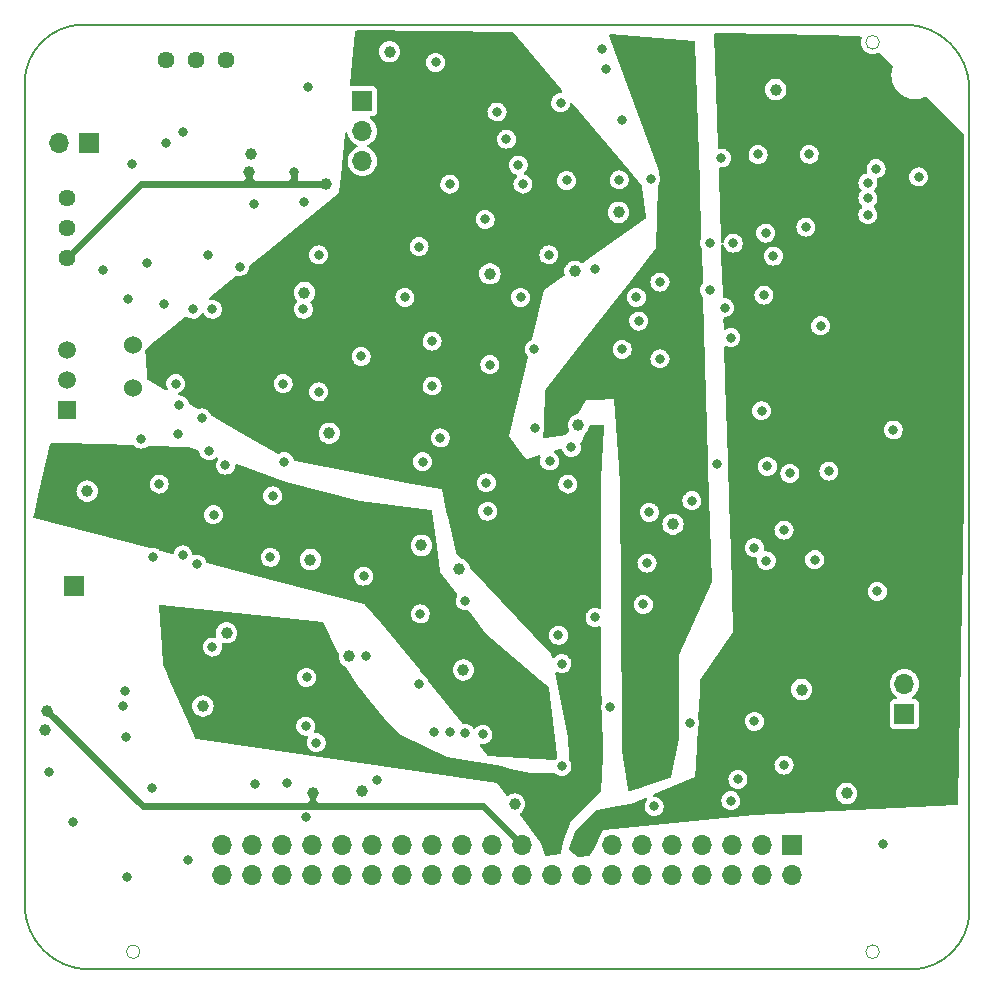
<source format=gbr>
G04 #@! TF.GenerationSoftware,KiCad,Pcbnew,(6.0.7-1)-1*
G04 #@! TF.CreationDate,2023-04-19T22:27:40-07:00*
G04 #@! TF.ProjectId,as3340,61733333-3430-42e6-9b69-6361645f7063,rev?*
G04 #@! TF.SameCoordinates,PX3d83120PY6590fa0*
G04 #@! TF.FileFunction,Copper,L3,Inr*
G04 #@! TF.FilePolarity,Positive*
%FSLAX46Y46*%
G04 Gerber Fmt 4.6, Leading zero omitted, Abs format (unit mm)*
G04 Created by KiCad (PCBNEW (6.0.7-1)-1) date 2023-04-19 22:27:40*
%MOMM*%
%LPD*%
G01*
G04 APERTURE LIST*
G04 #@! TA.AperFunction,Profile*
%ADD10C,0.150000*%
G04 #@! TD*
G04 #@! TA.AperFunction,Profile*
%ADD11C,0.050000*%
G04 #@! TD*
G04 #@! TA.AperFunction,ComponentPad*
%ADD12R,1.700000X1.700000*%
G04 #@! TD*
G04 #@! TA.AperFunction,ComponentPad*
%ADD13O,1.700000X1.700000*%
G04 #@! TD*
G04 #@! TA.AperFunction,ComponentPad*
%ADD14C,1.440000*%
G04 #@! TD*
G04 #@! TA.AperFunction,ComponentPad*
%ADD15C,1.524000*%
G04 #@! TD*
G04 #@! TA.AperFunction,ComponentPad*
%ADD16R,1.500000X1.500000*%
G04 #@! TD*
G04 #@! TA.AperFunction,ComponentPad*
%ADD17C,1.500000*%
G04 #@! TD*
G04 #@! TA.AperFunction,ViaPad*
%ADD18C,0.800000*%
G04 #@! TD*
G04 #@! TA.AperFunction,ViaPad*
%ADD19C,1.000000*%
G04 #@! TD*
G04 #@! TA.AperFunction,Conductor*
%ADD20C,0.600000*%
G04 #@! TD*
G04 #@! TA.AperFunction,Conductor*
%ADD21C,0.500000*%
G04 #@! TD*
G04 APERTURE END LIST*
D10*
X500000Y7000000D02*
G75*
G03*
X6000000Y1500000I5500000J0D01*
G01*
X75500000Y1500000D02*
G75*
G03*
X80500000Y6500000I0J5000000D01*
G01*
X75500000Y1500000D02*
X6000000Y1500000D01*
X5500000Y81500000D02*
G75*
G03*
X500000Y76500000I0J-5000000D01*
G01*
X80500000Y76000000D02*
G75*
G03*
X75000000Y81500000I-5500000J0D01*
G01*
X5500000Y81500000D02*
X75000000Y81500000D01*
X80500000Y6500000D02*
X80500000Y76000000D01*
X500000Y76500000D02*
X500000Y7000000D01*
D11*
X10276000Y3000000D02*
G75*
G03*
X10276000Y3000000I-576000J0D01*
G01*
X72876000Y80000000D02*
G75*
G03*
X72876000Y80000000I-576000J0D01*
G01*
X72876000Y3000000D02*
G75*
G03*
X72876000Y3000000I-576000J0D01*
G01*
D12*
X29100000Y75025000D03*
D13*
X29100000Y72485000D03*
X29100000Y69945000D03*
D12*
X5975000Y71500000D03*
D13*
X3435000Y71500000D03*
D14*
X4100000Y66850000D03*
X4100000Y64310000D03*
X4100000Y61770000D03*
X12500000Y78500000D03*
X15040000Y78500000D03*
X17580000Y78500000D03*
D15*
X9660000Y54340000D03*
X9660000Y50740000D03*
D12*
X65500000Y12000000D03*
D13*
X65500000Y9460000D03*
X62960000Y12000000D03*
X62960000Y9460000D03*
X60420000Y12000000D03*
X60420000Y9460000D03*
X57880000Y12000000D03*
X57880000Y9460000D03*
X55340000Y12000000D03*
X55340000Y9460000D03*
X52800000Y12000000D03*
X52800000Y9460000D03*
X50260000Y12000000D03*
X50260000Y9460000D03*
X47720000Y12000000D03*
X47720000Y9460000D03*
X45180000Y12000000D03*
X45180000Y9460000D03*
X42640000Y12000000D03*
X42640000Y9460000D03*
X40100000Y12000000D03*
X40100000Y9460000D03*
X37560000Y12000000D03*
X37560000Y9460000D03*
X35020000Y12000000D03*
X35020000Y9460000D03*
X32480000Y12000000D03*
X32480000Y9460000D03*
X29940000Y12000000D03*
X29940000Y9460000D03*
X27400000Y12000000D03*
X27400000Y9460000D03*
X24860000Y12000000D03*
X24860000Y9460000D03*
X22320000Y12000000D03*
X22320000Y9460000D03*
X19780000Y12000000D03*
X19780000Y9460000D03*
X17240000Y12000000D03*
X17240000Y9460000D03*
D16*
X4100000Y48900000D03*
D17*
X4100000Y51440000D03*
X4100000Y53980000D03*
D12*
X75000000Y23125000D03*
D13*
X75000000Y25665000D03*
D12*
X4700000Y34000000D03*
D18*
X24500000Y76200000D03*
X10900000Y61300000D03*
X43700000Y47300000D03*
X52500000Y56400000D03*
X29000000Y53400000D03*
X13900000Y72400000D03*
X62900000Y48800000D03*
X49400000Y79400000D03*
D19*
X37650000Y26850000D03*
D18*
X63250000Y63850000D03*
X29200000Y34800000D03*
X9100000Y21200000D03*
X14765000Y57400000D03*
X59150000Y44300000D03*
D19*
X37300000Y35400000D03*
D18*
X39700000Y40300000D03*
X14300000Y10800000D03*
D19*
X17600000Y30000000D03*
X15600000Y23800000D03*
D18*
X8800000Y23800000D03*
X53400000Y40200000D03*
X67900000Y56000000D03*
X66650000Y64350000D03*
X59765694Y57534306D03*
X50100000Y23700000D03*
D19*
X29100000Y16600000D03*
D18*
X39900000Y52700000D03*
X73200000Y12100000D03*
X39600000Y42700000D03*
X24200000Y66500000D03*
D19*
X5800000Y42000000D03*
D18*
X66937500Y70525000D03*
D19*
X42000000Y15500000D03*
D18*
X58500000Y63000000D03*
X16100000Y45400000D03*
X22500000Y44500000D03*
X53800000Y15300000D03*
X46000000Y27400000D03*
D19*
X47100000Y60600000D03*
D18*
X42300000Y69600000D03*
D19*
X39900000Y60400000D03*
D18*
X9300000Y58300000D03*
D19*
X2200000Y21800000D03*
D18*
X16000000Y62000000D03*
X25400000Y62000000D03*
D19*
X47400000Y47600000D03*
D18*
X46500000Y42600000D03*
D19*
X70100000Y16400000D03*
D18*
X13299998Y51100000D03*
X72600000Y69300000D03*
X10400000Y46400000D03*
D19*
X64100000Y76000000D03*
D18*
X59500000Y70200000D03*
D19*
X31400000Y79200000D03*
D18*
X53200000Y35900000D03*
X67400000Y36200000D03*
X48800000Y31300000D03*
D19*
X24200000Y58800000D03*
D18*
X30300000Y17500000D03*
X56800000Y22400000D03*
D19*
X55400000Y39200000D03*
X50800000Y65600000D03*
X24700000Y36200000D03*
X66300000Y25200000D03*
D18*
X60300000Y15800000D03*
X49700000Y77700000D03*
X4600000Y14000000D03*
X72700000Y33500000D03*
X74050010Y47175000D03*
X46000000Y18700000D03*
X50850000Y68350000D03*
X60500000Y63000000D03*
D19*
X19700000Y70500000D03*
D18*
X20000000Y17200000D03*
X24300000Y14400000D03*
X35300000Y78300000D03*
X22400000Y51100000D03*
X34200000Y44500000D03*
X68600000Y43700000D03*
D19*
X34100000Y37400000D03*
D18*
X45900000Y74900000D03*
X16500000Y40000000D03*
X13900000Y36600000D03*
D19*
X26300000Y46900000D03*
X28000000Y28000004D03*
X54200000Y18700000D03*
D18*
X53750000Y77600000D03*
D19*
X24900000Y16400000D03*
X31100000Y36100000D03*
X44400000Y22600000D03*
X39900000Y27000000D03*
X52400000Y17300000D03*
X2400000Y23400000D03*
X54800000Y20300000D03*
X52500000Y18900000D03*
D18*
X16399998Y43100002D03*
D19*
X2800000Y42000000D03*
X45700000Y47600000D03*
X55500000Y37600000D03*
X42300000Y20700000D03*
D18*
X51700000Y27800000D03*
X44900000Y62000000D03*
D19*
X26000000Y68000000D03*
X19500000Y69000000D03*
D18*
X36500000Y68000006D03*
X23300000Y69000000D03*
X42700000Y68000000D03*
D19*
X14000000Y30300000D03*
X52400000Y65600000D03*
X15700000Y22000000D03*
X22600000Y58700000D03*
X11400000Y52900004D03*
X37400000Y37400000D03*
X45100000Y60600000D03*
X26400000Y28000000D03*
X32875030Y79224960D03*
D18*
X46800000Y72800000D03*
X30300000Y62700000D03*
D19*
X24600000Y47000000D03*
D18*
X48700000Y46800000D03*
X9200000Y9300000D03*
D19*
X65900000Y76000000D03*
X71700000Y16400000D03*
D18*
X75400000Y59350000D03*
X67400000Y37800000D03*
X74000000Y17600000D03*
X71825000Y58662500D03*
X54300000Y53200000D03*
X54300000Y59700000D03*
X64800000Y38700000D03*
X64800000Y18800000D03*
X63300000Y36100000D03*
X60900000Y17600000D03*
X40500000Y74100000D03*
X33900000Y62700000D03*
X11900000Y42600000D03*
X35699992Y46500006D03*
X33900000Y25700000D03*
X24100000Y57400000D03*
X16400000Y57400000D03*
X19900000Y66300000D03*
X9600000Y69700000D03*
X35000000Y54700000D03*
X18700000Y61000000D03*
X35000000Y50900000D03*
X12500000Y71500000D03*
X62300000Y22500000D03*
X62300000Y37200000D03*
X39500000Y65000000D03*
X21300000Y36400000D03*
X17500000Y44200000D03*
X29400000Y28000000D03*
X71900000Y66800000D03*
X63900000Y61900000D03*
X53500000Y68399996D03*
X71900000Y68100000D03*
X22700000Y17300000D03*
X65300000Y43500000D03*
X43650000Y53999998D03*
X51100000Y54000000D03*
X52300000Y58400000D03*
X42500000Y58400000D03*
X25400000Y50400000D03*
X11400000Y36400000D03*
X25199994Y20700000D03*
X32700000Y58400000D03*
X2600000Y18200000D03*
X34000000Y31600000D03*
X24374999Y26224999D03*
X7100000Y60700000D03*
X57000000Y41200000D03*
X41300000Y71800000D03*
X46800000Y45699998D03*
X58500000Y58999998D03*
X15500000Y48200000D03*
X12300000Y57799996D03*
X71900000Y65400000D03*
X63100000Y58600000D03*
X60300000Y55000000D03*
X44950000Y44550000D03*
X48800000Y60800000D03*
X46400000Y68300000D03*
X35200000Y21600000D03*
X36500000Y21600000D03*
X37800000Y21500000D03*
X39300000Y21400000D03*
X76200000Y68600000D03*
X51100000Y73400000D03*
X62600002Y70500000D03*
X45700000Y29800000D03*
X37800000Y32700000D03*
X9000000Y25100000D03*
X11300000Y16900000D03*
X63400000Y44100000D03*
X52900002Y32400000D03*
X16400000Y28800000D03*
X24300000Y22100000D03*
X13500000Y46800006D03*
X13600000Y49300000D03*
X21500000Y41600000D03*
X15100000Y35800000D03*
D20*
X10400004Y68000004D02*
X19099996Y68000004D01*
X4100000Y61770000D02*
X10330004Y68000004D01*
X10330004Y68000004D02*
X10400004Y68000004D01*
X39340000Y15300000D02*
X25500000Y15300000D01*
D21*
X24900000Y16400000D02*
X24900000Y15700000D01*
D20*
X10500000Y15300000D02*
X2400000Y23400000D01*
D21*
X24900000Y15700000D02*
X24500000Y15300000D01*
D20*
X25300000Y15300000D02*
X24400000Y15300000D01*
D21*
X24900000Y15700000D02*
X25300000Y15300000D01*
X24500000Y15300000D02*
X24400000Y15300000D01*
D20*
X25500000Y15300000D02*
X25300000Y15300000D01*
X24400000Y15300000D02*
X10500000Y15300000D01*
X42640000Y12000000D02*
X39340000Y15300000D01*
X19500000Y68500000D02*
X19500000Y68400008D01*
X19500000Y68400008D02*
X19099996Y68000004D01*
X19999996Y68000004D02*
X22899996Y68000004D01*
X19099996Y68000004D02*
X19599996Y68000004D01*
X19500000Y68400008D02*
X19900004Y68000004D01*
X22899996Y68000004D02*
X23500004Y68000004D01*
X19599996Y68000004D02*
X19999996Y68000004D01*
X19500000Y68100000D02*
X19599996Y68000004D01*
X23300000Y68400008D02*
X22899996Y68000004D01*
X23300000Y68400008D02*
X23300000Y68200008D01*
X23300000Y69000000D02*
X23300000Y68400008D01*
X23500004Y68000004D02*
X25999996Y68000004D01*
X19500000Y68500000D02*
X19500000Y68100000D01*
X19500000Y69000000D02*
X19500000Y68500000D01*
X25999996Y68000004D02*
X26000000Y68000000D01*
X23300000Y68200008D02*
X23500004Y68000004D01*
X19900004Y68000004D02*
X19999996Y68000004D01*
X45100000Y60400010D02*
X45100000Y60600000D01*
G04 #@! TA.AperFunction,Conductor*
G36*
X41741849Y80900437D02*
G01*
X41809818Y80879924D01*
X41837395Y80855466D01*
X45906828Y76009142D01*
X45988534Y75911837D01*
X46017022Y75846806D01*
X46005829Y75776698D01*
X45958509Y75723770D01*
X45905212Y75705502D01*
X45836588Y75698289D01*
X45727017Y75686773D01*
X45720346Y75684502D01*
X45563677Y75631168D01*
X45563674Y75631167D01*
X45557007Y75628897D01*
X45404045Y75534794D01*
X45399014Y75529868D01*
X45399011Y75529865D01*
X45349075Y75480964D01*
X45275732Y75409141D01*
X45271913Y75403216D01*
X45271912Y75403214D01*
X45182265Y75264109D01*
X45178446Y75258183D01*
X45117022Y75089422D01*
X45094514Y74911247D01*
X45095201Y74904240D01*
X45095201Y74904237D01*
X45102833Y74826402D01*
X45112039Y74732514D01*
X45114262Y74725832D01*
X45114262Y74725831D01*
X45154333Y74605373D01*
X45168726Y74562104D01*
X45172373Y74556082D01*
X45237786Y74448073D01*
X45261759Y74408488D01*
X45386514Y74279301D01*
X45536789Y74180964D01*
X45705116Y74118364D01*
X45712097Y74117433D01*
X45712099Y74117432D01*
X45876149Y74095543D01*
X45876153Y74095543D01*
X45883130Y74094612D01*
X45890142Y74095250D01*
X45890146Y74095250D01*
X46054960Y74110249D01*
X46054961Y74110249D01*
X46061981Y74110888D01*
X46232782Y74166385D01*
X46263714Y74184824D01*
X46380992Y74254735D01*
X46380994Y74254736D01*
X46387044Y74258343D01*
X46517099Y74382193D01*
X46534570Y74408488D01*
X46612582Y74525907D01*
X46616483Y74531778D01*
X46644439Y74605373D01*
X46677757Y74693081D01*
X46677758Y74693086D01*
X46680257Y74699664D01*
X46687648Y74752257D01*
X46716935Y74816930D01*
X46776539Y74855504D01*
X46847535Y74855729D01*
X46908915Y74815746D01*
X51662374Y69154809D01*
X52745831Y67864511D01*
X52775476Y67829206D01*
X52804212Y67762096D01*
X52867929Y67188640D01*
X53091805Y65173753D01*
X53079448Y65103840D01*
X53039473Y65057068D01*
X48456897Y61806636D01*
X47778922Y61325747D01*
X47711788Y61302651D01*
X47642824Y61319517D01*
X47631973Y61326578D01*
X47552730Y61384151D01*
X47379803Y61461144D01*
X47280774Y61482193D01*
X47201103Y61499128D01*
X47201099Y61499128D01*
X47194646Y61500500D01*
X47005354Y61500500D01*
X46998901Y61499128D01*
X46998897Y61499128D01*
X46919226Y61482193D01*
X46820197Y61461144D01*
X46647270Y61384151D01*
X46641929Y61380271D01*
X46641928Y61380270D01*
X46546926Y61311247D01*
X46494129Y61272888D01*
X46489716Y61267986D01*
X46489714Y61267985D01*
X46410735Y61180270D01*
X46367467Y61132216D01*
X46364164Y61126495D01*
X46338070Y61081298D01*
X46272821Y60968284D01*
X46214326Y60788256D01*
X46194540Y60600000D01*
X46214326Y60411744D01*
X46232850Y60354735D01*
X46237393Y60340753D01*
X46239421Y60269785D01*
X46202758Y60208987D01*
X46190460Y60199047D01*
X45946482Y60025993D01*
X44514777Y59010482D01*
X44514776Y59010481D01*
X44500000Y59000000D01*
X43488341Y54852197D01*
X43452768Y54790757D01*
X43406535Y54762777D01*
X43313676Y54731166D01*
X43313671Y54731163D01*
X43307007Y54728895D01*
X43154045Y54634792D01*
X43149014Y54629866D01*
X43149011Y54629863D01*
X43100884Y54582733D01*
X43025732Y54509139D01*
X43021913Y54503214D01*
X43021912Y54503212D01*
X42932265Y54364107D01*
X42928446Y54358181D01*
X42926037Y54351561D01*
X42926035Y54351558D01*
X42918836Y54331778D01*
X42867022Y54189420D01*
X42844514Y54011245D01*
X42845201Y54004238D01*
X42845201Y54004235D01*
X42849126Y53964208D01*
X42862039Y53832512D01*
X42864262Y53825830D01*
X42864262Y53825829D01*
X42886765Y53758183D01*
X42918726Y53662102D01*
X43011759Y53508486D01*
X43037415Y53481919D01*
X43082367Y53435370D01*
X43115300Y53372474D01*
X43114143Y53317987D01*
X42770792Y51910249D01*
X41500000Y46700000D01*
X42383975Y45506634D01*
X42957459Y44732431D01*
X43000000Y44675000D01*
X43012763Y44679141D01*
X44051112Y45016052D01*
X44122080Y45018050D01*
X44182863Y44981363D01*
X44214162Y44917638D01*
X44208400Y44853109D01*
X44169433Y44746049D01*
X44169431Y44746041D01*
X44167022Y44739422D01*
X44144514Y44561247D01*
X44145201Y44554240D01*
X44145201Y44554237D01*
X44149951Y44505799D01*
X44162039Y44382514D01*
X44164262Y44375832D01*
X44164262Y44375831D01*
X44180895Y44325831D01*
X44218726Y44212104D01*
X44222373Y44206082D01*
X44270929Y44125907D01*
X44311759Y44058488D01*
X44436514Y43929301D01*
X44586789Y43830964D01*
X44755116Y43768364D01*
X44762097Y43767433D01*
X44762099Y43767432D01*
X44926149Y43745543D01*
X44926153Y43745543D01*
X44933130Y43744612D01*
X44940142Y43745250D01*
X44940146Y43745250D01*
X45104960Y43760249D01*
X45104961Y43760249D01*
X45111981Y43760888D01*
X45282782Y43816385D01*
X45361317Y43863201D01*
X45430992Y43904735D01*
X45430994Y43904736D01*
X45437044Y43908343D01*
X45567099Y44032193D01*
X45584570Y44058488D01*
X45637639Y44138365D01*
X45666483Y44181778D01*
X45711264Y44299664D01*
X45727757Y44343081D01*
X45727758Y44343086D01*
X45730257Y44349664D01*
X45748781Y44481468D01*
X45754700Y44523584D01*
X45754700Y44523589D01*
X45755251Y44527507D01*
X45755565Y44550000D01*
X45735546Y44728472D01*
X45676485Y44898073D01*
X45664390Y44917430D01*
X45585049Y45044401D01*
X45581316Y45050375D01*
X45509385Y45122810D01*
X45459733Y45172810D01*
X45459729Y45172813D01*
X45454770Y45177807D01*
X45443761Y45184794D01*
X45374754Y45228587D01*
X45327955Y45281976D01*
X45317450Y45352191D01*
X45346574Y45416939D01*
X45403379Y45454820D01*
X45857104Y45602039D01*
X45928071Y45604037D01*
X45988854Y45567350D01*
X46015549Y45521962D01*
X46037883Y45454820D01*
X46063602Y45377507D01*
X46068726Y45362102D01*
X46072373Y45356080D01*
X46154630Y45220258D01*
X46161759Y45208486D01*
X46286514Y45079299D01*
X46436789Y44980962D01*
X46605116Y44918362D01*
X46612097Y44917431D01*
X46612099Y44917430D01*
X46776149Y44895541D01*
X46776153Y44895541D01*
X46783130Y44894610D01*
X46790142Y44895248D01*
X46790146Y44895248D01*
X46954960Y44910247D01*
X46954961Y44910247D01*
X46961981Y44910886D01*
X47132782Y44966383D01*
X47157239Y44980962D01*
X47280992Y45054733D01*
X47280994Y45054734D01*
X47287044Y45058341D01*
X47417099Y45182191D01*
X47434570Y45208486D01*
X47485074Y45284502D01*
X47516483Y45331776D01*
X47546671Y45411247D01*
X47577757Y45493079D01*
X47577758Y45493084D01*
X47580257Y45499662D01*
X47595889Y45610888D01*
X47604700Y45673582D01*
X47604700Y45673587D01*
X47605251Y45677505D01*
X47605565Y45699998D01*
X47585546Y45878470D01*
X47538895Y46012434D01*
X47535383Y46083342D01*
X47570764Y46144894D01*
X47619000Y46173718D01*
X47636005Y46179236D01*
X47700000Y46200000D01*
X47872299Y46682437D01*
X47930402Y46845125D01*
X47975000Y46904683D01*
X48000532Y46923233D01*
X48005871Y46927112D01*
X48052122Y46978478D01*
X48128114Y47062876D01*
X48128115Y47062877D01*
X48132533Y47067784D01*
X48184728Y47158189D01*
X48223875Y47225993D01*
X48223876Y47225994D01*
X48227179Y47231716D01*
X48285674Y47411744D01*
X48288342Y47437124D01*
X48288960Y47443007D01*
X48293602Y47487171D01*
X48320614Y47552827D01*
X48378835Y47593457D01*
X48418911Y47600000D01*
X49465701Y47600000D01*
X49533822Y47579998D01*
X49580315Y47526342D01*
X49591445Y47465974D01*
X49302644Y42941416D01*
X49300000Y42900000D01*
X49300000Y32150357D01*
X49279998Y32082236D01*
X49226342Y32035743D01*
X49156068Y32025639D01*
X49131735Y32031657D01*
X49046231Y32062104D01*
X48990585Y32081919D01*
X48990583Y32081919D01*
X48983951Y32084281D01*
X48976965Y32085114D01*
X48976961Y32085115D01*
X48848981Y32100375D01*
X48805624Y32105545D01*
X48798621Y32104809D01*
X48798620Y32104809D01*
X48634025Y32087510D01*
X48634021Y32087509D01*
X48627017Y32086773D01*
X48620346Y32084502D01*
X48463677Y32031168D01*
X48463674Y32031167D01*
X48457007Y32028897D01*
X48304045Y31934794D01*
X48299014Y31929868D01*
X48299011Y31929865D01*
X48277182Y31908488D01*
X48175732Y31809141D01*
X48171913Y31803216D01*
X48171912Y31803214D01*
X48163024Y31789422D01*
X48078446Y31658183D01*
X48076037Y31651563D01*
X48076035Y31651560D01*
X48061232Y31610888D01*
X48017022Y31489422D01*
X47994514Y31311247D01*
X47995201Y31304240D01*
X47995201Y31304237D01*
X48002306Y31231778D01*
X48012039Y31132514D01*
X48014262Y31125832D01*
X48014262Y31125831D01*
X48022967Y31099664D01*
X48068726Y30962104D01*
X48072373Y30956082D01*
X48106866Y30899128D01*
X48161759Y30808488D01*
X48286514Y30679301D01*
X48436789Y30580964D01*
X48605116Y30518364D01*
X48612097Y30517433D01*
X48612099Y30517432D01*
X48776149Y30495543D01*
X48776153Y30495543D01*
X48783130Y30494612D01*
X48790142Y30495250D01*
X48790146Y30495250D01*
X48954960Y30510249D01*
X48954961Y30510249D01*
X48961981Y30510888D01*
X49132782Y30566385D01*
X49133565Y30563975D01*
X49192256Y30572258D01*
X49256759Y30542597D01*
X49294988Y30482771D01*
X49300000Y30447587D01*
X49300000Y25800000D01*
X49316454Y25298154D01*
X49358074Y24028744D01*
X49350543Y23981520D01*
X49317022Y23889422D01*
X49294514Y23711247D01*
X49295201Y23704240D01*
X49295201Y23704237D01*
X49296230Y23693746D01*
X49312039Y23532514D01*
X49314262Y23525832D01*
X49314262Y23525831D01*
X49366501Y23368791D01*
X49366503Y23368787D01*
X49368726Y23362104D01*
X49370479Y23359210D01*
X49381558Y23312486D01*
X49492760Y19920819D01*
X49499799Y19706133D01*
X49499606Y19693893D01*
X49383584Y17895543D01*
X49303058Y16647397D01*
X49278711Y16580705D01*
X49266414Y16566414D01*
X46800000Y14100000D01*
X46100000Y12300000D01*
X46098929Y12294646D01*
X46098928Y12294642D01*
X45917285Y11386423D01*
X45884312Y11323548D01*
X45822580Y11288481D01*
X45812891Y11286599D01*
X45231813Y11197202D01*
X44702226Y11115727D01*
X44631857Y11125138D01*
X44577746Y11171100D01*
X44564654Y11197202D01*
X44203006Y12191734D01*
X44203005Y12191735D01*
X44200000Y12200000D01*
X44131339Y12294642D01*
X42475623Y14576844D01*
X42451811Y14643728D01*
X42467939Y14712869D01*
X42503549Y14752771D01*
X42600532Y14823233D01*
X42605871Y14827112D01*
X42732533Y14967784D01*
X42827179Y15131716D01*
X42885674Y15311744D01*
X42905460Y15500000D01*
X42885674Y15688256D01*
X42827179Y15868284D01*
X42792814Y15927807D01*
X42735836Y16026495D01*
X42732533Y16032216D01*
X42728114Y16037124D01*
X42610286Y16167985D01*
X42610284Y16167986D01*
X42605871Y16172888D01*
X42488252Y16258343D01*
X42458072Y16280270D01*
X42458071Y16280271D01*
X42452730Y16284151D01*
X42279803Y16361144D01*
X42180774Y16382193D01*
X42101103Y16399128D01*
X42101099Y16399128D01*
X42094646Y16400500D01*
X41905354Y16400500D01*
X41898901Y16399128D01*
X41898897Y16399128D01*
X41819226Y16382193D01*
X41720197Y16361144D01*
X41547270Y16284151D01*
X41541929Y16280271D01*
X41541928Y16280270D01*
X41446093Y16210642D01*
X41379225Y16186783D01*
X41310073Y16202864D01*
X41270045Y16238587D01*
X40510638Y17285337D01*
X40500000Y17300000D01*
X15068808Y20990016D01*
X15004266Y21019592D01*
X14971761Y21063537D01*
X14950634Y21111074D01*
X14506113Y22111247D01*
X23494514Y22111247D01*
X23495201Y22104240D01*
X23495201Y22104237D01*
X23502010Y22034794D01*
X23512039Y21932514D01*
X23514262Y21925832D01*
X23514262Y21925831D01*
X23559639Y21789422D01*
X23568726Y21762104D01*
X23661759Y21608488D01*
X23786514Y21479301D01*
X23936789Y21380964D01*
X24105116Y21318364D01*
X24112097Y21317433D01*
X24112099Y21317432D01*
X24276149Y21295543D01*
X24276153Y21295543D01*
X24283130Y21294612D01*
X24395198Y21304811D01*
X24464849Y21291064D01*
X24516013Y21241843D01*
X24532444Y21172774D01*
X24512526Y21111074D01*
X24478440Y21058183D01*
X24417016Y20889422D01*
X24394508Y20711247D01*
X24395195Y20704240D01*
X24395195Y20704237D01*
X24395999Y20696037D01*
X24412033Y20532514D01*
X24414256Y20525832D01*
X24414256Y20525831D01*
X24422961Y20499664D01*
X24468720Y20362104D01*
X24472367Y20356082D01*
X24487124Y20331716D01*
X24561753Y20208488D01*
X24566642Y20203425D01*
X24566643Y20203424D01*
X24643707Y20123622D01*
X24686508Y20079301D01*
X24836783Y19980964D01*
X25005110Y19918364D01*
X25012091Y19917433D01*
X25012093Y19917432D01*
X25176143Y19895543D01*
X25176147Y19895543D01*
X25183124Y19894612D01*
X25190136Y19895250D01*
X25190140Y19895250D01*
X25354954Y19910249D01*
X25354955Y19910249D01*
X25361975Y19910888D01*
X25532776Y19966385D01*
X25563708Y19984824D01*
X25680986Y20054735D01*
X25680988Y20054736D01*
X25687038Y20058343D01*
X25817093Y20182193D01*
X25834564Y20208488D01*
X25912576Y20325907D01*
X25916477Y20331778D01*
X25931162Y20370436D01*
X25977751Y20493081D01*
X25977752Y20493086D01*
X25980251Y20499664D01*
X25993595Y20594612D01*
X26004694Y20673584D01*
X26004694Y20673589D01*
X26005245Y20677507D01*
X26005559Y20700000D01*
X25985540Y20878472D01*
X25979421Y20896045D01*
X25928797Y21041416D01*
X25926479Y21048073D01*
X25917712Y21062104D01*
X25835043Y21194401D01*
X25831310Y21200375D01*
X25741252Y21291064D01*
X25709727Y21322810D01*
X25709723Y21322813D01*
X25704764Y21327807D01*
X25693755Y21334794D01*
X25621002Y21380964D01*
X25553130Y21424037D01*
X25523346Y21434643D01*
X25390580Y21481919D01*
X25390575Y21481920D01*
X25383945Y21484281D01*
X25376959Y21485114D01*
X25376955Y21485115D01*
X25249171Y21500352D01*
X25205618Y21505545D01*
X25198615Y21504809D01*
X25198614Y21504809D01*
X25106987Y21495179D01*
X25037149Y21507951D01*
X24985302Y21556454D01*
X24967908Y21625287D01*
X24988868Y21690214D01*
X25016483Y21731778D01*
X25048419Y21815849D01*
X25077757Y21893081D01*
X25077758Y21893086D01*
X25080257Y21899664D01*
X25105251Y22077507D01*
X25105565Y22100000D01*
X25085546Y22278472D01*
X25079427Y22296045D01*
X25028803Y22441416D01*
X25026485Y22448073D01*
X24931316Y22600375D01*
X24867771Y22664365D01*
X24809733Y22722810D01*
X24809729Y22722813D01*
X24804770Y22727807D01*
X24793761Y22734794D01*
X24746860Y22764558D01*
X24653136Y22824037D01*
X24623352Y22834643D01*
X24490586Y22881919D01*
X24490581Y22881920D01*
X24483951Y22884281D01*
X24476965Y22885114D01*
X24476961Y22885115D01*
X24344813Y22900872D01*
X24305624Y22905545D01*
X24298621Y22904809D01*
X24298620Y22904809D01*
X24134025Y22887510D01*
X24134021Y22887509D01*
X24127017Y22886773D01*
X24120346Y22884502D01*
X23963677Y22831168D01*
X23963674Y22831167D01*
X23957007Y22828897D01*
X23951009Y22825207D01*
X23951007Y22825206D01*
X23910036Y22800000D01*
X23804045Y22734794D01*
X23799014Y22729868D01*
X23799011Y22729865D01*
X23791807Y22722810D01*
X23675732Y22609141D01*
X23671913Y22603216D01*
X23671912Y22603214D01*
X23582265Y22464109D01*
X23578446Y22458183D01*
X23576037Y22451563D01*
X23576035Y22451560D01*
X23559287Y22405545D01*
X23517022Y22289422D01*
X23494514Y22111247D01*
X14506113Y22111247D01*
X13755556Y23800000D01*
X14694540Y23800000D01*
X14714326Y23611744D01*
X14772821Y23431716D01*
X14776124Y23425994D01*
X14776125Y23425993D01*
X14809151Y23368791D01*
X14867467Y23267784D01*
X14871885Y23262877D01*
X14871886Y23262876D01*
X14944534Y23182193D01*
X14994129Y23127112D01*
X14999468Y23123233D01*
X15112931Y23040798D01*
X15147270Y23015849D01*
X15320197Y22938856D01*
X15416605Y22918364D01*
X15498897Y22900872D01*
X15498901Y22900872D01*
X15505354Y22899500D01*
X15694646Y22899500D01*
X15701099Y22900872D01*
X15701103Y22900872D01*
X15783395Y22918364D01*
X15879803Y22938856D01*
X16052730Y23015849D01*
X16087070Y23040798D01*
X16200532Y23123233D01*
X16205871Y23127112D01*
X16255467Y23182193D01*
X16328114Y23262876D01*
X16328115Y23262877D01*
X16332533Y23267784D01*
X16390849Y23368791D01*
X16423875Y23425993D01*
X16423876Y23425994D01*
X16427179Y23431716D01*
X16485674Y23611744D01*
X16505460Y23800000D01*
X16501434Y23838310D01*
X16486364Y23981693D01*
X16486364Y23981695D01*
X16485674Y23988256D01*
X16427179Y24168284D01*
X16332533Y24332216D01*
X16205871Y24472888D01*
X16052730Y24584151D01*
X15879803Y24661144D01*
X15781788Y24681978D01*
X15701103Y24699128D01*
X15701099Y24699128D01*
X15694646Y24700500D01*
X15505354Y24700500D01*
X15498901Y24699128D01*
X15498897Y24699128D01*
X15418212Y24681978D01*
X15320197Y24661144D01*
X15147270Y24584151D01*
X14994129Y24472888D01*
X14867467Y24332216D01*
X14772821Y24168284D01*
X14714326Y23988256D01*
X14713636Y23981695D01*
X14713636Y23981693D01*
X14698566Y23838310D01*
X14694540Y23800000D01*
X13755556Y23800000D01*
X12672780Y26236246D01*
X23569513Y26236246D01*
X23570200Y26229239D01*
X23570200Y26229236D01*
X23572433Y26206467D01*
X23587038Y26057513D01*
X23589261Y26050831D01*
X23589261Y26050830D01*
X23622969Y25949500D01*
X23643725Y25887103D01*
X23736758Y25733487D01*
X23741647Y25728424D01*
X23741648Y25728423D01*
X23818712Y25648621D01*
X23861513Y25604300D01*
X24011788Y25505963D01*
X24180115Y25443363D01*
X24187096Y25442432D01*
X24187098Y25442431D01*
X24351148Y25420542D01*
X24351152Y25420542D01*
X24358129Y25419611D01*
X24365141Y25420249D01*
X24365145Y25420249D01*
X24529959Y25435248D01*
X24529960Y25435248D01*
X24536980Y25435887D01*
X24707781Y25491384D01*
X24776778Y25532514D01*
X24855991Y25579734D01*
X24855993Y25579735D01*
X24862043Y25583342D01*
X24992098Y25707192D01*
X25009569Y25733487D01*
X25087581Y25850906D01*
X25091482Y25856777D01*
X25106167Y25895435D01*
X25152756Y26018080D01*
X25152757Y26018085D01*
X25155256Y26024663D01*
X25180250Y26202506D01*
X25180564Y26224999D01*
X25160545Y26403471D01*
X25154426Y26421044D01*
X25103802Y26566415D01*
X25101484Y26573072D01*
X25073183Y26618364D01*
X25010048Y26719400D01*
X25006315Y26725374D01*
X24920546Y26811744D01*
X24884732Y26847809D01*
X24884728Y26847812D01*
X24879769Y26852806D01*
X24868760Y26859793D01*
X24792028Y26908488D01*
X24728135Y26949036D01*
X24698351Y26959642D01*
X24565585Y27006918D01*
X24565580Y27006919D01*
X24558950Y27009280D01*
X24551964Y27010113D01*
X24551960Y27010114D01*
X24419510Y27025907D01*
X24380623Y27030544D01*
X24373620Y27029808D01*
X24373619Y27029808D01*
X24209024Y27012509D01*
X24209020Y27012508D01*
X24202016Y27011772D01*
X24195345Y27009501D01*
X24038676Y26956167D01*
X24038673Y26956166D01*
X24032006Y26953896D01*
X24026008Y26950206D01*
X24026006Y26950205D01*
X23958196Y26908488D01*
X23879044Y26859793D01*
X23874013Y26854867D01*
X23874010Y26854864D01*
X23866806Y26847809D01*
X23750731Y26734140D01*
X23746912Y26728215D01*
X23746911Y26728213D01*
X23661411Y26595543D01*
X23653445Y26583182D01*
X23592021Y26414421D01*
X23569513Y26236246D01*
X12672780Y26236246D01*
X12526038Y26566415D01*
X12209299Y27279078D01*
X12198656Y27322852D01*
X12111103Y28811247D01*
X15594514Y28811247D01*
X15595201Y28804240D01*
X15595201Y28804237D01*
X15603065Y28724037D01*
X15612039Y28632514D01*
X15614262Y28625832D01*
X15614262Y28625831D01*
X15622967Y28599664D01*
X15668726Y28462104D01*
X15672373Y28456082D01*
X15737786Y28348073D01*
X15761759Y28308488D01*
X15766648Y28303425D01*
X15766649Y28303424D01*
X15781482Y28288064D01*
X15886514Y28179301D01*
X16036789Y28080964D01*
X16205116Y28018364D01*
X16212097Y28017433D01*
X16212099Y28017432D01*
X16376149Y27995543D01*
X16376153Y27995543D01*
X16383130Y27994612D01*
X16390142Y27995250D01*
X16390146Y27995250D01*
X16554960Y28010249D01*
X16554961Y28010249D01*
X16561981Y28010888D01*
X16732782Y28066385D01*
X16763714Y28084824D01*
X16880992Y28154735D01*
X16880994Y28154736D01*
X16887044Y28158343D01*
X17017099Y28282193D01*
X17034570Y28308488D01*
X17112582Y28425907D01*
X17116483Y28431778D01*
X17142541Y28500375D01*
X17177757Y28593081D01*
X17177758Y28593086D01*
X17180257Y28599664D01*
X17185859Y28639524D01*
X17204700Y28773584D01*
X17204700Y28773589D01*
X17205251Y28777507D01*
X17205565Y28800000D01*
X17185546Y28978472D01*
X17183230Y28985122D01*
X17187640Y29055976D01*
X17229659Y29113203D01*
X17295947Y29138627D01*
X17332294Y29136284D01*
X17477149Y29105495D01*
X17505354Y29099500D01*
X17694646Y29099500D01*
X17701099Y29100872D01*
X17701103Y29100872D01*
X17781788Y29118022D01*
X17879803Y29138856D01*
X18052730Y29215849D01*
X18205871Y29327112D01*
X18298391Y29429865D01*
X18328114Y29462876D01*
X18328115Y29462877D01*
X18332533Y29467784D01*
X18369128Y29531168D01*
X18423875Y29625993D01*
X18423876Y29625994D01*
X18427179Y29631716D01*
X18485674Y29811744D01*
X18505460Y30000000D01*
X18485674Y30188256D01*
X18427179Y30368284D01*
X18395699Y30422810D01*
X18335836Y30526495D01*
X18332533Y30532216D01*
X18296479Y30572258D01*
X18210286Y30667985D01*
X18210284Y30667986D01*
X18205871Y30672888D01*
X18052730Y30784151D01*
X17879803Y30861144D01*
X17781788Y30881978D01*
X17701103Y30899128D01*
X17701099Y30899128D01*
X17694646Y30900500D01*
X17505354Y30900500D01*
X17498901Y30899128D01*
X17498897Y30899128D01*
X17418212Y30881978D01*
X17320197Y30861144D01*
X17147270Y30784151D01*
X16994129Y30672888D01*
X16989716Y30667986D01*
X16989714Y30667985D01*
X16903521Y30572258D01*
X16867467Y30532216D01*
X16864164Y30526495D01*
X16804302Y30422810D01*
X16772821Y30368284D01*
X16714326Y30188256D01*
X16694540Y30000000D01*
X16714326Y29811744D01*
X16716366Y29805466D01*
X16736269Y29744211D01*
X16738297Y29673244D01*
X16701634Y29612446D01*
X16637922Y29581120D01*
X16588751Y29582572D01*
X16583951Y29584281D01*
X16576961Y29585114D01*
X16576959Y29585115D01*
X16454944Y29599664D01*
X16405624Y29605545D01*
X16398621Y29604809D01*
X16398620Y29604809D01*
X16234025Y29587510D01*
X16234021Y29587509D01*
X16227017Y29586773D01*
X16220346Y29584502D01*
X16063677Y29531168D01*
X16063674Y29531167D01*
X16057007Y29528897D01*
X15904045Y29434794D01*
X15899014Y29429868D01*
X15899011Y29429865D01*
X15836883Y29369024D01*
X15775732Y29309141D01*
X15771913Y29303216D01*
X15771912Y29303214D01*
X15718110Y29219730D01*
X15678446Y29158183D01*
X15676037Y29151563D01*
X15676035Y29151560D01*
X15657587Y29100873D01*
X15617022Y28989422D01*
X15594514Y28811247D01*
X12111103Y28811247D01*
X11908744Y32251352D01*
X11924712Y32320530D01*
X11975545Y32370093D01*
X12048045Y32384024D01*
X25730705Y30907478D01*
X25796286Y30880282D01*
X25830490Y30837326D01*
X25959442Y30572258D01*
X26906353Y28625831D01*
X27099421Y28228968D01*
X27111427Y28160677D01*
X27094540Y28000004D01*
X27095230Y27993439D01*
X27109398Y27858640D01*
X27114326Y27811748D01*
X27172821Y27631720D01*
X27176124Y27625998D01*
X27176125Y27625997D01*
X27235655Y27522888D01*
X27267467Y27467788D01*
X27271885Y27462881D01*
X27271886Y27462880D01*
X27348757Y27377507D01*
X27394129Y27327116D01*
X27547270Y27215853D01*
X27553297Y27213169D01*
X27553305Y27213165D01*
X27574910Y27203546D01*
X27627649Y27159590D01*
X28770543Y25489207D01*
X28900000Y25300000D01*
X28901466Y25298167D01*
X28901476Y25298154D01*
X29409986Y24662517D01*
X30900000Y22800000D01*
X31080725Y22605373D01*
X32175484Y21426402D01*
X32200000Y21400000D01*
X32347639Y21331582D01*
X36292507Y19503472D01*
X36292509Y19503471D01*
X36300000Y19500000D01*
X36308133Y19498585D01*
X36308135Y19498585D01*
X40895485Y18700785D01*
X40904455Y18698886D01*
X41673456Y18506636D01*
X43300000Y18100000D01*
X43308682Y18100263D01*
X43308683Y18100263D01*
X45349203Y18162097D01*
X45417898Y18144168D01*
X45443654Y18123683D01*
X45486514Y18079301D01*
X45636789Y17980964D01*
X45805116Y17918364D01*
X45812097Y17917433D01*
X45812099Y17917432D01*
X45976149Y17895543D01*
X45976153Y17895543D01*
X45983130Y17894612D01*
X45990142Y17895250D01*
X45990146Y17895250D01*
X46154960Y17910249D01*
X46154961Y17910249D01*
X46161981Y17910888D01*
X46332782Y17966385D01*
X46363714Y17984824D01*
X46480992Y18054735D01*
X46480994Y18054736D01*
X46487044Y18058343D01*
X46617099Y18182193D01*
X46634570Y18208488D01*
X46712582Y18325907D01*
X46716483Y18331778D01*
X46731168Y18370436D01*
X46777757Y18493081D01*
X46777758Y18493086D01*
X46780257Y18499664D01*
X46805251Y18677507D01*
X46805565Y18700000D01*
X46785546Y18878472D01*
X46726485Y19048073D01*
X46631316Y19200375D01*
X46599284Y19232632D01*
X46565476Y19295061D01*
X46562759Y19317217D01*
X46556714Y19498585D01*
X46500000Y21200000D01*
X46498926Y21205373D01*
X45823946Y24580270D01*
X45427666Y26561669D01*
X45433920Y26632389D01*
X45477416Y26688502D01*
X45544343Y26712191D01*
X45613454Y26695936D01*
X45620209Y26691813D01*
X45630890Y26684824D01*
X45636789Y26680964D01*
X45805116Y26618364D01*
X45812097Y26617433D01*
X45812099Y26617432D01*
X45976149Y26595543D01*
X45976153Y26595543D01*
X45983130Y26594612D01*
X45990142Y26595250D01*
X45990146Y26595250D01*
X46154960Y26610249D01*
X46154961Y26610249D01*
X46161981Y26610888D01*
X46332782Y26666385D01*
X46431738Y26725374D01*
X46480992Y26754735D01*
X46480994Y26754736D01*
X46487044Y26758343D01*
X46617099Y26882193D01*
X46634570Y26908488D01*
X46702089Y27010114D01*
X46716483Y27031778D01*
X46764561Y27158343D01*
X46777757Y27193081D01*
X46777758Y27193086D01*
X46780257Y27199664D01*
X46781237Y27206636D01*
X46804700Y27373584D01*
X46804700Y27373589D01*
X46805251Y27377507D01*
X46805565Y27400000D01*
X46785546Y27578472D01*
X46726485Y27748073D01*
X46694038Y27800000D01*
X46635049Y27894401D01*
X46631316Y27900375D01*
X46538899Y27993439D01*
X46509733Y28022810D01*
X46509729Y28022813D01*
X46504770Y28027807D01*
X46493761Y28034794D01*
X46421008Y28080964D01*
X46353136Y28124037D01*
X46285635Y28148073D01*
X46190586Y28181919D01*
X46190581Y28181920D01*
X46183951Y28184281D01*
X46176965Y28185114D01*
X46176961Y28185115D01*
X46049177Y28200352D01*
X46005624Y28205545D01*
X45998621Y28204809D01*
X45998620Y28204809D01*
X45834025Y28187510D01*
X45834021Y28187509D01*
X45827017Y28186773D01*
X45820346Y28184502D01*
X45663677Y28131168D01*
X45663674Y28131167D01*
X45657007Y28128897D01*
X45651009Y28125207D01*
X45651007Y28125206D01*
X45585367Y28084824D01*
X45504045Y28034794D01*
X45499014Y28029868D01*
X45499011Y28029865D01*
X45445545Y27977507D01*
X45375732Y27909141D01*
X45371915Y27903218D01*
X45370031Y27900908D01*
X45311477Y27860759D01*
X45240512Y27858640D01*
X45179667Y27895225D01*
X45148834Y27955831D01*
X45103470Y28182650D01*
X45100000Y28200000D01*
X44875494Y28438365D01*
X43582431Y29811247D01*
X44894514Y29811247D01*
X44895201Y29804240D01*
X44895201Y29804237D01*
X44896005Y29796037D01*
X44912039Y29632514D01*
X44914262Y29625832D01*
X44914262Y29625831D01*
X44928642Y29582604D01*
X44968726Y29462104D01*
X44972373Y29456082D01*
X45047511Y29332015D01*
X45061759Y29308488D01*
X45186514Y29179301D01*
X45336789Y29080964D01*
X45505116Y29018364D01*
X45512097Y29017433D01*
X45512099Y29017432D01*
X45676149Y28995543D01*
X45676153Y28995543D01*
X45683130Y28994612D01*
X45690142Y28995250D01*
X45690146Y28995250D01*
X45854960Y29010249D01*
X45854961Y29010249D01*
X45861981Y29010888D01*
X46032782Y29066385D01*
X46063714Y29084824D01*
X46180992Y29154735D01*
X46180994Y29154736D01*
X46187044Y29158343D01*
X46317099Y29282193D01*
X46331066Y29303214D01*
X46412582Y29425907D01*
X46416483Y29431778D01*
X46474414Y29584281D01*
X46477757Y29593081D01*
X46477758Y29593086D01*
X46480257Y29599664D01*
X46481237Y29606636D01*
X46504700Y29773584D01*
X46504700Y29773589D01*
X46505251Y29777507D01*
X46505565Y29800000D01*
X46485546Y29978472D01*
X46479427Y29996045D01*
X46428803Y30141416D01*
X46426485Y30148073D01*
X46331316Y30300375D01*
X46258196Y30374007D01*
X46209733Y30422810D01*
X46209729Y30422813D01*
X46204770Y30427807D01*
X46193761Y30434794D01*
X46146860Y30464558D01*
X46053136Y30524037D01*
X46016383Y30537124D01*
X45890586Y30581919D01*
X45890581Y30581920D01*
X45883951Y30584281D01*
X45876965Y30585114D01*
X45876961Y30585115D01*
X45749177Y30600352D01*
X45705624Y30605545D01*
X45698621Y30604809D01*
X45698620Y30604809D01*
X45534025Y30587510D01*
X45534021Y30587509D01*
X45527017Y30586773D01*
X45520346Y30584502D01*
X45363677Y30531168D01*
X45363674Y30531167D01*
X45357007Y30528897D01*
X45351009Y30525207D01*
X45351007Y30525206D01*
X45339886Y30518364D01*
X45204045Y30434794D01*
X45199014Y30429868D01*
X45199011Y30429865D01*
X45191807Y30422810D01*
X45075732Y30309141D01*
X45071913Y30303216D01*
X45071912Y30303214D01*
X45001873Y30194534D01*
X44978446Y30158183D01*
X44917022Y29989422D01*
X44894514Y29811247D01*
X43582431Y29811247D01*
X38220393Y35504274D01*
X38188248Y35567576D01*
X38186805Y35577494D01*
X38186365Y35581685D01*
X38186364Y35581689D01*
X38185674Y35588256D01*
X38180057Y35605545D01*
X38129221Y35761999D01*
X38127179Y35768284D01*
X38120819Y35779301D01*
X38035836Y35926495D01*
X38032533Y35932216D01*
X37990884Y35978472D01*
X37910286Y36067985D01*
X37910284Y36067986D01*
X37905871Y36072888D01*
X37752730Y36184151D01*
X37579803Y36261144D01*
X37527958Y36272164D01*
X37462433Y36309022D01*
X37023717Y36774819D01*
X36992465Y36833761D01*
X36333080Y39788064D01*
X36216308Y40311247D01*
X38894514Y40311247D01*
X38895201Y40304240D01*
X38895201Y40304237D01*
X38896005Y40296037D01*
X38912039Y40132514D01*
X38914262Y40125832D01*
X38914262Y40125831D01*
X38956232Y39999664D01*
X38968726Y39962104D01*
X39061759Y39808488D01*
X39186514Y39679301D01*
X39336789Y39580964D01*
X39505116Y39518364D01*
X39512097Y39517433D01*
X39512099Y39517432D01*
X39676149Y39495543D01*
X39676153Y39495543D01*
X39683130Y39494612D01*
X39690142Y39495250D01*
X39690146Y39495250D01*
X39854960Y39510249D01*
X39854961Y39510249D01*
X39861981Y39510888D01*
X40032782Y39566385D01*
X40142481Y39631778D01*
X40180992Y39654735D01*
X40180994Y39654736D01*
X40187044Y39658343D01*
X40317099Y39782193D01*
X40334570Y39808488D01*
X40412582Y39925907D01*
X40416483Y39931778D01*
X40442398Y40000000D01*
X40477757Y40093081D01*
X40477758Y40093086D01*
X40480257Y40099664D01*
X40505251Y40277507D01*
X40505565Y40300000D01*
X40485546Y40478472D01*
X40479427Y40496045D01*
X40428803Y40641416D01*
X40426485Y40648073D01*
X40388326Y40709141D01*
X40335049Y40794401D01*
X40331316Y40800375D01*
X40265765Y40866385D01*
X40209733Y40922810D01*
X40209729Y40922813D01*
X40204770Y40927807D01*
X40193761Y40934794D01*
X40146860Y40964558D01*
X40053136Y41024037D01*
X40023352Y41034643D01*
X39890586Y41081919D01*
X39890581Y41081920D01*
X39883951Y41084281D01*
X39876965Y41085114D01*
X39876961Y41085115D01*
X39749177Y41100352D01*
X39705624Y41105545D01*
X39698621Y41104809D01*
X39698620Y41104809D01*
X39534025Y41087510D01*
X39534021Y41087509D01*
X39527017Y41086773D01*
X39520346Y41084502D01*
X39363677Y41031168D01*
X39363674Y41031167D01*
X39357007Y41028897D01*
X39351009Y41025207D01*
X39351007Y41025206D01*
X39284485Y40984281D01*
X39204045Y40934794D01*
X39199014Y40929868D01*
X39199011Y40929865D01*
X39193060Y40924037D01*
X39075732Y40809141D01*
X39071913Y40803216D01*
X39071912Y40803214D01*
X39061317Y40786773D01*
X38978446Y40658183D01*
X38917022Y40489422D01*
X38894514Y40311247D01*
X36216308Y40311247D01*
X35808211Y42139682D01*
X35789772Y42143197D01*
X35789771Y42143197D01*
X32809461Y42711247D01*
X38794514Y42711247D01*
X38795201Y42704240D01*
X38795201Y42704237D01*
X38796005Y42696037D01*
X38812039Y42532514D01*
X38814262Y42525832D01*
X38814262Y42525831D01*
X38862452Y42380966D01*
X38868726Y42362104D01*
X38872373Y42356082D01*
X38951210Y42225907D01*
X38961759Y42208488D01*
X39086514Y42079301D01*
X39236789Y41980964D01*
X39405116Y41918364D01*
X39412097Y41917433D01*
X39412099Y41917432D01*
X39576149Y41895543D01*
X39576153Y41895543D01*
X39583130Y41894612D01*
X39590142Y41895250D01*
X39590146Y41895250D01*
X39754960Y41910249D01*
X39754961Y41910249D01*
X39761981Y41910888D01*
X39932782Y41966385D01*
X39963714Y41984824D01*
X40080992Y42054735D01*
X40080994Y42054736D01*
X40087044Y42058343D01*
X40217099Y42182193D01*
X40234570Y42208488D01*
X40312582Y42325907D01*
X40316483Y42331778D01*
X40342271Y42399664D01*
X40377757Y42493081D01*
X40377758Y42493086D01*
X40380257Y42499664D01*
X40394954Y42604237D01*
X40395939Y42611247D01*
X45694514Y42611247D01*
X45695201Y42604240D01*
X45695201Y42604237D01*
X45702234Y42532514D01*
X45712039Y42432514D01*
X45714262Y42425832D01*
X45714262Y42425831D01*
X45757912Y42294614D01*
X45768726Y42262104D01*
X45772373Y42256082D01*
X45840739Y42143197D01*
X45861759Y42108488D01*
X45866648Y42103425D01*
X45866649Y42103424D01*
X45891844Y42077334D01*
X45986514Y41979301D01*
X46136789Y41880964D01*
X46305116Y41818364D01*
X46312097Y41817433D01*
X46312099Y41817432D01*
X46476149Y41795543D01*
X46476153Y41795543D01*
X46483130Y41794612D01*
X46490142Y41795250D01*
X46490146Y41795250D01*
X46654960Y41810249D01*
X46654961Y41810249D01*
X46661981Y41810888D01*
X46832782Y41866385D01*
X46881204Y41895250D01*
X46980992Y41954735D01*
X46980994Y41954736D01*
X46987044Y41958343D01*
X47117099Y42082193D01*
X47134570Y42108488D01*
X47166791Y42156985D01*
X47216483Y42231778D01*
X47251529Y42324037D01*
X47277757Y42393081D01*
X47277758Y42393086D01*
X47280257Y42399664D01*
X47288504Y42458345D01*
X47304700Y42573584D01*
X47304700Y42573589D01*
X47305251Y42577507D01*
X47305565Y42600000D01*
X47285546Y42778472D01*
X47279427Y42796045D01*
X47253160Y42871473D01*
X47226485Y42948073D01*
X47131316Y43100375D01*
X47037944Y43194401D01*
X47009733Y43222810D01*
X47009729Y43222813D01*
X47004770Y43227807D01*
X46993761Y43234794D01*
X46907677Y43289424D01*
X46853136Y43324037D01*
X46812561Y43338485D01*
X46690586Y43381919D01*
X46690581Y43381920D01*
X46683951Y43384281D01*
X46676965Y43385114D01*
X46676961Y43385115D01*
X46549177Y43400352D01*
X46505624Y43405545D01*
X46498621Y43404809D01*
X46498620Y43404809D01*
X46334025Y43387510D01*
X46334021Y43387509D01*
X46327017Y43386773D01*
X46320346Y43384502D01*
X46163677Y43331168D01*
X46163674Y43331167D01*
X46157007Y43328897D01*
X46151009Y43325207D01*
X46151007Y43325206D01*
X46092845Y43289424D01*
X46004045Y43234794D01*
X45999014Y43229868D01*
X45999011Y43229865D01*
X45991807Y43222810D01*
X45875732Y43109141D01*
X45871913Y43103216D01*
X45871912Y43103214D01*
X45838623Y43051560D01*
X45778446Y42958183D01*
X45776037Y42951563D01*
X45776035Y42951560D01*
X45749434Y42878472D01*
X45717022Y42789422D01*
X45694514Y42611247D01*
X40395939Y42611247D01*
X40404700Y42673584D01*
X40404700Y42673589D01*
X40405251Y42677507D01*
X40405565Y42700000D01*
X40385546Y42878472D01*
X40379427Y42896045D01*
X40328803Y43041416D01*
X40326485Y43048073D01*
X40308092Y43077509D01*
X40235049Y43194401D01*
X40231316Y43200375D01*
X40112267Y43320258D01*
X40109733Y43322810D01*
X40109729Y43322813D01*
X40104770Y43327807D01*
X40093761Y43334794D01*
X40014467Y43385115D01*
X39953136Y43424037D01*
X39923352Y43434643D01*
X39790586Y43481919D01*
X39790581Y43481920D01*
X39783951Y43484281D01*
X39776965Y43485114D01*
X39776961Y43485115D01*
X39649177Y43500352D01*
X39605624Y43505545D01*
X39598621Y43504809D01*
X39598620Y43504809D01*
X39434025Y43487510D01*
X39434021Y43487509D01*
X39427017Y43486773D01*
X39420346Y43484502D01*
X39263677Y43431168D01*
X39263674Y43431167D01*
X39257007Y43428897D01*
X39251009Y43425207D01*
X39251007Y43425206D01*
X39185840Y43385115D01*
X39104045Y43334794D01*
X39099014Y43329868D01*
X39099011Y43329865D01*
X39046533Y43278474D01*
X38975732Y43209141D01*
X38971913Y43203216D01*
X38971912Y43203214D01*
X38901787Y43094401D01*
X38878446Y43058183D01*
X38817022Y42889422D01*
X38794514Y42711247D01*
X32809461Y42711247D01*
X28646502Y43504711D01*
X23394229Y44505799D01*
X23383608Y44511247D01*
X33394514Y44511247D01*
X33395201Y44504240D01*
X33395201Y44504237D01*
X33396005Y44496037D01*
X33412039Y44332514D01*
X33414262Y44325832D01*
X33414262Y44325831D01*
X33454097Y44206082D01*
X33468726Y44162104D01*
X33472373Y44156082D01*
X33547403Y44032193D01*
X33561759Y44008488D01*
X33686514Y43879301D01*
X33836789Y43780964D01*
X34005116Y43718364D01*
X34012097Y43717433D01*
X34012099Y43717432D01*
X34176149Y43695543D01*
X34176153Y43695543D01*
X34183130Y43694612D01*
X34190142Y43695250D01*
X34190146Y43695250D01*
X34354960Y43710249D01*
X34354961Y43710249D01*
X34361981Y43710888D01*
X34475499Y43747773D01*
X34526082Y43764208D01*
X34532782Y43766385D01*
X34563714Y43784824D01*
X34680992Y43854735D01*
X34680994Y43854736D01*
X34687044Y43858343D01*
X34817099Y43982193D01*
X34834570Y44008488D01*
X34912582Y44125907D01*
X34916483Y44131778D01*
X34935476Y44181778D01*
X34977757Y44293081D01*
X34977758Y44293086D01*
X34980257Y44299664D01*
X34988264Y44356636D01*
X35004700Y44473584D01*
X35004700Y44473589D01*
X35005251Y44477507D01*
X35005565Y44500000D01*
X34985546Y44678472D01*
X34979427Y44696045D01*
X34928803Y44841416D01*
X34926485Y44848073D01*
X34905165Y44882193D01*
X34835049Y44994401D01*
X34831316Y45000375D01*
X34747908Y45084367D01*
X34709733Y45122810D01*
X34709729Y45122813D01*
X34704770Y45127807D01*
X34693761Y45134794D01*
X34620034Y45181582D01*
X34553136Y45224037D01*
X34523352Y45234643D01*
X34390586Y45281919D01*
X34390581Y45281920D01*
X34383951Y45284281D01*
X34376965Y45285114D01*
X34376961Y45285115D01*
X34249177Y45300352D01*
X34205624Y45305545D01*
X34198621Y45304809D01*
X34198620Y45304809D01*
X34034025Y45287510D01*
X34034021Y45287509D01*
X34027017Y45286773D01*
X34020346Y45284502D01*
X33863677Y45231168D01*
X33863674Y45231167D01*
X33857007Y45228897D01*
X33851009Y45225207D01*
X33851007Y45225206D01*
X33790631Y45188062D01*
X33704045Y45134794D01*
X33699014Y45129868D01*
X33699011Y45129865D01*
X33636883Y45069024D01*
X33575732Y45009141D01*
X33571913Y45003216D01*
X33571912Y45003214D01*
X33561317Y44986773D01*
X33478446Y44858183D01*
X33417022Y44689422D01*
X33394514Y44511247D01*
X23383608Y44511247D01*
X23331059Y44538202D01*
X23295434Y44599613D01*
X23292606Y44615527D01*
X23286331Y44671473D01*
X23285546Y44678472D01*
X23279427Y44696045D01*
X23228803Y44841416D01*
X23226485Y44848073D01*
X23205165Y44882193D01*
X23135049Y44994401D01*
X23131316Y45000375D01*
X23047908Y45084367D01*
X23009733Y45122810D01*
X23009729Y45122813D01*
X23004770Y45127807D01*
X22993761Y45134794D01*
X22920034Y45181582D01*
X22853136Y45224037D01*
X22823352Y45234643D01*
X22690586Y45281919D01*
X22690581Y45281920D01*
X22683951Y45284281D01*
X22676965Y45285114D01*
X22676961Y45285115D01*
X22549177Y45300352D01*
X22505624Y45305545D01*
X22498621Y45304809D01*
X22498620Y45304809D01*
X22334025Y45287510D01*
X22334021Y45287509D01*
X22327017Y45286773D01*
X22320346Y45284502D01*
X22163677Y45231168D01*
X22163674Y45231167D01*
X22157007Y45228897D01*
X22151008Y45225206D01*
X22151005Y45225205D01*
X22044518Y45159693D01*
X21976017Y45141034D01*
X21916377Y45157387D01*
X18841177Y46900000D01*
X25394540Y46900000D01*
X25395230Y46893435D01*
X25407414Y46777513D01*
X25414326Y46711744D01*
X25472821Y46531716D01*
X25476124Y46525994D01*
X25476125Y46525993D01*
X25542374Y46411247D01*
X25567467Y46367784D01*
X25571885Y46362877D01*
X25571886Y46362876D01*
X25634725Y46293087D01*
X25694129Y46227112D01*
X25699468Y46223233D01*
X25791886Y46156088D01*
X25847270Y46115849D01*
X26020197Y46038856D01*
X26116577Y46018370D01*
X26198897Y46000872D01*
X26198901Y46000872D01*
X26205354Y45999500D01*
X26394646Y45999500D01*
X26401099Y46000872D01*
X26401103Y46000872D01*
X26483423Y46018370D01*
X26579803Y46038856D01*
X26752730Y46115849D01*
X26808115Y46156088D01*
X26900532Y46223233D01*
X26905871Y46227112D01*
X26965276Y46293087D01*
X27028114Y46362876D01*
X27028115Y46362877D01*
X27032533Y46367784D01*
X27057626Y46411247D01*
X27115365Y46511253D01*
X34894506Y46511253D01*
X34895193Y46504246D01*
X34895193Y46504243D01*
X34902298Y46431784D01*
X34912031Y46332520D01*
X34914254Y46325838D01*
X34914254Y46325837D01*
X34964857Y46173718D01*
X34968718Y46162110D01*
X34972365Y46156088D01*
X35050055Y46027807D01*
X35061751Y46008494D01*
X35066640Y46003431D01*
X35066641Y46003430D01*
X35070436Y45999500D01*
X35186506Y45879307D01*
X35336781Y45780970D01*
X35505108Y45718370D01*
X35512089Y45717439D01*
X35512091Y45717438D01*
X35676141Y45695549D01*
X35676145Y45695549D01*
X35683122Y45694618D01*
X35690134Y45695256D01*
X35690138Y45695256D01*
X35854952Y45710255D01*
X35854953Y45710255D01*
X35861973Y45710894D01*
X36032774Y45766391D01*
X36063706Y45784830D01*
X36180984Y45854741D01*
X36180986Y45854742D01*
X36187036Y45858349D01*
X36317091Y45982199D01*
X36329498Y46000872D01*
X36412574Y46125913D01*
X36416475Y46131784D01*
X36444494Y46205545D01*
X36477749Y46293087D01*
X36477750Y46293092D01*
X36480249Y46299670D01*
X36491188Y46377507D01*
X36504692Y46473590D01*
X36504692Y46473595D01*
X36505243Y46477513D01*
X36505557Y46500006D01*
X36485538Y46678478D01*
X36479419Y46696051D01*
X36457782Y46758183D01*
X36426477Y46848079D01*
X36398136Y46893435D01*
X36335041Y46994407D01*
X36331308Y47000381D01*
X36264374Y47067784D01*
X36209725Y47122816D01*
X36209721Y47122819D01*
X36204762Y47127813D01*
X36197355Y47132514D01*
X36082276Y47205545D01*
X36053128Y47224043D01*
X36013929Y47238001D01*
X35890578Y47281925D01*
X35890573Y47281926D01*
X35883943Y47284287D01*
X35876957Y47285120D01*
X35876953Y47285121D01*
X35748973Y47300381D01*
X35705616Y47305551D01*
X35698613Y47304815D01*
X35698612Y47304815D01*
X35534017Y47287516D01*
X35534013Y47287515D01*
X35527009Y47286779D01*
X35520338Y47284508D01*
X35363669Y47231174D01*
X35363666Y47231173D01*
X35356999Y47228903D01*
X35351001Y47225213D01*
X35350999Y47225212D01*
X35319031Y47205545D01*
X35204037Y47134800D01*
X35199006Y47129874D01*
X35199003Y47129871D01*
X35149806Y47081693D01*
X35075724Y47009147D01*
X35071905Y47003222D01*
X35071904Y47003220D01*
X34982257Y46864115D01*
X34978438Y46858189D01*
X34976029Y46851569D01*
X34976027Y46851566D01*
X34960348Y46808488D01*
X34917014Y46689428D01*
X34894506Y46511253D01*
X27115365Y46511253D01*
X27123875Y46525993D01*
X27123876Y46525994D01*
X27127179Y46531716D01*
X27185674Y46711744D01*
X27192587Y46777513D01*
X27204770Y46893435D01*
X27205460Y46900000D01*
X27203018Y46923233D01*
X27186364Y47081693D01*
X27186364Y47081695D01*
X27185674Y47088256D01*
X27127179Y47268284D01*
X27119304Y47281925D01*
X27035836Y47426495D01*
X27032533Y47432216D01*
X26983052Y47487170D01*
X26910286Y47567985D01*
X26910284Y47567986D01*
X26905871Y47572888D01*
X26752730Y47684151D01*
X26579803Y47761144D01*
X26481788Y47781978D01*
X26401103Y47799128D01*
X26401099Y47799128D01*
X26394646Y47800500D01*
X26205354Y47800500D01*
X26198901Y47799128D01*
X26198897Y47799128D01*
X26118212Y47781978D01*
X26020197Y47761144D01*
X25847270Y47684151D01*
X25694129Y47572888D01*
X25689716Y47567986D01*
X25689714Y47567985D01*
X25616948Y47487170D01*
X25567467Y47432216D01*
X25564164Y47426495D01*
X25480697Y47281925D01*
X25472821Y47268284D01*
X25414326Y47088256D01*
X25413636Y47081695D01*
X25413636Y47081693D01*
X25396982Y46923233D01*
X25394540Y46900000D01*
X18841177Y46900000D01*
X16339953Y48317360D01*
X16290549Y48368346D01*
X16283083Y48385545D01*
X16245102Y48494612D01*
X16226485Y48548073D01*
X16215043Y48566385D01*
X16135049Y48694401D01*
X16131316Y48700375D01*
X16023955Y48808488D01*
X16009733Y48822810D01*
X16009729Y48822813D01*
X16004770Y48827807D01*
X15993761Y48834794D01*
X15946860Y48864558D01*
X15853136Y48924037D01*
X15823352Y48934643D01*
X15690586Y48981919D01*
X15690581Y48981920D01*
X15683951Y48984281D01*
X15676965Y48985114D01*
X15676961Y48985115D01*
X15549177Y49000352D01*
X15505624Y49005545D01*
X15498621Y49004809D01*
X15498620Y49004809D01*
X15334025Y48987510D01*
X15334021Y48987509D01*
X15327017Y48986773D01*
X15320343Y48984501D01*
X15275356Y48969187D01*
X15204424Y48966169D01*
X15172632Y48978842D01*
X14447022Y49390021D01*
X14397617Y49441008D01*
X14386316Y49471612D01*
X14385546Y49478472D01*
X14326485Y49648073D01*
X14315043Y49666385D01*
X14235049Y49794401D01*
X14231316Y49800375D01*
X14144237Y49888064D01*
X14109733Y49922810D01*
X14109729Y49922813D01*
X14104770Y49927807D01*
X14093761Y49934794D01*
X14019719Y49981782D01*
X13953136Y50024037D01*
X13912898Y50038365D01*
X13790586Y50081919D01*
X13790581Y50081920D01*
X13783951Y50084281D01*
X13776965Y50085114D01*
X13776961Y50085115D01*
X13607277Y50105348D01*
X13542004Y50133275D01*
X13502191Y50192059D01*
X13500479Y50263035D01*
X13537411Y50323669D01*
X13583260Y50350295D01*
X13626081Y50364208D01*
X13626084Y50364209D01*
X13632780Y50366385D01*
X13651147Y50377334D01*
X13780990Y50454735D01*
X13780992Y50454736D01*
X13787042Y50458343D01*
X13917097Y50582193D01*
X13926301Y50596045D01*
X13990771Y50693081D01*
X14016481Y50731778D01*
X14031213Y50770561D01*
X14077755Y50893081D01*
X14077756Y50893086D01*
X14080255Y50899664D01*
X14087717Y50952756D01*
X14104698Y51073584D01*
X14104698Y51073589D01*
X14105249Y51077507D01*
X14105563Y51100000D01*
X14104301Y51111247D01*
X21594514Y51111247D01*
X21595201Y51104240D01*
X21595201Y51104237D01*
X21597822Y51077507D01*
X21612039Y50932514D01*
X21614262Y50925832D01*
X21614262Y50925831D01*
X21622967Y50899664D01*
X21668726Y50762104D01*
X21672373Y50756082D01*
X21719117Y50678899D01*
X21761759Y50608488D01*
X21766648Y50603425D01*
X21766649Y50603424D01*
X21786922Y50582431D01*
X21886514Y50479301D01*
X22036789Y50380964D01*
X22205116Y50318364D01*
X22212097Y50317433D01*
X22212099Y50317432D01*
X22376149Y50295543D01*
X22376153Y50295543D01*
X22383130Y50294612D01*
X22390142Y50295250D01*
X22390146Y50295250D01*
X22554960Y50310249D01*
X22554961Y50310249D01*
X22561981Y50310888D01*
X22732782Y50366385D01*
X22751149Y50377334D01*
X22808039Y50411247D01*
X24594514Y50411247D01*
X24595201Y50404240D01*
X24595201Y50404237D01*
X24596005Y50396037D01*
X24612039Y50232514D01*
X24614262Y50225832D01*
X24614262Y50225831D01*
X24663195Y50078732D01*
X24668726Y50062104D01*
X24672373Y50056082D01*
X24747773Y49931582D01*
X24761759Y49908488D01*
X24886514Y49779301D01*
X25036789Y49680964D01*
X25205116Y49618364D01*
X25212097Y49617433D01*
X25212099Y49617432D01*
X25376149Y49595543D01*
X25376153Y49595543D01*
X25383130Y49594612D01*
X25390142Y49595250D01*
X25390146Y49595250D01*
X25554960Y49610249D01*
X25554961Y49610249D01*
X25561981Y49610888D01*
X25732782Y49666385D01*
X25738833Y49669992D01*
X25880992Y49754735D01*
X25880994Y49754736D01*
X25887044Y49758343D01*
X26017099Y49882193D01*
X26034570Y49908488D01*
X26112582Y50025907D01*
X26116483Y50031778D01*
X26137374Y50086773D01*
X26177757Y50193081D01*
X26177758Y50193086D01*
X26180257Y50199664D01*
X26189163Y50263035D01*
X26204700Y50373584D01*
X26204700Y50373589D01*
X26205251Y50377507D01*
X26205565Y50400000D01*
X26185546Y50578472D01*
X26179427Y50596045D01*
X26131903Y50732514D01*
X26126485Y50748073D01*
X26121481Y50756082D01*
X26035049Y50894401D01*
X26031316Y50900375D01*
X26020520Y50911247D01*
X34194514Y50911247D01*
X34195201Y50904240D01*
X34195201Y50904237D01*
X34196295Y50893081D01*
X34212039Y50732514D01*
X34214262Y50725832D01*
X34214262Y50725831D01*
X34266010Y50570270D01*
X34268726Y50562104D01*
X34272373Y50556082D01*
X34355857Y50418234D01*
X34361759Y50408488D01*
X34366648Y50403425D01*
X34366649Y50403424D01*
X34417963Y50350287D01*
X34486514Y50279301D01*
X34636789Y50180964D01*
X34805116Y50118364D01*
X34812097Y50117433D01*
X34812099Y50117432D01*
X34976149Y50095543D01*
X34976153Y50095543D01*
X34983130Y50094612D01*
X34990142Y50095250D01*
X34990146Y50095250D01*
X35154960Y50110249D01*
X35154961Y50110249D01*
X35161981Y50110888D01*
X35332782Y50166385D01*
X35375851Y50192059D01*
X35480992Y50254735D01*
X35480994Y50254736D01*
X35487044Y50258343D01*
X35617099Y50382193D01*
X35631547Y50403938D01*
X35681617Y50479301D01*
X35716483Y50531778D01*
X35743699Y50603424D01*
X35777757Y50693081D01*
X35777758Y50693086D01*
X35780257Y50699664D01*
X35786125Y50741416D01*
X35804700Y50873584D01*
X35804700Y50873589D01*
X35805251Y50877507D01*
X35805403Y50888424D01*
X35805510Y50896037D01*
X35805510Y50896042D01*
X35805565Y50900000D01*
X35785546Y51078472D01*
X35779427Y51096045D01*
X35728803Y51241416D01*
X35726485Y51248073D01*
X35662790Y51350007D01*
X35635049Y51394401D01*
X35631316Y51400375D01*
X35565267Y51466886D01*
X35509733Y51522810D01*
X35509729Y51522813D01*
X35504770Y51527807D01*
X35493761Y51534794D01*
X35446860Y51564558D01*
X35353136Y51624037D01*
X35323352Y51634643D01*
X35190586Y51681919D01*
X35190581Y51681920D01*
X35183951Y51684281D01*
X35176965Y51685114D01*
X35176961Y51685115D01*
X35049177Y51700352D01*
X35005624Y51705545D01*
X34998621Y51704809D01*
X34998620Y51704809D01*
X34834025Y51687510D01*
X34834021Y51687509D01*
X34827017Y51686773D01*
X34820346Y51684502D01*
X34663677Y51631168D01*
X34663674Y51631167D01*
X34657007Y51628897D01*
X34651009Y51625207D01*
X34651007Y51625206D01*
X34632911Y51614073D01*
X34504045Y51534794D01*
X34499014Y51529868D01*
X34499011Y51529865D01*
X34491807Y51522810D01*
X34375732Y51409141D01*
X34371913Y51403216D01*
X34371912Y51403214D01*
X34302846Y51296045D01*
X34278446Y51258183D01*
X34217022Y51089422D01*
X34194514Y50911247D01*
X26020520Y50911247D01*
X25949531Y50982733D01*
X25909733Y51022810D01*
X25909729Y51022813D01*
X25904770Y51027807D01*
X25893761Y51034794D01*
X25807680Y51089422D01*
X25753136Y51124037D01*
X25723352Y51134643D01*
X25590586Y51181919D01*
X25590581Y51181920D01*
X25583951Y51184281D01*
X25576965Y51185114D01*
X25576961Y51185115D01*
X25449177Y51200352D01*
X25405624Y51205545D01*
X25398621Y51204809D01*
X25398620Y51204809D01*
X25234025Y51187510D01*
X25234021Y51187509D01*
X25227017Y51186773D01*
X25220346Y51184502D01*
X25063677Y51131168D01*
X25063674Y51131167D01*
X25057007Y51128897D01*
X25051009Y51125207D01*
X25051007Y51125206D01*
X25028317Y51111247D01*
X24904045Y51034794D01*
X24899014Y51029868D01*
X24899011Y51029865D01*
X24891807Y51022810D01*
X24775732Y50909141D01*
X24771913Y50903216D01*
X24771912Y50903214D01*
X24765382Y50893081D01*
X24678446Y50758183D01*
X24676037Y50751563D01*
X24676035Y50751560D01*
X24669103Y50732514D01*
X24617022Y50589422D01*
X24594514Y50411247D01*
X22808039Y50411247D01*
X22880992Y50454735D01*
X22880994Y50454736D01*
X22887044Y50458343D01*
X23017099Y50582193D01*
X23026303Y50596045D01*
X23090773Y50693081D01*
X23116483Y50731778D01*
X23131215Y50770561D01*
X23177757Y50893081D01*
X23177758Y50893086D01*
X23180257Y50899664D01*
X23187719Y50952756D01*
X23204700Y51073584D01*
X23204700Y51073589D01*
X23205251Y51077507D01*
X23205565Y51100000D01*
X23185546Y51278472D01*
X23179427Y51296045D01*
X23128803Y51441416D01*
X23126485Y51448073D01*
X23114730Y51466886D01*
X23035049Y51594401D01*
X23031316Y51600375D01*
X22950339Y51681919D01*
X22909733Y51722810D01*
X22909729Y51722813D01*
X22904770Y51727807D01*
X22893761Y51734794D01*
X22846860Y51764558D01*
X22753136Y51824037D01*
X22723352Y51834643D01*
X22590586Y51881919D01*
X22590581Y51881920D01*
X22583951Y51884281D01*
X22576965Y51885114D01*
X22576961Y51885115D01*
X22443035Y51901084D01*
X22405624Y51905545D01*
X22398621Y51904809D01*
X22398620Y51904809D01*
X22234025Y51887510D01*
X22234021Y51887509D01*
X22227017Y51886773D01*
X22220346Y51884502D01*
X22063677Y51831168D01*
X22063674Y51831167D01*
X22057007Y51828897D01*
X22051009Y51825207D01*
X22051007Y51825206D01*
X21999876Y51793750D01*
X21904045Y51734794D01*
X21899014Y51729868D01*
X21899011Y51729865D01*
X21852688Y51684502D01*
X21775732Y51609141D01*
X21771913Y51603216D01*
X21771912Y51603214D01*
X21724642Y51529865D01*
X21678446Y51458183D01*
X21676037Y51451563D01*
X21676035Y51451560D01*
X21655231Y51394401D01*
X21617022Y51289422D01*
X21594514Y51111247D01*
X14104301Y51111247D01*
X14085544Y51278472D01*
X14079425Y51296045D01*
X14028801Y51441416D01*
X14026483Y51448073D01*
X14014728Y51466886D01*
X13935047Y51594401D01*
X13931314Y51600375D01*
X13850337Y51681919D01*
X13809731Y51722810D01*
X13809727Y51722813D01*
X13804768Y51727807D01*
X13793759Y51734794D01*
X13746858Y51764558D01*
X13653134Y51824037D01*
X13623350Y51834643D01*
X13490584Y51881919D01*
X13490579Y51881920D01*
X13483949Y51884281D01*
X13476963Y51885114D01*
X13476959Y51885115D01*
X13343033Y51901084D01*
X13305622Y51905545D01*
X13298619Y51904809D01*
X13298618Y51904809D01*
X13134023Y51887510D01*
X13134019Y51887509D01*
X13127015Y51886773D01*
X13120344Y51884502D01*
X12963675Y51831168D01*
X12963672Y51831167D01*
X12957005Y51828897D01*
X12951007Y51825207D01*
X12951005Y51825206D01*
X12899874Y51793750D01*
X12804043Y51734794D01*
X12799012Y51729868D01*
X12799009Y51729865D01*
X12752686Y51684502D01*
X12675730Y51609141D01*
X12671911Y51603216D01*
X12671910Y51603214D01*
X12624640Y51529865D01*
X12578444Y51458183D01*
X12576035Y51451563D01*
X12576033Y51451560D01*
X12555229Y51394401D01*
X12517020Y51289422D01*
X12494512Y51111247D01*
X12495199Y51104240D01*
X12495199Y51104237D01*
X12497820Y51077507D01*
X12512037Y50932514D01*
X12514260Y50925832D01*
X12514260Y50925831D01*
X12522965Y50899664D01*
X12568724Y50762104D01*
X12572369Y50756086D01*
X12572371Y50756081D01*
X12602421Y50706463D01*
X12620600Y50637833D01*
X12598789Y50570270D01*
X12543913Y50525224D01*
X12473395Y50516997D01*
X12432525Y50531569D01*
X12366854Y50568783D01*
X10958364Y51366927D01*
X10908959Y51417914D01*
X10894855Y51466886D01*
X10745289Y53411247D01*
X28194514Y53411247D01*
X28195201Y53404240D01*
X28195201Y53404237D01*
X28201648Y53338485D01*
X28212039Y53232514D01*
X28214262Y53225832D01*
X28214262Y53225831D01*
X28228674Y53182508D01*
X28268726Y53062104D01*
X28361759Y52908488D01*
X28366648Y52903425D01*
X28366649Y52903424D01*
X28386922Y52882431D01*
X28486514Y52779301D01*
X28636789Y52680964D01*
X28805116Y52618364D01*
X28812097Y52617433D01*
X28812099Y52617432D01*
X28976149Y52595543D01*
X28976153Y52595543D01*
X28983130Y52594612D01*
X28990142Y52595250D01*
X28990146Y52595250D01*
X29154960Y52610249D01*
X29154961Y52610249D01*
X29161981Y52610888D01*
X29332782Y52666385D01*
X29344859Y52673584D01*
X29408040Y52711247D01*
X39094514Y52711247D01*
X39095201Y52704240D01*
X39095201Y52704237D01*
X39096005Y52696037D01*
X39112039Y52532514D01*
X39114262Y52525832D01*
X39114262Y52525831D01*
X39122967Y52499664D01*
X39168726Y52362104D01*
X39261759Y52208488D01*
X39386514Y52079301D01*
X39536789Y51980964D01*
X39705116Y51918364D01*
X39712097Y51917433D01*
X39712099Y51917432D01*
X39876149Y51895543D01*
X39876153Y51895543D01*
X39883130Y51894612D01*
X39890142Y51895250D01*
X39890146Y51895250D01*
X40054960Y51910249D01*
X40054961Y51910249D01*
X40061981Y51910888D01*
X40232782Y51966385D01*
X40263714Y51984824D01*
X40380992Y52054735D01*
X40380994Y52054736D01*
X40387044Y52058343D01*
X40517099Y52182193D01*
X40534570Y52208488D01*
X40612582Y52325907D01*
X40616483Y52331778D01*
X40631168Y52370436D01*
X40677757Y52493081D01*
X40677758Y52493086D01*
X40680257Y52499664D01*
X40695799Y52610249D01*
X40704700Y52673584D01*
X40704700Y52673589D01*
X40705251Y52677507D01*
X40705565Y52700000D01*
X40685546Y52878472D01*
X40679427Y52896045D01*
X40632159Y53031778D01*
X40626485Y53048073D01*
X40621481Y53056082D01*
X40535049Y53194401D01*
X40531316Y53200375D01*
X40458745Y53273454D01*
X40409733Y53322810D01*
X40409729Y53322813D01*
X40404770Y53327807D01*
X40393761Y53334794D01*
X40326455Y53377507D01*
X40253136Y53424037D01*
X40221309Y53435370D01*
X40090586Y53481919D01*
X40090581Y53481920D01*
X40083951Y53484281D01*
X40076965Y53485114D01*
X40076961Y53485115D01*
X39949177Y53500352D01*
X39905624Y53505545D01*
X39898621Y53504809D01*
X39898620Y53504809D01*
X39734025Y53487510D01*
X39734021Y53487509D01*
X39727017Y53486773D01*
X39720346Y53484502D01*
X39563677Y53431168D01*
X39563674Y53431167D01*
X39557007Y53428897D01*
X39551009Y53425207D01*
X39551007Y53425206D01*
X39528317Y53411247D01*
X39404045Y53334794D01*
X39399014Y53329868D01*
X39399011Y53329865D01*
X39349075Y53280964D01*
X39275732Y53209141D01*
X39271913Y53203216D01*
X39271912Y53203214D01*
X39265382Y53193081D01*
X39178446Y53058183D01*
X39176037Y53051563D01*
X39176035Y53051560D01*
X39168835Y53031778D01*
X39117022Y52889422D01*
X39094514Y52711247D01*
X29408040Y52711247D01*
X29480992Y52754735D01*
X29480994Y52754736D01*
X29487044Y52758343D01*
X29617099Y52882193D01*
X29626303Y52896045D01*
X29712582Y53025907D01*
X29716483Y53031778D01*
X29770554Y53174120D01*
X29777757Y53193081D01*
X29777758Y53193086D01*
X29780257Y53199664D01*
X29781834Y53210886D01*
X29804700Y53373584D01*
X29804700Y53373589D01*
X29805251Y53377507D01*
X29805565Y53400000D01*
X29785546Y53578472D01*
X29779427Y53596045D01*
X29728803Y53741416D01*
X29726485Y53748073D01*
X29631316Y53900375D01*
X29553726Y53978508D01*
X29509733Y54022810D01*
X29509729Y54022813D01*
X29504770Y54027807D01*
X29493761Y54034794D01*
X29429708Y54075443D01*
X29353136Y54124037D01*
X29323352Y54134643D01*
X29190586Y54181919D01*
X29190581Y54181920D01*
X29183951Y54184281D01*
X29176965Y54185114D01*
X29176961Y54185115D01*
X29023411Y54203424D01*
X29005624Y54205545D01*
X28998621Y54204809D01*
X28998620Y54204809D01*
X28834025Y54187510D01*
X28834021Y54187509D01*
X28827017Y54186773D01*
X28820346Y54184502D01*
X28663677Y54131168D01*
X28663674Y54131167D01*
X28657007Y54128897D01*
X28651009Y54125207D01*
X28651007Y54125206D01*
X28615014Y54103063D01*
X28504045Y54034794D01*
X28499014Y54029868D01*
X28499011Y54029865D01*
X28479997Y54011245D01*
X28375732Y53909141D01*
X28371913Y53903216D01*
X28371912Y53903214D01*
X28326349Y53832514D01*
X28278446Y53758183D01*
X28217022Y53589422D01*
X28194514Y53411247D01*
X10745289Y53411247D01*
X10715116Y53803492D01*
X10725419Y53863130D01*
X10726546Y53865143D01*
X10728402Y53870610D01*
X10728404Y53870615D01*
X10787738Y54045409D01*
X10828048Y54103063D01*
X11583670Y54711247D01*
X34194514Y54711247D01*
X34195201Y54704240D01*
X34195201Y54704237D01*
X34202494Y54629863D01*
X34212039Y54532514D01*
X34214262Y54525832D01*
X34214262Y54525831D01*
X34222967Y54499664D01*
X34268726Y54362104D01*
X34272373Y54356082D01*
X34319117Y54278899D01*
X34361759Y54208488D01*
X34366648Y54203425D01*
X34366649Y54203424D01*
X34390745Y54178472D01*
X34486514Y54079301D01*
X34636789Y53980964D01*
X34805116Y53918364D01*
X34812097Y53917433D01*
X34812099Y53917432D01*
X34976149Y53895543D01*
X34976153Y53895543D01*
X34983130Y53894612D01*
X34990142Y53895250D01*
X34990146Y53895250D01*
X35154960Y53910249D01*
X35154961Y53910249D01*
X35161981Y53910888D01*
X35332782Y53966385D01*
X35351436Y53977505D01*
X35480992Y54054735D01*
X35480994Y54054736D01*
X35487044Y54058343D01*
X35617099Y54182193D01*
X35634570Y54208488D01*
X35712582Y54325907D01*
X35716483Y54331778D01*
X35731215Y54370561D01*
X35777757Y54493081D01*
X35777758Y54493086D01*
X35780257Y54499664D01*
X35787719Y54552756D01*
X35804700Y54673584D01*
X35804700Y54673589D01*
X35805251Y54677507D01*
X35805565Y54700000D01*
X35785546Y54878472D01*
X35779427Y54896045D01*
X35728803Y55041416D01*
X35726485Y55048073D01*
X35631316Y55200375D01*
X35547765Y55284511D01*
X35509733Y55322810D01*
X35509729Y55322813D01*
X35504770Y55327807D01*
X35493761Y55334794D01*
X35446860Y55364558D01*
X35353136Y55424037D01*
X35323352Y55434643D01*
X35190586Y55481919D01*
X35190581Y55481920D01*
X35183951Y55484281D01*
X35176965Y55485114D01*
X35176961Y55485115D01*
X35043035Y55501084D01*
X35005624Y55505545D01*
X34998621Y55504809D01*
X34998620Y55504809D01*
X34834025Y55487510D01*
X34834021Y55487509D01*
X34827017Y55486773D01*
X34820346Y55484502D01*
X34663677Y55431168D01*
X34663674Y55431167D01*
X34657007Y55428897D01*
X34651009Y55425207D01*
X34651007Y55425206D01*
X34599876Y55393750D01*
X34504045Y55334794D01*
X34499014Y55329868D01*
X34499011Y55329865D01*
X34436883Y55269024D01*
X34375732Y55209141D01*
X34371913Y55203216D01*
X34371912Y55203214D01*
X34333519Y55143640D01*
X34278446Y55058183D01*
X34217022Y54889422D01*
X34194514Y54711247D01*
X11583670Y54711247D01*
X12343491Y55322810D01*
X14125863Y56757402D01*
X14191471Y56784533D01*
X14261332Y56771886D01*
X14273857Y56764680D01*
X14401789Y56680964D01*
X14570116Y56618364D01*
X14577097Y56617433D01*
X14577099Y56617432D01*
X14741149Y56595543D01*
X14741153Y56595543D01*
X14748130Y56594612D01*
X14755142Y56595250D01*
X14755146Y56595250D01*
X14919960Y56610249D01*
X14919961Y56610249D01*
X14926981Y56610888D01*
X15097782Y56666385D01*
X15234816Y56748073D01*
X15245992Y56754735D01*
X15245994Y56754736D01*
X15252044Y56758343D01*
X15382099Y56882193D01*
X15399570Y56908488D01*
X15479173Y57028301D01*
X15533531Y57073972D01*
X15603950Y57083004D01*
X15668074Y57052531D01*
X15691895Y57023848D01*
X15761759Y56908488D01*
X15766648Y56903425D01*
X15766649Y56903424D01*
X15781482Y56888064D01*
X15886514Y56779301D01*
X16036789Y56680964D01*
X16205116Y56618364D01*
X16212097Y56617433D01*
X16212099Y56617432D01*
X16376149Y56595543D01*
X16376153Y56595543D01*
X16383130Y56594612D01*
X16390142Y56595250D01*
X16390146Y56595250D01*
X16554960Y56610249D01*
X16554961Y56610249D01*
X16561981Y56610888D01*
X16732782Y56666385D01*
X16869816Y56748073D01*
X16880992Y56754735D01*
X16880994Y56754736D01*
X16887044Y56758343D01*
X17017099Y56882193D01*
X17034570Y56908488D01*
X17112582Y57025907D01*
X17116483Y57031778D01*
X17153375Y57128897D01*
X17177757Y57193081D01*
X17177758Y57193086D01*
X17180257Y57199664D01*
X17205251Y57377507D01*
X17205565Y57400000D01*
X17204303Y57411247D01*
X23294514Y57411247D01*
X23295201Y57404240D01*
X23295201Y57404237D01*
X23296005Y57396037D01*
X23312039Y57232514D01*
X23314262Y57225832D01*
X23314262Y57225831D01*
X23362454Y57080960D01*
X23368726Y57062104D01*
X23461759Y56908488D01*
X23466648Y56903425D01*
X23466649Y56903424D01*
X23481482Y56888064D01*
X23586514Y56779301D01*
X23736789Y56680964D01*
X23905116Y56618364D01*
X23912097Y56617433D01*
X23912099Y56617432D01*
X24076149Y56595543D01*
X24076153Y56595543D01*
X24083130Y56594612D01*
X24090142Y56595250D01*
X24090146Y56595250D01*
X24254960Y56610249D01*
X24254961Y56610249D01*
X24261981Y56610888D01*
X24432782Y56666385D01*
X24569816Y56748073D01*
X24580992Y56754735D01*
X24580994Y56754736D01*
X24587044Y56758343D01*
X24717099Y56882193D01*
X24734570Y56908488D01*
X24812582Y57025907D01*
X24816483Y57031778D01*
X24853375Y57128897D01*
X24877757Y57193081D01*
X24877758Y57193086D01*
X24880257Y57199664D01*
X24905251Y57377507D01*
X24905565Y57400000D01*
X24885546Y57578472D01*
X24879926Y57594612D01*
X24854932Y57666385D01*
X24826485Y57748073D01*
X24731316Y57900375D01*
X24726352Y57905374D01*
X24725499Y57906450D01*
X24698860Y57972260D01*
X24712030Y58042024D01*
X24750182Y58086652D01*
X24805871Y58127112D01*
X24857347Y58184281D01*
X24928114Y58262876D01*
X24928115Y58262877D01*
X24932533Y58267784D01*
X24993617Y58373584D01*
X25015361Y58411247D01*
X31894514Y58411247D01*
X31895201Y58404240D01*
X31895201Y58404237D01*
X31896005Y58396037D01*
X31912039Y58232514D01*
X31914262Y58225832D01*
X31914262Y58225831D01*
X31964829Y58073820D01*
X31968726Y58062104D01*
X31972373Y58056082D01*
X32019378Y57978468D01*
X32061759Y57908488D01*
X32066648Y57903425D01*
X32066649Y57903424D01*
X32081482Y57888064D01*
X32186514Y57779301D01*
X32336789Y57680964D01*
X32505116Y57618364D01*
X32512097Y57617433D01*
X32512099Y57617432D01*
X32676149Y57595543D01*
X32676153Y57595543D01*
X32683130Y57594612D01*
X32690142Y57595250D01*
X32690146Y57595250D01*
X32854960Y57610249D01*
X32854961Y57610249D01*
X32861981Y57610888D01*
X33032782Y57666385D01*
X33169816Y57748073D01*
X33180992Y57754735D01*
X33180994Y57754736D01*
X33187044Y57758343D01*
X33317099Y57882193D01*
X33331066Y57903214D01*
X33405900Y58015849D01*
X33416483Y58031778D01*
X33441896Y58098678D01*
X33477757Y58193081D01*
X33477758Y58193086D01*
X33480257Y58199664D01*
X33490635Y58273505D01*
X33504700Y58373584D01*
X33504700Y58373589D01*
X33505251Y58377507D01*
X33505403Y58388424D01*
X33505510Y58396037D01*
X33505510Y58396042D01*
X33505565Y58400000D01*
X33504303Y58411247D01*
X41694514Y58411247D01*
X41695201Y58404240D01*
X41695201Y58404237D01*
X41696005Y58396037D01*
X41712039Y58232514D01*
X41714262Y58225832D01*
X41714262Y58225831D01*
X41764829Y58073820D01*
X41768726Y58062104D01*
X41772373Y58056082D01*
X41819378Y57978468D01*
X41861759Y57908488D01*
X41866648Y57903425D01*
X41866649Y57903424D01*
X41881482Y57888064D01*
X41986514Y57779301D01*
X42136789Y57680964D01*
X42305116Y57618364D01*
X42312097Y57617433D01*
X42312099Y57617432D01*
X42476149Y57595543D01*
X42476153Y57595543D01*
X42483130Y57594612D01*
X42490142Y57595250D01*
X42490146Y57595250D01*
X42654960Y57610249D01*
X42654961Y57610249D01*
X42661981Y57610888D01*
X42832782Y57666385D01*
X42969816Y57748073D01*
X42980992Y57754735D01*
X42980994Y57754736D01*
X42987044Y57758343D01*
X43117099Y57882193D01*
X43131066Y57903214D01*
X43205900Y58015849D01*
X43216483Y58031778D01*
X43241896Y58098678D01*
X43277757Y58193081D01*
X43277758Y58193086D01*
X43280257Y58199664D01*
X43290635Y58273505D01*
X43304700Y58373584D01*
X43304700Y58373589D01*
X43305251Y58377507D01*
X43305403Y58388424D01*
X43305510Y58396037D01*
X43305510Y58396042D01*
X43305565Y58400000D01*
X43285546Y58578472D01*
X43279427Y58596045D01*
X43228803Y58741416D01*
X43226485Y58748073D01*
X43194038Y58800000D01*
X43135049Y58894401D01*
X43131316Y58900375D01*
X43067771Y58964365D01*
X43009733Y59022810D01*
X43009729Y59022813D01*
X43004770Y59027807D01*
X42993761Y59034794D01*
X42946860Y59064558D01*
X42853136Y59124037D01*
X42823352Y59134643D01*
X42690586Y59181919D01*
X42690581Y59181920D01*
X42683951Y59184281D01*
X42676965Y59185114D01*
X42676961Y59185115D01*
X42549177Y59200352D01*
X42505624Y59205545D01*
X42498621Y59204809D01*
X42498620Y59204809D01*
X42334025Y59187510D01*
X42334021Y59187509D01*
X42327017Y59186773D01*
X42320346Y59184502D01*
X42163677Y59131168D01*
X42163674Y59131167D01*
X42157007Y59128897D01*
X42151009Y59125207D01*
X42151007Y59125206D01*
X42080526Y59081845D01*
X42004045Y59034794D01*
X41999014Y59029868D01*
X41999011Y59029865D01*
X41956522Y58988256D01*
X41875732Y58909141D01*
X41871913Y58903216D01*
X41871912Y58903214D01*
X41809626Y58806565D01*
X41778446Y58758183D01*
X41717022Y58589422D01*
X41694514Y58411247D01*
X33504303Y58411247D01*
X33485546Y58578472D01*
X33479427Y58596045D01*
X33428803Y58741416D01*
X33426485Y58748073D01*
X33394038Y58800000D01*
X33335049Y58894401D01*
X33331316Y58900375D01*
X33267771Y58964365D01*
X33209733Y59022810D01*
X33209729Y59022813D01*
X33204770Y59027807D01*
X33193761Y59034794D01*
X33146860Y59064558D01*
X33053136Y59124037D01*
X33023352Y59134643D01*
X32890586Y59181919D01*
X32890581Y59181920D01*
X32883951Y59184281D01*
X32876965Y59185114D01*
X32876961Y59185115D01*
X32749177Y59200352D01*
X32705624Y59205545D01*
X32698621Y59204809D01*
X32698620Y59204809D01*
X32534025Y59187510D01*
X32534021Y59187509D01*
X32527017Y59186773D01*
X32520346Y59184502D01*
X32363677Y59131168D01*
X32363674Y59131167D01*
X32357007Y59128897D01*
X32351009Y59125207D01*
X32351007Y59125206D01*
X32280526Y59081845D01*
X32204045Y59034794D01*
X32199014Y59029868D01*
X32199011Y59029865D01*
X32156522Y58988256D01*
X32075732Y58909141D01*
X32071913Y58903216D01*
X32071912Y58903214D01*
X32009626Y58806565D01*
X31978446Y58758183D01*
X31917022Y58589422D01*
X31894514Y58411247D01*
X25015361Y58411247D01*
X25023875Y58425993D01*
X25023876Y58425994D01*
X25027179Y58431716D01*
X25085674Y58611744D01*
X25100631Y58754049D01*
X25104770Y58793435D01*
X25105460Y58800000D01*
X25095538Y58894401D01*
X25086364Y58981693D01*
X25086364Y58981695D01*
X25085674Y58988256D01*
X25027179Y59168284D01*
X25016505Y59186773D01*
X24935836Y59326495D01*
X24932533Y59332216D01*
X24805871Y59472888D01*
X24716963Y59537483D01*
X24658072Y59580270D01*
X24658071Y59580271D01*
X24652730Y59584151D01*
X24479803Y59661144D01*
X24381788Y59681978D01*
X24301103Y59699128D01*
X24301099Y59699128D01*
X24294646Y59700500D01*
X24105354Y59700500D01*
X24098901Y59699128D01*
X24098897Y59699128D01*
X24018212Y59681978D01*
X23920197Y59661144D01*
X23747270Y59584151D01*
X23741929Y59580271D01*
X23741928Y59580270D01*
X23683037Y59537483D01*
X23594129Y59472888D01*
X23467467Y59332216D01*
X23464164Y59326495D01*
X23383496Y59186773D01*
X23372821Y59168284D01*
X23314326Y58988256D01*
X23313636Y58981695D01*
X23313636Y58981693D01*
X23304462Y58894401D01*
X23294540Y58800000D01*
X23295230Y58793435D01*
X23299370Y58754049D01*
X23314326Y58611744D01*
X23372821Y58431716D01*
X23376124Y58425994D01*
X23376125Y58425993D01*
X23406383Y58373584D01*
X23467467Y58267784D01*
X23471885Y58262877D01*
X23471886Y58262876D01*
X23562098Y58162686D01*
X23592815Y58098678D01*
X23584051Y58028225D01*
X23556619Y57988352D01*
X23475732Y57909141D01*
X23471913Y57903216D01*
X23471912Y57903214D01*
X23412641Y57811243D01*
X23378446Y57758183D01*
X23317022Y57589422D01*
X23294514Y57411247D01*
X17204303Y57411247D01*
X17185546Y57578472D01*
X17179926Y57594612D01*
X17154932Y57666385D01*
X17126485Y57748073D01*
X17031316Y57900375D01*
X16942892Y57989418D01*
X16909733Y58022810D01*
X16909729Y58022813D01*
X16904770Y58027807D01*
X16893761Y58034794D01*
X16832265Y58073820D01*
X16753136Y58124037D01*
X16723352Y58134643D01*
X16590586Y58181919D01*
X16590581Y58181920D01*
X16583951Y58184281D01*
X16576965Y58185114D01*
X16576961Y58185115D01*
X16449177Y58200352D01*
X16405624Y58205545D01*
X16398621Y58204809D01*
X16398620Y58204809D01*
X16278250Y58192158D01*
X16208412Y58204930D01*
X16156565Y58253433D01*
X16139171Y58322265D01*
X16161753Y58389575D01*
X16186077Y58415623D01*
X18396605Y60194828D01*
X18462213Y60221959D01*
X18503023Y60219142D01*
X18505116Y60218364D01*
X18512094Y60217433D01*
X18512098Y60217432D01*
X18676149Y60195543D01*
X18676153Y60195543D01*
X18683130Y60194612D01*
X18690142Y60195250D01*
X18690146Y60195250D01*
X18854960Y60210249D01*
X18854961Y60210249D01*
X18861981Y60210888D01*
X19032782Y60266385D01*
X19057239Y60280964D01*
X19180992Y60354735D01*
X19180994Y60354736D01*
X19187044Y60358343D01*
X19230788Y60400000D01*
X38994540Y60400000D01*
X38995230Y60393435D01*
X39013571Y60218931D01*
X39014326Y60211744D01*
X39072821Y60031716D01*
X39167467Y59867784D01*
X39171885Y59862877D01*
X39171886Y59862876D01*
X39283555Y59738856D01*
X39294129Y59727112D01*
X39299468Y59723233D01*
X39388628Y59658455D01*
X39447270Y59615849D01*
X39620197Y59538856D01*
X39718212Y59518022D01*
X39798897Y59500872D01*
X39798901Y59500872D01*
X39805354Y59499500D01*
X39994646Y59499500D01*
X40001099Y59500872D01*
X40001103Y59500872D01*
X40081788Y59518022D01*
X40179803Y59538856D01*
X40352730Y59615849D01*
X40411373Y59658455D01*
X40500532Y59723233D01*
X40505871Y59727112D01*
X40516446Y59738856D01*
X40628114Y59862876D01*
X40628115Y59862877D01*
X40632533Y59867784D01*
X40727179Y60031716D01*
X40785674Y60211744D01*
X40786430Y60218931D01*
X40804770Y60393435D01*
X40805460Y60400000D01*
X40794058Y60508488D01*
X40786364Y60581693D01*
X40786364Y60581695D01*
X40785674Y60588256D01*
X40727179Y60768284D01*
X40712863Y60793081D01*
X40635836Y60926495D01*
X40632533Y60932216D01*
X40588186Y60981468D01*
X40510286Y61067985D01*
X40510284Y61067986D01*
X40505871Y61072888D01*
X40469017Y61099664D01*
X40358072Y61180270D01*
X40358071Y61180271D01*
X40352730Y61184151D01*
X40179803Y61261144D01*
X40081788Y61281978D01*
X40001103Y61299128D01*
X40001099Y61299128D01*
X39994646Y61300500D01*
X39805354Y61300500D01*
X39798901Y61299128D01*
X39798897Y61299128D01*
X39718212Y61281978D01*
X39620197Y61261144D01*
X39447270Y61184151D01*
X39441929Y61180271D01*
X39441928Y61180270D01*
X39330983Y61099664D01*
X39294129Y61072888D01*
X39289716Y61067986D01*
X39289714Y61067985D01*
X39211814Y60981468D01*
X39167467Y60932216D01*
X39164164Y60926495D01*
X39087138Y60793081D01*
X39072821Y60768284D01*
X39014326Y60588256D01*
X39013636Y60581695D01*
X39013636Y60581693D01*
X39005942Y60508488D01*
X38994540Y60400000D01*
X19230788Y60400000D01*
X19317099Y60482193D01*
X19334570Y60508488D01*
X19391738Y60594534D01*
X19416483Y60631778D01*
X19434535Y60679301D01*
X19477757Y60793081D01*
X19477758Y60793086D01*
X19480257Y60799664D01*
X19498082Y60926495D01*
X19504700Y60973584D01*
X19504700Y60973589D01*
X19505251Y60977507D01*
X19505565Y61000000D01*
X19504289Y61011373D01*
X19516572Y61081298D01*
X19550501Y61123574D01*
X19567336Y61137124D01*
X20653368Y62011247D01*
X24594514Y62011247D01*
X24595201Y62004240D01*
X24595201Y62004237D01*
X24596005Y61996037D01*
X24612039Y61832514D01*
X24614262Y61825832D01*
X24614262Y61825831D01*
X24622967Y61799664D01*
X24668726Y61662104D01*
X24761759Y61508488D01*
X24766648Y61503425D01*
X24766649Y61503424D01*
X24832925Y61434794D01*
X24886514Y61379301D01*
X25036789Y61280964D01*
X25205116Y61218364D01*
X25212097Y61217433D01*
X25212099Y61217432D01*
X25376149Y61195543D01*
X25376153Y61195543D01*
X25383130Y61194612D01*
X25390142Y61195250D01*
X25390146Y61195250D01*
X25554960Y61210249D01*
X25554961Y61210249D01*
X25561981Y61210888D01*
X25732782Y61266385D01*
X25750198Y61276767D01*
X25880992Y61354735D01*
X25880994Y61354736D01*
X25887044Y61358343D01*
X26017099Y61482193D01*
X26034570Y61508488D01*
X26112582Y61625907D01*
X26116483Y61631778D01*
X26174414Y61784281D01*
X26177757Y61793081D01*
X26177758Y61793086D01*
X26180257Y61799664D01*
X26195799Y61910249D01*
X26204700Y61973584D01*
X26204700Y61973589D01*
X26205251Y61977507D01*
X26205565Y62000000D01*
X26185546Y62178472D01*
X26179427Y62196045D01*
X26132159Y62331778D01*
X26126485Y62348073D01*
X26121481Y62356082D01*
X26035049Y62494401D01*
X26031316Y62500375D01*
X25967771Y62564365D01*
X25909733Y62622810D01*
X25909729Y62622813D01*
X25904770Y62627807D01*
X25893761Y62634794D01*
X25820214Y62681468D01*
X25773290Y62711247D01*
X33094514Y62711247D01*
X33095201Y62704240D01*
X33095201Y62704237D01*
X33096005Y62696037D01*
X33112039Y62532514D01*
X33114262Y62525832D01*
X33114262Y62525831D01*
X33122967Y62499664D01*
X33168726Y62362104D01*
X33261759Y62208488D01*
X33266648Y62203425D01*
X33266649Y62203424D01*
X33286922Y62182431D01*
X33386514Y62079301D01*
X33536789Y61980964D01*
X33705116Y61918364D01*
X33712097Y61917433D01*
X33712099Y61917432D01*
X33876149Y61895543D01*
X33876153Y61895543D01*
X33883130Y61894612D01*
X33890142Y61895250D01*
X33890146Y61895250D01*
X34054960Y61910249D01*
X34054961Y61910249D01*
X34061981Y61910888D01*
X34232782Y61966385D01*
X34244859Y61973584D01*
X34308040Y62011247D01*
X44094514Y62011247D01*
X44095201Y62004240D01*
X44095201Y62004237D01*
X44096005Y61996037D01*
X44112039Y61832514D01*
X44114262Y61825832D01*
X44114262Y61825831D01*
X44122967Y61799664D01*
X44168726Y61662104D01*
X44261759Y61508488D01*
X44266648Y61503425D01*
X44266649Y61503424D01*
X44332925Y61434794D01*
X44386514Y61379301D01*
X44536789Y61280964D01*
X44705116Y61218364D01*
X44712097Y61217433D01*
X44712099Y61217432D01*
X44876149Y61195543D01*
X44876153Y61195543D01*
X44883130Y61194612D01*
X44890142Y61195250D01*
X44890146Y61195250D01*
X45054960Y61210249D01*
X45054961Y61210249D01*
X45061981Y61210888D01*
X45232782Y61266385D01*
X45250198Y61276767D01*
X45380992Y61354735D01*
X45380994Y61354736D01*
X45387044Y61358343D01*
X45517099Y61482193D01*
X45534570Y61508488D01*
X45612582Y61625907D01*
X45616483Y61631778D01*
X45674414Y61784281D01*
X45677757Y61793081D01*
X45677758Y61793086D01*
X45680257Y61799664D01*
X45695799Y61910249D01*
X45704700Y61973584D01*
X45704700Y61973589D01*
X45705251Y61977507D01*
X45705565Y62000000D01*
X45685546Y62178472D01*
X45679427Y62196045D01*
X45632159Y62331778D01*
X45626485Y62348073D01*
X45621481Y62356082D01*
X45535049Y62494401D01*
X45531316Y62500375D01*
X45467771Y62564365D01*
X45409733Y62622810D01*
X45409729Y62622813D01*
X45404770Y62627807D01*
X45393761Y62634794D01*
X45320214Y62681468D01*
X45253136Y62724037D01*
X45223352Y62734643D01*
X45090586Y62781919D01*
X45090581Y62781920D01*
X45083951Y62784281D01*
X45076965Y62785114D01*
X45076961Y62785115D01*
X44949177Y62800352D01*
X44905624Y62805545D01*
X44898621Y62804809D01*
X44898620Y62804809D01*
X44734025Y62787510D01*
X44734021Y62787509D01*
X44727017Y62786773D01*
X44720346Y62784502D01*
X44563677Y62731168D01*
X44563674Y62731167D01*
X44557007Y62728897D01*
X44551009Y62725207D01*
X44551007Y62725206D01*
X44528317Y62711247D01*
X44404045Y62634794D01*
X44399014Y62629868D01*
X44399011Y62629865D01*
X44391807Y62622810D01*
X44275732Y62509141D01*
X44271913Y62503216D01*
X44271912Y62503214D01*
X44265382Y62493081D01*
X44178446Y62358183D01*
X44176037Y62351563D01*
X44176035Y62351560D01*
X44168835Y62331778D01*
X44117022Y62189422D01*
X44094514Y62011247D01*
X34308040Y62011247D01*
X34380992Y62054735D01*
X34380994Y62054736D01*
X34387044Y62058343D01*
X34517099Y62182193D01*
X34526303Y62196045D01*
X34612582Y62325907D01*
X34616483Y62331778D01*
X34631168Y62370436D01*
X34677757Y62493081D01*
X34677758Y62493086D01*
X34680257Y62499664D01*
X34698266Y62627807D01*
X34704700Y62673584D01*
X34704700Y62673589D01*
X34705251Y62677507D01*
X34705565Y62700000D01*
X34685546Y62878472D01*
X34679427Y62896045D01*
X34628803Y63041416D01*
X34626485Y63048073D01*
X34531316Y63200375D01*
X34467771Y63264365D01*
X34409733Y63322810D01*
X34409729Y63322813D01*
X34404770Y63327807D01*
X34393761Y63334794D01*
X34346860Y63364558D01*
X34253136Y63424037D01*
X34223352Y63434643D01*
X34090586Y63481919D01*
X34090581Y63481920D01*
X34083951Y63484281D01*
X34076965Y63485114D01*
X34076961Y63485115D01*
X33949177Y63500352D01*
X33905624Y63505545D01*
X33898621Y63504809D01*
X33898620Y63504809D01*
X33734025Y63487510D01*
X33734021Y63487509D01*
X33727017Y63486773D01*
X33720346Y63484502D01*
X33563677Y63431168D01*
X33563674Y63431167D01*
X33557007Y63428897D01*
X33551009Y63425207D01*
X33551007Y63425206D01*
X33480526Y63381846D01*
X33404045Y63334794D01*
X33399014Y63329868D01*
X33399011Y63329865D01*
X33391807Y63322810D01*
X33275732Y63209141D01*
X33271913Y63203216D01*
X33271912Y63203214D01*
X33182265Y63064109D01*
X33178446Y63058183D01*
X33117022Y62889422D01*
X33094514Y62711247D01*
X25773290Y62711247D01*
X25753136Y62724037D01*
X25723352Y62734643D01*
X25590586Y62781919D01*
X25590581Y62781920D01*
X25583951Y62784281D01*
X25576965Y62785114D01*
X25576961Y62785115D01*
X25449177Y62800352D01*
X25405624Y62805545D01*
X25398621Y62804809D01*
X25398620Y62804809D01*
X25234025Y62787510D01*
X25234021Y62787509D01*
X25227017Y62786773D01*
X25220346Y62784502D01*
X25063677Y62731168D01*
X25063674Y62731167D01*
X25057007Y62728897D01*
X25051009Y62725207D01*
X25051007Y62725206D01*
X25028317Y62711247D01*
X24904045Y62634794D01*
X24899014Y62629868D01*
X24899011Y62629865D01*
X24891807Y62622810D01*
X24775732Y62509141D01*
X24771913Y62503216D01*
X24771912Y62503214D01*
X24765382Y62493081D01*
X24678446Y62358183D01*
X24676037Y62351563D01*
X24676035Y62351560D01*
X24668835Y62331778D01*
X24617022Y62189422D01*
X24594514Y62011247D01*
X20653368Y62011247D01*
X24380640Y65011247D01*
X38694514Y65011247D01*
X38695201Y65004240D01*
X38695201Y65004237D01*
X38696005Y64996037D01*
X38712039Y64832514D01*
X38714262Y64825832D01*
X38714262Y64825831D01*
X38722967Y64799664D01*
X38768726Y64662104D01*
X38861759Y64508488D01*
X38986514Y64379301D01*
X39136789Y64280964D01*
X39305116Y64218364D01*
X39312097Y64217433D01*
X39312099Y64217432D01*
X39476149Y64195543D01*
X39476153Y64195543D01*
X39483130Y64194612D01*
X39490142Y64195250D01*
X39490146Y64195250D01*
X39654960Y64210249D01*
X39654961Y64210249D01*
X39661981Y64210888D01*
X39832782Y64266385D01*
X39863714Y64284824D01*
X39980992Y64354735D01*
X39980994Y64354736D01*
X39987044Y64358343D01*
X40117099Y64482193D01*
X40134570Y64508488D01*
X40212582Y64625907D01*
X40216483Y64631778D01*
X40242208Y64699500D01*
X40277757Y64793081D01*
X40277758Y64793086D01*
X40280257Y64799664D01*
X40285859Y64839524D01*
X40304700Y64973584D01*
X40304700Y64973589D01*
X40305251Y64977507D01*
X40305565Y65000000D01*
X40285546Y65178472D01*
X40279427Y65196045D01*
X40228803Y65341416D01*
X40226485Y65348073D01*
X40131316Y65500375D01*
X40065765Y65566385D01*
X40032384Y65600000D01*
X49894540Y65600000D01*
X49914326Y65411744D01*
X49972821Y65231716D01*
X49976124Y65225994D01*
X49976125Y65225993D01*
X49997239Y65189422D01*
X50067467Y65067784D01*
X50194129Y64927112D01*
X50199468Y64923233D01*
X50324333Y64832514D01*
X50347270Y64815849D01*
X50520197Y64738856D01*
X50618212Y64718022D01*
X50698897Y64700872D01*
X50698901Y64700872D01*
X50705354Y64699500D01*
X50894646Y64699500D01*
X50901099Y64700872D01*
X50901103Y64700872D01*
X50981788Y64718022D01*
X51079803Y64738856D01*
X51252730Y64815849D01*
X51275668Y64832514D01*
X51400532Y64923233D01*
X51405871Y64927112D01*
X51532533Y65067784D01*
X51602761Y65189422D01*
X51623875Y65225993D01*
X51623876Y65225994D01*
X51627179Y65231716D01*
X51685674Y65411744D01*
X51705460Y65600000D01*
X51695516Y65694612D01*
X51686364Y65781693D01*
X51686364Y65781695D01*
X51685674Y65788256D01*
X51627179Y65968284D01*
X51532533Y66132216D01*
X51405871Y66272888D01*
X51252730Y66384151D01*
X51079803Y66461144D01*
X50981788Y66481978D01*
X50901103Y66499128D01*
X50901099Y66499128D01*
X50894646Y66500500D01*
X50705354Y66500500D01*
X50698901Y66499128D01*
X50698897Y66499128D01*
X50618212Y66481978D01*
X50520197Y66461144D01*
X50347270Y66384151D01*
X50194129Y66272888D01*
X50067467Y66132216D01*
X49972821Y65968284D01*
X49914326Y65788256D01*
X49913636Y65781695D01*
X49913636Y65781693D01*
X49904484Y65694612D01*
X49894540Y65600000D01*
X40032384Y65600000D01*
X40009733Y65622810D01*
X40009729Y65622813D01*
X40004770Y65627807D01*
X39993761Y65634794D01*
X39946860Y65664558D01*
X39853136Y65724037D01*
X39823352Y65734643D01*
X39690586Y65781919D01*
X39690581Y65781920D01*
X39683951Y65784281D01*
X39676965Y65785114D01*
X39676961Y65785115D01*
X39549177Y65800352D01*
X39505624Y65805545D01*
X39498621Y65804809D01*
X39498620Y65804809D01*
X39334025Y65787510D01*
X39334021Y65787509D01*
X39327017Y65786773D01*
X39320346Y65784502D01*
X39163677Y65731168D01*
X39163674Y65731167D01*
X39157007Y65728897D01*
X39151009Y65725207D01*
X39151007Y65725206D01*
X39139886Y65718364D01*
X39004045Y65634794D01*
X38999014Y65629868D01*
X38999011Y65629865D01*
X38991807Y65622810D01*
X38875732Y65509141D01*
X38871913Y65503216D01*
X38871912Y65503214D01*
X38817193Y65418307D01*
X38778446Y65358183D01*
X38717022Y65189422D01*
X38694514Y65011247D01*
X24380640Y65011247D01*
X27100000Y67200000D01*
X27182301Y68011253D01*
X35694514Y68011253D01*
X35695201Y68004246D01*
X35695201Y68004243D01*
X35701661Y67938365D01*
X35712039Y67832520D01*
X35714262Y67825838D01*
X35714262Y67825837D01*
X35762456Y67680960D01*
X35768726Y67662110D01*
X35772373Y67656088D01*
X35855782Y67518364D01*
X35861759Y67508494D01*
X35866648Y67503431D01*
X35866649Y67503430D01*
X35891844Y67477340D01*
X35986514Y67379307D01*
X36136789Y67280970D01*
X36305116Y67218370D01*
X36312097Y67217439D01*
X36312099Y67217438D01*
X36476149Y67195549D01*
X36476153Y67195549D01*
X36483130Y67194618D01*
X36490142Y67195256D01*
X36490146Y67195256D01*
X36654960Y67210255D01*
X36654961Y67210255D01*
X36661981Y67210894D01*
X36775499Y67247779D01*
X36826082Y67264214D01*
X36832782Y67266391D01*
X36863714Y67284830D01*
X36980992Y67354741D01*
X36980994Y67354742D01*
X36987044Y67358349D01*
X37117099Y67482199D01*
X37134566Y67508488D01*
X37174347Y67568364D01*
X37216483Y67631784D01*
X37245565Y67708343D01*
X37277757Y67793087D01*
X37277758Y67793092D01*
X37280257Y67799670D01*
X37295550Y67908484D01*
X37304700Y67973590D01*
X37304700Y67973595D01*
X37305251Y67977513D01*
X37305565Y68000006D01*
X37285546Y68178478D01*
X37281700Y68189524D01*
X37233649Y68327507D01*
X37226485Y68348079D01*
X37220172Y68358183D01*
X37135049Y68494407D01*
X37131316Y68500381D01*
X37017654Y68614839D01*
X37009733Y68622816D01*
X37009729Y68622819D01*
X37004770Y68627813D01*
X36993761Y68634800D01*
X36933743Y68672888D01*
X36853136Y68724043D01*
X36823352Y68734649D01*
X36690586Y68781925D01*
X36690581Y68781926D01*
X36683951Y68784287D01*
X36676965Y68785120D01*
X36676961Y68785121D01*
X36549032Y68800375D01*
X36505624Y68805551D01*
X36498621Y68804815D01*
X36498620Y68804815D01*
X36334025Y68787516D01*
X36334021Y68787515D01*
X36327017Y68786779D01*
X36320346Y68784508D01*
X36163677Y68731174D01*
X36163674Y68731173D01*
X36157007Y68728903D01*
X36151009Y68725213D01*
X36151007Y68725212D01*
X36093321Y68689723D01*
X36004045Y68634800D01*
X35999014Y68629874D01*
X35999011Y68629871D01*
X35957702Y68589418D01*
X35875732Y68509147D01*
X35871913Y68503222D01*
X35871912Y68503220D01*
X35812637Y68411243D01*
X35778446Y68358189D01*
X35776037Y68351569D01*
X35776035Y68351566D01*
X35750522Y68281468D01*
X35717022Y68189428D01*
X35694514Y68011253D01*
X27182301Y68011253D01*
X27253605Y68714109D01*
X27613745Y72264053D01*
X27640521Y72329807D01*
X27698595Y72370647D01*
X27769530Y72373607D01*
X27830804Y72337746D01*
X27863188Y72273215D01*
X27863314Y72272502D01*
X27863793Y72267023D01*
X27865215Y72261715D01*
X27865216Y72261711D01*
X27901096Y72127807D01*
X27920425Y72055670D01*
X27922747Y72050690D01*
X27922748Y72050688D01*
X27946210Y72000375D01*
X28012898Y71857362D01*
X28138402Y71678123D01*
X28293123Y71523402D01*
X28297631Y71520245D01*
X28297634Y71520243D01*
X28414568Y71438365D01*
X28472361Y71397898D01*
X28477343Y71395575D01*
X28477348Y71395572D01*
X28619695Y71329195D01*
X28672980Y71282278D01*
X28692441Y71214000D01*
X28671899Y71146040D01*
X28619695Y71100805D01*
X28477343Y71034425D01*
X28477340Y71034423D01*
X28472362Y71032102D01*
X28293123Y70906598D01*
X28138402Y70751877D01*
X28012898Y70572638D01*
X28010577Y70567660D01*
X28010575Y70567657D01*
X27934592Y70404711D01*
X27920425Y70374330D01*
X27863793Y70162977D01*
X27844723Y69945000D01*
X27863793Y69727023D01*
X27896774Y69603938D01*
X27915992Y69532216D01*
X27920425Y69515670D01*
X27922747Y69510690D01*
X27922748Y69510688D01*
X27993863Y69358183D01*
X28012898Y69317362D01*
X28138402Y69138123D01*
X28293123Y68983402D01*
X28297631Y68980245D01*
X28297634Y68980243D01*
X28439419Y68880964D01*
X28472361Y68857898D01*
X28477343Y68855575D01*
X28477348Y68855572D01*
X28637801Y68780752D01*
X28670670Y68765425D01*
X28675978Y68764003D01*
X28675980Y68764002D01*
X28697712Y68758179D01*
X28882023Y68708793D01*
X29100000Y68689723D01*
X29317977Y68708793D01*
X29502288Y68758179D01*
X29524020Y68764002D01*
X29524022Y68764003D01*
X29529330Y68765425D01*
X29562199Y68780752D01*
X29722652Y68855572D01*
X29722657Y68855575D01*
X29727639Y68857898D01*
X29760581Y68880964D01*
X29902366Y68980243D01*
X29902369Y68980245D01*
X29906877Y68983402D01*
X30061598Y69138123D01*
X30187102Y69317362D01*
X30206138Y69358183D01*
X30277252Y69510688D01*
X30277253Y69510690D01*
X30279575Y69515670D01*
X30284009Y69532216D01*
X30303226Y69603938D01*
X30305184Y69611247D01*
X41494514Y69611247D01*
X41495201Y69604240D01*
X41495201Y69604237D01*
X41496005Y69596037D01*
X41512039Y69432514D01*
X41514262Y69425832D01*
X41514262Y69425831D01*
X41522967Y69399664D01*
X41568726Y69262104D01*
X41572373Y69256082D01*
X41652345Y69124033D01*
X41661759Y69108488D01*
X41666648Y69103425D01*
X41666649Y69103424D01*
X41688142Y69081168D01*
X41786514Y68979301D01*
X41936789Y68880964D01*
X42105116Y68818364D01*
X42112100Y68817432D01*
X42115285Y68816638D01*
X42176544Y68780752D01*
X42208677Y68717443D01*
X42201482Y68646812D01*
X42172964Y68604357D01*
X42075732Y68509141D01*
X42071913Y68503216D01*
X42071912Y68503214D01*
X42012641Y68411243D01*
X41978446Y68358183D01*
X41976038Y68351566D01*
X41976035Y68351560D01*
X41958811Y68304237D01*
X41917022Y68189422D01*
X41894514Y68011247D01*
X41895201Y68004243D01*
X41895201Y68004237D01*
X41899923Y67956082D01*
X41912039Y67832514D01*
X41914262Y67825832D01*
X41914262Y67825831D01*
X41962454Y67680960D01*
X41968726Y67662104D01*
X41972373Y67656082D01*
X42058108Y67514517D01*
X42061759Y67508488D01*
X42066648Y67503425D01*
X42066649Y67503424D01*
X42143713Y67423622D01*
X42186514Y67379301D01*
X42336789Y67280964D01*
X42505116Y67218364D01*
X42512097Y67217433D01*
X42512099Y67217432D01*
X42676149Y67195543D01*
X42676153Y67195543D01*
X42683130Y67194612D01*
X42690142Y67195250D01*
X42690146Y67195250D01*
X42854960Y67210249D01*
X42854961Y67210249D01*
X42861981Y67210888D01*
X43032782Y67266385D01*
X43063724Y67284830D01*
X43180992Y67354735D01*
X43180994Y67354736D01*
X43187044Y67358343D01*
X43317099Y67482193D01*
X43334570Y67508488D01*
X43375982Y67570819D01*
X43416483Y67631778D01*
X43435166Y67680960D01*
X43477757Y67793081D01*
X43477759Y67793087D01*
X43480257Y67799664D01*
X43483935Y67825831D01*
X43504700Y67973584D01*
X43504700Y67973589D01*
X43505251Y67977507D01*
X43505565Y68000000D01*
X43485546Y68178472D01*
X43479427Y68196045D01*
X43452425Y68273584D01*
X43439309Y68311247D01*
X45594514Y68311247D01*
X45595201Y68304240D01*
X45595201Y68304237D01*
X45596005Y68296037D01*
X45612039Y68132514D01*
X45614262Y68125832D01*
X45614262Y68125831D01*
X45662285Y67981468D01*
X45668726Y67962104D01*
X45672373Y67956082D01*
X45751256Y67825831D01*
X45761759Y67808488D01*
X45766648Y67803425D01*
X45766649Y67803424D01*
X45833335Y67734369D01*
X45886514Y67679301D01*
X46036789Y67580964D01*
X46205116Y67518364D01*
X46212097Y67517433D01*
X46212099Y67517432D01*
X46376149Y67495543D01*
X46376153Y67495543D01*
X46383130Y67494612D01*
X46390142Y67495250D01*
X46390146Y67495250D01*
X46554960Y67510249D01*
X46554961Y67510249D01*
X46561981Y67510888D01*
X46675499Y67547773D01*
X46726082Y67564208D01*
X46732782Y67566385D01*
X46780127Y67594608D01*
X46880992Y67654735D01*
X46880994Y67654736D01*
X46887044Y67658343D01*
X47017099Y67782193D01*
X47034570Y67808488D01*
X47083536Y67882189D01*
X47116483Y67931778D01*
X47133856Y67977513D01*
X47177757Y68093081D01*
X47177758Y68093086D01*
X47180257Y68099664D01*
X47190350Y68171479D01*
X47204700Y68273584D01*
X47204700Y68273589D01*
X47205251Y68277507D01*
X47205565Y68300000D01*
X47198695Y68361247D01*
X50044514Y68361247D01*
X50045201Y68354240D01*
X50045201Y68354237D01*
X50050104Y68304237D01*
X50062039Y68182514D01*
X50064262Y68175832D01*
X50064262Y68175831D01*
X50080895Y68125831D01*
X50118726Y68012104D01*
X50122373Y68006082D01*
X50170929Y67925907D01*
X50211759Y67858488D01*
X50216648Y67853425D01*
X50216649Y67853424D01*
X50254227Y67814511D01*
X50336514Y67729301D01*
X50486789Y67630964D01*
X50655116Y67568364D01*
X50662097Y67567433D01*
X50662099Y67567432D01*
X50826149Y67545543D01*
X50826153Y67545543D01*
X50833130Y67544612D01*
X50840142Y67545250D01*
X50840146Y67545250D01*
X51004960Y67560249D01*
X51004961Y67560249D01*
X51011981Y67560888D01*
X51182782Y67616385D01*
X51188833Y67619992D01*
X51330992Y67704735D01*
X51330994Y67704736D01*
X51337044Y67708343D01*
X51467099Y67832193D01*
X51484570Y67858488D01*
X51537639Y67938365D01*
X51566483Y67981778D01*
X51611264Y68099664D01*
X51627757Y68143081D01*
X51627758Y68143086D01*
X51630257Y68149664D01*
X51635845Y68189422D01*
X51654700Y68323584D01*
X51654700Y68323589D01*
X51655251Y68327507D01*
X51655565Y68350000D01*
X51635546Y68528472D01*
X51629427Y68546045D01*
X51598519Y68634800D01*
X51576485Y68698073D01*
X51569787Y68708793D01*
X51485049Y68844401D01*
X51481316Y68850375D01*
X51409385Y68922810D01*
X51359733Y68972810D01*
X51359729Y68972813D01*
X51354770Y68977807D01*
X51343761Y68984794D01*
X51280081Y69025206D01*
X51203136Y69074037D01*
X51120608Y69103424D01*
X51040586Y69131919D01*
X51040581Y69131920D01*
X51033951Y69134281D01*
X51026965Y69135114D01*
X51026961Y69135115D01*
X50899177Y69150352D01*
X50855624Y69155545D01*
X50848621Y69154809D01*
X50848620Y69154809D01*
X50684025Y69137510D01*
X50684021Y69137509D01*
X50677017Y69136773D01*
X50670346Y69134502D01*
X50513677Y69081168D01*
X50513674Y69081167D01*
X50507007Y69078897D01*
X50501009Y69075207D01*
X50501007Y69075206D01*
X50435312Y69034790D01*
X50354045Y68984794D01*
X50349014Y68979868D01*
X50349011Y68979865D01*
X50297953Y68929865D01*
X50225732Y68859141D01*
X50221913Y68853216D01*
X50221912Y68853214D01*
X50166833Y68767748D01*
X50128446Y68708183D01*
X50126037Y68701563D01*
X50126035Y68701560D01*
X50098297Y68625349D01*
X50067022Y68539422D01*
X50044514Y68361247D01*
X47198695Y68361247D01*
X47185546Y68478472D01*
X47179427Y68496045D01*
X47133540Y68627813D01*
X47126485Y68648073D01*
X47109328Y68675531D01*
X47035049Y68794401D01*
X47031316Y68800375D01*
X46951308Y68880943D01*
X46909733Y68922810D01*
X46909729Y68922813D01*
X46904770Y68927807D01*
X46893761Y68934794D01*
X46825983Y68977807D01*
X46753136Y69024037D01*
X46722938Y69034790D01*
X46590586Y69081919D01*
X46590581Y69081920D01*
X46583951Y69084281D01*
X46576965Y69085114D01*
X46576961Y69085115D01*
X46423411Y69103424D01*
X46405624Y69105545D01*
X46398621Y69104809D01*
X46398620Y69104809D01*
X46234025Y69087510D01*
X46234021Y69087509D01*
X46227017Y69086773D01*
X46220346Y69084502D01*
X46063677Y69031168D01*
X46063674Y69031167D01*
X46057007Y69028897D01*
X46051009Y69025207D01*
X46051007Y69025206D01*
X45985319Y68984794D01*
X45904045Y68934794D01*
X45899014Y68929868D01*
X45899011Y68929865D01*
X45869025Y68900500D01*
X45775732Y68809141D01*
X45771913Y68803216D01*
X45771912Y68803214D01*
X45708005Y68704049D01*
X45678446Y68658183D01*
X45676037Y68651563D01*
X45676035Y68651560D01*
X45649432Y68578468D01*
X45617022Y68489422D01*
X45594514Y68311247D01*
X43439309Y68311247D01*
X43426485Y68348073D01*
X43422634Y68354237D01*
X43335049Y68494401D01*
X43331316Y68500375D01*
X43228058Y68604356D01*
X43209733Y68622810D01*
X43209726Y68622816D01*
X43204770Y68627807D01*
X43198813Y68631588D01*
X43101631Y68693261D01*
X43053136Y68724037D01*
X42957254Y68758179D01*
X42890585Y68781919D01*
X42890583Y68781919D01*
X42883951Y68784281D01*
X42883471Y68784338D01*
X42823975Y68818088D01*
X42790965Y68880943D01*
X42797176Y68951668D01*
X42827611Y68996973D01*
X42911992Y69077328D01*
X42911999Y69077336D01*
X42917099Y69082193D01*
X42934570Y69108488D01*
X42966791Y69156985D01*
X43016483Y69231778D01*
X43047282Y69312857D01*
X43077757Y69393081D01*
X43077758Y69393086D01*
X43080257Y69399664D01*
X43095643Y69509141D01*
X43104700Y69573584D01*
X43104700Y69573589D01*
X43105251Y69577507D01*
X43105565Y69600000D01*
X43085546Y69778472D01*
X43079427Y69796045D01*
X43028803Y69941416D01*
X43026485Y69948073D01*
X42931316Y70100375D01*
X42863873Y70168290D01*
X42809733Y70222810D01*
X42809729Y70222813D01*
X42804770Y70227807D01*
X42793761Y70234794D01*
X42746860Y70264558D01*
X42653136Y70324037D01*
X42623352Y70334643D01*
X42490586Y70381919D01*
X42490581Y70381920D01*
X42483951Y70384281D01*
X42476965Y70385114D01*
X42476961Y70385115D01*
X42349177Y70400352D01*
X42305624Y70405545D01*
X42298621Y70404809D01*
X42298620Y70404809D01*
X42134025Y70387510D01*
X42134021Y70387509D01*
X42127017Y70386773D01*
X42120346Y70384502D01*
X41963677Y70331168D01*
X41963674Y70331167D01*
X41957007Y70328897D01*
X41951009Y70325207D01*
X41951007Y70325206D01*
X41929125Y70311744D01*
X41804045Y70234794D01*
X41799014Y70229868D01*
X41799011Y70229865D01*
X41791807Y70222810D01*
X41675732Y70109141D01*
X41671913Y70103216D01*
X41671912Y70103214D01*
X41584633Y69967784D01*
X41578446Y69958183D01*
X41576037Y69951563D01*
X41576035Y69951560D01*
X41572343Y69941416D01*
X41517022Y69789422D01*
X41494514Y69611247D01*
X30305184Y69611247D01*
X30336207Y69727023D01*
X30355277Y69945000D01*
X30336207Y70162977D01*
X30279575Y70374330D01*
X30265408Y70404711D01*
X30189425Y70567657D01*
X30189423Y70567660D01*
X30187102Y70572638D01*
X30061598Y70751877D01*
X29906877Y70906598D01*
X29902369Y70909755D01*
X29902366Y70909757D01*
X29732148Y71028945D01*
X29732145Y71028947D01*
X29727639Y71032102D01*
X29722657Y71034425D01*
X29722652Y71034428D01*
X29580305Y71100805D01*
X29527020Y71147722D01*
X29507559Y71216000D01*
X29528101Y71283960D01*
X29580305Y71329195D01*
X29722652Y71395572D01*
X29722657Y71395575D01*
X29727639Y71397898D01*
X29785432Y71438365D01*
X29902366Y71520243D01*
X29902369Y71520245D01*
X29906877Y71523402D01*
X30061598Y71678123D01*
X30154812Y71811247D01*
X40494514Y71811247D01*
X40495201Y71804240D01*
X40495201Y71804237D01*
X40496005Y71796037D01*
X40512039Y71632514D01*
X40514262Y71625832D01*
X40514262Y71625831D01*
X40552379Y71511247D01*
X40568726Y71462104D01*
X40572373Y71456082D01*
X40606035Y71400500D01*
X40661759Y71308488D01*
X40666648Y71303425D01*
X40666649Y71303424D01*
X40687070Y71282278D01*
X40786514Y71179301D01*
X40936789Y71080964D01*
X41105116Y71018364D01*
X41112097Y71017433D01*
X41112099Y71017432D01*
X41276149Y70995543D01*
X41276153Y70995543D01*
X41283130Y70994612D01*
X41290142Y70995250D01*
X41290146Y70995250D01*
X41454960Y71010249D01*
X41454961Y71010249D01*
X41461981Y71010888D01*
X41632782Y71066385D01*
X41663714Y71084824D01*
X41780992Y71154735D01*
X41780994Y71154736D01*
X41787044Y71158343D01*
X41917099Y71282193D01*
X41932535Y71305425D01*
X41995702Y71400500D01*
X42016483Y71431778D01*
X42042398Y71500000D01*
X42077757Y71593081D01*
X42077758Y71593086D01*
X42080257Y71599664D01*
X42081237Y71606636D01*
X42104700Y71773584D01*
X42104700Y71773589D01*
X42105251Y71777507D01*
X42105565Y71800000D01*
X42085546Y71978472D01*
X42079427Y71996045D01*
X42028803Y72141416D01*
X42026485Y72148073D01*
X41975981Y72228897D01*
X41935049Y72294401D01*
X41931316Y72300375D01*
X41821215Y72411247D01*
X41809733Y72422810D01*
X41809729Y72422813D01*
X41804770Y72427807D01*
X41793761Y72434794D01*
X41746860Y72464558D01*
X41653136Y72524037D01*
X41623352Y72534643D01*
X41490586Y72581919D01*
X41490581Y72581920D01*
X41483951Y72584281D01*
X41476965Y72585114D01*
X41476961Y72585115D01*
X41349177Y72600352D01*
X41305624Y72605545D01*
X41298621Y72604809D01*
X41298620Y72604809D01*
X41134025Y72587510D01*
X41134021Y72587509D01*
X41127017Y72586773D01*
X41120346Y72584502D01*
X40963677Y72531168D01*
X40963674Y72531167D01*
X40957007Y72528897D01*
X40951009Y72525207D01*
X40951007Y72525206D01*
X40894553Y72490475D01*
X40804045Y72434794D01*
X40799014Y72429868D01*
X40799011Y72429865D01*
X40768514Y72400000D01*
X40675732Y72309141D01*
X40671913Y72303216D01*
X40671912Y72303214D01*
X40645165Y72261711D01*
X40578446Y72158183D01*
X40517022Y71989422D01*
X40494514Y71811247D01*
X30154812Y71811247D01*
X30187102Y71857362D01*
X30253791Y72000375D01*
X30277252Y72050688D01*
X30277253Y72050690D01*
X30279575Y72055670D01*
X30336207Y72267023D01*
X30355277Y72485000D01*
X30336207Y72702977D01*
X30295003Y72856752D01*
X30280998Y72909020D01*
X30280997Y72909022D01*
X30279575Y72914330D01*
X30224808Y73031778D01*
X30189425Y73107657D01*
X30189423Y73107660D01*
X30187102Y73112638D01*
X30061598Y73291877D01*
X29906877Y73446598D01*
X29902369Y73449755D01*
X29902366Y73449757D01*
X29816239Y73510063D01*
X29765933Y73545288D01*
X29721605Y73600745D01*
X29714296Y73671364D01*
X29746327Y73734725D01*
X29807528Y73770710D01*
X29838203Y73774501D01*
X29981518Y73774501D01*
X29986412Y73775276D01*
X30065506Y73787802D01*
X30065508Y73787803D01*
X30075304Y73789354D01*
X30188342Y73846950D01*
X30278050Y73936658D01*
X30335646Y74049696D01*
X30339430Y74073584D01*
X30344284Y74104237D01*
X30345394Y74111247D01*
X39694514Y74111247D01*
X39695201Y74104240D01*
X39695201Y74104237D01*
X39696145Y74094612D01*
X39712039Y73932514D01*
X39714262Y73925832D01*
X39714262Y73925831D01*
X39764345Y73775275D01*
X39768726Y73762104D01*
X39772373Y73756082D01*
X39827792Y73664575D01*
X39861759Y73608488D01*
X39986514Y73479301D01*
X40136789Y73380964D01*
X40305116Y73318364D01*
X40312097Y73317433D01*
X40312099Y73317432D01*
X40476149Y73295543D01*
X40476153Y73295543D01*
X40483130Y73294612D01*
X40490142Y73295250D01*
X40490146Y73295250D01*
X40654960Y73310249D01*
X40654961Y73310249D01*
X40661981Y73310888D01*
X40832782Y73366385D01*
X40838833Y73369992D01*
X40980992Y73454735D01*
X40980994Y73454736D01*
X40987044Y73458343D01*
X41117099Y73582193D01*
X41134570Y73608488D01*
X41195929Y73700842D01*
X41216483Y73731778D01*
X41241782Y73798377D01*
X41277757Y73893081D01*
X41277758Y73893086D01*
X41280257Y73899664D01*
X41300101Y74040863D01*
X41304700Y74073584D01*
X41304700Y74073589D01*
X41305251Y74077507D01*
X41305565Y74100000D01*
X41285546Y74278472D01*
X41279427Y74296045D01*
X41228803Y74441416D01*
X41226485Y74448073D01*
X41131316Y74600375D01*
X41039255Y74693081D01*
X41009733Y74722810D01*
X41009729Y74722813D01*
X41004770Y74727807D01*
X40993761Y74734794D01*
X40946860Y74764558D01*
X40853136Y74824037D01*
X40823352Y74834643D01*
X40690586Y74881919D01*
X40690581Y74881920D01*
X40683951Y74884281D01*
X40676965Y74885114D01*
X40676961Y74885115D01*
X40549177Y74900352D01*
X40505624Y74905545D01*
X40498621Y74904809D01*
X40498620Y74904809D01*
X40334025Y74887510D01*
X40334021Y74887509D01*
X40327017Y74886773D01*
X40320346Y74884502D01*
X40163677Y74831168D01*
X40163674Y74831167D01*
X40157007Y74828897D01*
X40151009Y74825207D01*
X40151007Y74825206D01*
X40137555Y74816930D01*
X40004045Y74734794D01*
X39999014Y74729868D01*
X39999011Y74729865D01*
X39994892Y74725831D01*
X39875732Y74609141D01*
X39871913Y74603216D01*
X39871912Y74603214D01*
X39841538Y74556082D01*
X39778446Y74458183D01*
X39776037Y74451563D01*
X39776035Y74451560D01*
X39760358Y74408488D01*
X39717022Y74289422D01*
X39694514Y74111247D01*
X30345394Y74111247D01*
X30350500Y74143481D01*
X30350499Y75906518D01*
X30335646Y76000304D01*
X30278050Y76113342D01*
X30188342Y76203050D01*
X30075304Y76260646D01*
X30065515Y76262196D01*
X30065513Y76262197D01*
X30038151Y76266530D01*
X29981519Y76275500D01*
X29100178Y76275500D01*
X28218482Y76275499D01*
X28179050Y76269254D01*
X28108639Y76278354D01*
X28054326Y76324077D01*
X28033354Y76391905D01*
X28033984Y76406409D01*
X28317392Y79200000D01*
X30494540Y79200000D01*
X30495230Y79193435D01*
X30512285Y79031168D01*
X30514326Y79011744D01*
X30572821Y78831716D01*
X30576124Y78825994D01*
X30576125Y78825993D01*
X30590916Y78800375D01*
X30667467Y78667784D01*
X30671885Y78662877D01*
X30671886Y78662876D01*
X30733352Y78594612D01*
X30794129Y78527112D01*
X30799468Y78523233D01*
X30912507Y78441106D01*
X30947270Y78415849D01*
X31120197Y78338856D01*
X31217217Y78318234D01*
X31298897Y78300872D01*
X31298901Y78300872D01*
X31305354Y78299500D01*
X31494646Y78299500D01*
X31501099Y78300872D01*
X31501103Y78300872D01*
X31549912Y78311247D01*
X34494514Y78311247D01*
X34495201Y78304240D01*
X34495201Y78304237D01*
X34496005Y78296037D01*
X34512039Y78132514D01*
X34514262Y78125832D01*
X34514262Y78125831D01*
X34522967Y78099664D01*
X34568726Y77962104D01*
X34572373Y77956082D01*
X34628974Y77862623D01*
X34661759Y77808488D01*
X34786514Y77679301D01*
X34936789Y77580964D01*
X35105116Y77518364D01*
X35112097Y77517433D01*
X35112099Y77517432D01*
X35276149Y77495543D01*
X35276153Y77495543D01*
X35283130Y77494612D01*
X35290142Y77495250D01*
X35290146Y77495250D01*
X35454960Y77510249D01*
X35454961Y77510249D01*
X35461981Y77510888D01*
X35632782Y77566385D01*
X35643226Y77572611D01*
X35780992Y77654735D01*
X35780994Y77654736D01*
X35787044Y77658343D01*
X35917099Y77782193D01*
X35934570Y77808488D01*
X35970537Y77862623D01*
X36016483Y77931778D01*
X36058466Y78042299D01*
X36077757Y78093081D01*
X36077758Y78093086D01*
X36080257Y78099664D01*
X36105251Y78277507D01*
X36105565Y78300000D01*
X36085546Y78478472D01*
X36079427Y78496045D01*
X36028803Y78641416D01*
X36026485Y78648073D01*
X36015043Y78666385D01*
X35935049Y78794401D01*
X35931316Y78800375D01*
X35850067Y78882193D01*
X35809733Y78922810D01*
X35809729Y78922813D01*
X35804770Y78927807D01*
X35793761Y78934794D01*
X35682399Y79005466D01*
X35653136Y79024037D01*
X35623352Y79034643D01*
X35490586Y79081919D01*
X35490581Y79081920D01*
X35483951Y79084281D01*
X35476965Y79085114D01*
X35476961Y79085115D01*
X35349177Y79100352D01*
X35305624Y79105545D01*
X35298621Y79104809D01*
X35298620Y79104809D01*
X35134025Y79087510D01*
X35134021Y79087509D01*
X35127017Y79086773D01*
X35120346Y79084502D01*
X34963677Y79031168D01*
X34963674Y79031167D01*
X34957007Y79028897D01*
X34951009Y79025207D01*
X34951007Y79025206D01*
X34880526Y78981846D01*
X34804045Y78934794D01*
X34799014Y78929868D01*
X34799011Y78929865D01*
X34750330Y78882193D01*
X34675732Y78809141D01*
X34671913Y78803216D01*
X34671912Y78803214D01*
X34656501Y78779301D01*
X34578446Y78658183D01*
X34517022Y78489422D01*
X34494514Y78311247D01*
X31549912Y78311247D01*
X31582783Y78318234D01*
X31679803Y78338856D01*
X31852730Y78415849D01*
X31887494Y78441106D01*
X32000532Y78523233D01*
X32005871Y78527112D01*
X32066649Y78594612D01*
X32128114Y78662876D01*
X32128115Y78662877D01*
X32132533Y78667784D01*
X32209084Y78800375D01*
X32223875Y78825993D01*
X32223876Y78825994D01*
X32227179Y78831716D01*
X32285674Y79011744D01*
X32287716Y79031168D01*
X32304770Y79193435D01*
X32305460Y79200000D01*
X32302043Y79232514D01*
X32286364Y79381693D01*
X32286364Y79381695D01*
X32285674Y79388256D01*
X32227179Y79568284D01*
X32132533Y79732216D01*
X32005871Y79872888D01*
X31852730Y79984151D01*
X31679803Y80061144D01*
X31581788Y80081978D01*
X31501103Y80099128D01*
X31501099Y80099128D01*
X31494646Y80100500D01*
X31305354Y80100500D01*
X31298901Y80099128D01*
X31298897Y80099128D01*
X31218212Y80081978D01*
X31120197Y80061144D01*
X30947270Y79984151D01*
X30794129Y79872888D01*
X30667467Y79732216D01*
X30572821Y79568284D01*
X30514326Y79388256D01*
X30513636Y79381695D01*
X30513636Y79381693D01*
X30497957Y79232514D01*
X30494540Y79200000D01*
X28317392Y79200000D01*
X28488421Y80885859D01*
X28515196Y80951612D01*
X28573270Y80992452D01*
X28614724Y80999137D01*
X41741849Y80900437D01*
G37*
G04 #@! TD.AperFunction*
G04 #@! TA.AperFunction,Conductor*
G36*
X3889951Y46059663D02*
G01*
X9758599Y45860725D01*
X9826003Y45838426D01*
X9844967Y45822324D01*
X9886514Y45779301D01*
X10036789Y45680964D01*
X10205116Y45618364D01*
X10212097Y45617433D01*
X10212099Y45617432D01*
X10376149Y45595543D01*
X10376153Y45595543D01*
X10383130Y45594612D01*
X10390142Y45595250D01*
X10390146Y45595250D01*
X10554960Y45610249D01*
X10554961Y45610249D01*
X10561981Y45610888D01*
X10732782Y45666385D01*
X10887044Y45758343D01*
X10892143Y45763199D01*
X10892150Y45763204D01*
X10913771Y45783794D01*
X10976895Y45816287D01*
X11004931Y45818477D01*
X14480333Y45700667D01*
X14518531Y45693365D01*
X14599971Y45664208D01*
X15218937Y45442602D01*
X15276329Y45400809D01*
X15301865Y45336272D01*
X15304878Y45305545D01*
X15312039Y45232514D01*
X15314262Y45225832D01*
X15314262Y45225831D01*
X15344546Y45134794D01*
X15368726Y45062104D01*
X15461759Y44908488D01*
X15466648Y44903425D01*
X15466649Y44903424D01*
X15487152Y44882193D01*
X15586514Y44779301D01*
X15736789Y44680964D01*
X15905116Y44618364D01*
X15912097Y44617433D01*
X15912099Y44617432D01*
X16076149Y44595543D01*
X16076153Y44595543D01*
X16083130Y44594612D01*
X16090142Y44595250D01*
X16090146Y44595250D01*
X16254960Y44610249D01*
X16254961Y44610249D01*
X16261981Y44610888D01*
X16432782Y44666385D01*
X16489801Y44700375D01*
X16580992Y44754735D01*
X16580994Y44754736D01*
X16587044Y44758343D01*
X16614374Y44784369D01*
X16651250Y44819485D01*
X16714375Y44851977D01*
X16785046Y44845183D01*
X16840825Y44801261D01*
X16864003Y44734154D01*
X16844054Y44659986D01*
X16778446Y44558183D01*
X16776037Y44551563D01*
X16776035Y44551560D01*
X16757269Y44500000D01*
X16717022Y44389422D01*
X16694514Y44211247D01*
X16695201Y44204240D01*
X16695201Y44204237D01*
X16702306Y44131778D01*
X16712039Y44032514D01*
X16714262Y44025832D01*
X16714262Y44025831D01*
X16753345Y43908343D01*
X16768726Y43862104D01*
X16772373Y43856082D01*
X16839882Y43744612D01*
X16861759Y43708488D01*
X16986514Y43579301D01*
X17136789Y43480964D01*
X17305116Y43418364D01*
X17312097Y43417433D01*
X17312099Y43417432D01*
X17476149Y43395543D01*
X17476153Y43395543D01*
X17483130Y43394612D01*
X17490142Y43395250D01*
X17490146Y43395250D01*
X17654960Y43410249D01*
X17654961Y43410249D01*
X17661981Y43410888D01*
X17832782Y43466385D01*
X17863714Y43484824D01*
X17980992Y43554735D01*
X17980994Y43554736D01*
X17987044Y43558343D01*
X18117099Y43682193D01*
X18134570Y43708488D01*
X18212582Y43825907D01*
X18216483Y43831778D01*
X18234535Y43879301D01*
X18277757Y43993081D01*
X18277758Y43993086D01*
X18280257Y43999664D01*
X18305137Y44176699D01*
X18334425Y44241373D01*
X18394029Y44279946D01*
X18465025Y44280171D01*
X18472382Y44277789D01*
X22597184Y42801008D01*
X22597188Y42801007D01*
X22600000Y42800000D01*
X28900000Y41200000D01*
X34904376Y40412541D01*
X34969318Y40383851D01*
X35008439Y40324605D01*
X35012866Y40304421D01*
X35426518Y37231582D01*
X35700000Y35200000D01*
X35709145Y35187365D01*
X35709146Y35187363D01*
X37108886Y33253512D01*
X37132624Y33186602D01*
X37112729Y33111380D01*
X37078446Y33058183D01*
X37076037Y33051563D01*
X37076035Y33051560D01*
X37047734Y32973803D01*
X37017022Y32889422D01*
X36994514Y32711247D01*
X36995201Y32704240D01*
X36995201Y32704237D01*
X36997822Y32677507D01*
X37012039Y32532514D01*
X37014262Y32525832D01*
X37014262Y32525831D01*
X37062135Y32381919D01*
X37068726Y32362104D01*
X37072373Y32356082D01*
X37148813Y32229865D01*
X37161759Y32208488D01*
X37286514Y32079301D01*
X37436789Y31980964D01*
X37605116Y31918364D01*
X37612097Y31917433D01*
X37612099Y31917432D01*
X37776149Y31895543D01*
X37776153Y31895543D01*
X37783130Y31894612D01*
X37790142Y31895250D01*
X37790146Y31895250D01*
X37954960Y31910249D01*
X37954961Y31910249D01*
X37961981Y31910888D01*
X37970860Y31913773D01*
X37972334Y31913815D01*
X37975583Y31914482D01*
X37975700Y31913911D01*
X38041827Y31915801D01*
X38102625Y31879138D01*
X38111865Y31867818D01*
X38869693Y30820819D01*
X39500000Y29950000D01*
X44138756Y26041419D01*
X44861615Y25432343D01*
X44900820Y25373153D01*
X44905631Y25350123D01*
X45552492Y19620791D01*
X45570560Y19460758D01*
X45558326Y19390823D01*
X45515128Y19343423D01*
X45515597Y19342823D01*
X45512068Y19340066D01*
X45511371Y19339301D01*
X45504045Y19334794D01*
X45499014Y19329868D01*
X45499011Y19329865D01*
X45458986Y19290669D01*
X45421866Y19254318D01*
X45359202Y19220948D01*
X45325189Y19218631D01*
X39755647Y19596227D01*
X39689036Y19620791D01*
X39665381Y19643729D01*
X39062250Y20405578D01*
X39035651Y20471403D01*
X39048861Y20541159D01*
X39097688Y20592700D01*
X39166628Y20609662D01*
X39177694Y20608680D01*
X39238138Y20600615D01*
X39276150Y20595543D01*
X39276153Y20595543D01*
X39283130Y20594612D01*
X39290142Y20595250D01*
X39290146Y20595250D01*
X39454960Y20610249D01*
X39454961Y20610249D01*
X39461981Y20610888D01*
X39632782Y20666385D01*
X39638833Y20669992D01*
X39780992Y20754735D01*
X39780994Y20754736D01*
X39787044Y20758343D01*
X39917099Y20882193D01*
X39934570Y20908488D01*
X39983539Y20982193D01*
X40016483Y21031778D01*
X40042208Y21099500D01*
X40077757Y21193081D01*
X40077758Y21193086D01*
X40080257Y21199664D01*
X40082532Y21215849D01*
X40104700Y21373584D01*
X40104700Y21373589D01*
X40105251Y21377507D01*
X40105565Y21400000D01*
X40085546Y21578472D01*
X40026485Y21748073D01*
X40017718Y21762104D01*
X39935049Y21894401D01*
X39931316Y21900375D01*
X39867771Y21964365D01*
X39809733Y22022810D01*
X39809729Y22022813D01*
X39804770Y22027807D01*
X39793761Y22034794D01*
X39676608Y22109141D01*
X39653136Y22124037D01*
X39622927Y22134794D01*
X39490586Y22181919D01*
X39490581Y22181920D01*
X39483951Y22184281D01*
X39476965Y22185114D01*
X39476961Y22185115D01*
X39349177Y22200352D01*
X39305624Y22205545D01*
X39298621Y22204809D01*
X39298620Y22204809D01*
X39134025Y22187510D01*
X39134021Y22187509D01*
X39127017Y22186773D01*
X39120346Y22184502D01*
X38963677Y22131168D01*
X38963674Y22131167D01*
X38957007Y22128897D01*
X38951009Y22125207D01*
X38951007Y22125206D01*
X38928317Y22111247D01*
X38804045Y22034794D01*
X38799014Y22029868D01*
X38799011Y22029865D01*
X38675732Y21909141D01*
X38674699Y21910196D01*
X38622731Y21874570D01*
X38551766Y21872459D01*
X38490924Y21909049D01*
X38476799Y21927587D01*
X38435049Y21994401D01*
X38431316Y22000375D01*
X38332384Y22100000D01*
X38309733Y22122810D01*
X38309729Y22122813D01*
X38304770Y22127807D01*
X38293761Y22134794D01*
X38246860Y22164558D01*
X38153136Y22224037D01*
X38122927Y22234794D01*
X37990586Y22281919D01*
X37990581Y22281920D01*
X37983951Y22284281D01*
X37976965Y22285114D01*
X37976961Y22285115D01*
X37839161Y22301546D01*
X37805624Y22305545D01*
X37646058Y22288774D01*
X37576221Y22301546D01*
X37534099Y22335875D01*
X34672226Y25950872D01*
X34664198Y25961014D01*
X34643997Y25997784D01*
X34628802Y26041419D01*
X34626485Y26048073D01*
X34531316Y26200375D01*
X34467771Y26264365D01*
X34409733Y26322810D01*
X34409729Y26322813D01*
X34404770Y26327807D01*
X34360594Y26355842D01*
X34329320Y26384017D01*
X34000539Y26799319D01*
X34000000Y26800000D01*
X33958036Y26850000D01*
X36744540Y26850000D01*
X36764326Y26661744D01*
X36822821Y26481716D01*
X36917467Y26317784D01*
X36921885Y26312877D01*
X36921886Y26312876D01*
X37018683Y26205373D01*
X37044129Y26177112D01*
X37197270Y26065849D01*
X37370197Y25988856D01*
X37468212Y25968022D01*
X37548897Y25950872D01*
X37548901Y25950872D01*
X37555354Y25949500D01*
X37744646Y25949500D01*
X37751099Y25950872D01*
X37751103Y25950872D01*
X37831788Y25968022D01*
X37929803Y25988856D01*
X38102730Y26065849D01*
X38255871Y26177112D01*
X38281318Y26205373D01*
X38378114Y26312876D01*
X38378115Y26312877D01*
X38382533Y26317784D01*
X38477179Y26481716D01*
X38535674Y26661744D01*
X38555460Y26850000D01*
X38544540Y26953896D01*
X38536364Y27031693D01*
X38536364Y27031695D01*
X38535674Y27038256D01*
X38477179Y27218284D01*
X38382533Y27382216D01*
X38366520Y27400000D01*
X38260286Y27517985D01*
X38260284Y27517986D01*
X38255871Y27522888D01*
X38170874Y27584642D01*
X38108072Y27630270D01*
X38108071Y27630271D01*
X38102730Y27634151D01*
X37929803Y27711144D01*
X37831788Y27731978D01*
X37751103Y27749128D01*
X37751099Y27749128D01*
X37744646Y27750500D01*
X37555354Y27750500D01*
X37548901Y27749128D01*
X37548897Y27749128D01*
X37468212Y27731978D01*
X37370197Y27711144D01*
X37197270Y27634151D01*
X37191929Y27630271D01*
X37191928Y27630270D01*
X37129126Y27584642D01*
X37044129Y27522888D01*
X37039716Y27517986D01*
X37039714Y27517985D01*
X36933480Y27400000D01*
X36917467Y27382216D01*
X36822821Y27218284D01*
X36764326Y27038256D01*
X36763636Y27031695D01*
X36763636Y27031693D01*
X36755460Y26953896D01*
X36744540Y26850000D01*
X33958036Y26850000D01*
X30646598Y30795543D01*
X29961990Y31611247D01*
X33194514Y31611247D01*
X33195201Y31604240D01*
X33195201Y31604237D01*
X33196005Y31596037D01*
X33212039Y31432514D01*
X33214262Y31425832D01*
X33214262Y31425831D01*
X33222967Y31399664D01*
X33268726Y31262104D01*
X33272373Y31256082D01*
X33306035Y31200500D01*
X33361759Y31108488D01*
X33486514Y30979301D01*
X33636789Y30880964D01*
X33805116Y30818364D01*
X33812097Y30817433D01*
X33812099Y30817432D01*
X33976149Y30795543D01*
X33976153Y30795543D01*
X33983130Y30794612D01*
X33990142Y30795250D01*
X33990146Y30795250D01*
X34154960Y30810249D01*
X34154961Y30810249D01*
X34161981Y30810888D01*
X34332782Y30866385D01*
X34390011Y30900500D01*
X34480992Y30954735D01*
X34480994Y30954736D01*
X34487044Y30958343D01*
X34617099Y31082193D01*
X34634570Y31108488D01*
X34712582Y31225907D01*
X34716483Y31231778D01*
X34731168Y31270436D01*
X34777757Y31393081D01*
X34777758Y31393086D01*
X34780257Y31399664D01*
X34805251Y31577507D01*
X34805565Y31600000D01*
X34785546Y31778472D01*
X34779427Y31796045D01*
X34738381Y31913911D01*
X34726485Y31948073D01*
X34715043Y31966385D01*
X34635049Y32094401D01*
X34631316Y32100375D01*
X34550067Y32182193D01*
X34509733Y32222810D01*
X34509729Y32222813D01*
X34504770Y32227807D01*
X34493761Y32234794D01*
X34446860Y32264558D01*
X34353136Y32324037D01*
X34323352Y32334643D01*
X34190586Y32381919D01*
X34190581Y32381920D01*
X34183951Y32384281D01*
X34176965Y32385114D01*
X34176961Y32385115D01*
X34049177Y32400352D01*
X34005624Y32405545D01*
X33998621Y32404809D01*
X33998620Y32404809D01*
X33834025Y32387510D01*
X33834021Y32387509D01*
X33827017Y32386773D01*
X33820346Y32384502D01*
X33663677Y32331168D01*
X33663674Y32331167D01*
X33657007Y32328897D01*
X33651009Y32325207D01*
X33651007Y32325206D01*
X33580526Y32281846D01*
X33504045Y32234794D01*
X33499014Y32229868D01*
X33499011Y32229865D01*
X33477182Y32208488D01*
X33375732Y32109141D01*
X33371913Y32103216D01*
X33371912Y32103214D01*
X33356501Y32079301D01*
X33278446Y31958183D01*
X33276037Y31951563D01*
X33276035Y31951560D01*
X33263953Y31918364D01*
X33217022Y31789422D01*
X33194514Y31611247D01*
X29961990Y31611247D01*
X29312590Y32385000D01*
X29312588Y32385001D01*
X29300000Y32400000D01*
X29281055Y32404955D01*
X29281054Y32404956D01*
X20081492Y34811247D01*
X28394514Y34811247D01*
X28395201Y34804240D01*
X28395201Y34804237D01*
X28396005Y34796037D01*
X28412039Y34632514D01*
X28414262Y34625832D01*
X28414262Y34625831D01*
X28422967Y34599664D01*
X28468726Y34462104D01*
X28561759Y34308488D01*
X28686514Y34179301D01*
X28836789Y34080964D01*
X29005116Y34018364D01*
X29012097Y34017433D01*
X29012099Y34017432D01*
X29176149Y33995543D01*
X29176153Y33995543D01*
X29183130Y33994612D01*
X29190142Y33995250D01*
X29190146Y33995250D01*
X29354960Y34010249D01*
X29354961Y34010249D01*
X29361981Y34010888D01*
X29532782Y34066385D01*
X29563714Y34084824D01*
X29680992Y34154735D01*
X29680994Y34154736D01*
X29687044Y34158343D01*
X29817099Y34282193D01*
X29834570Y34308488D01*
X29912582Y34425907D01*
X29916483Y34431778D01*
X29942208Y34499500D01*
X29977757Y34593081D01*
X29977758Y34593086D01*
X29980257Y34599664D01*
X30005251Y34777507D01*
X30005565Y34800000D01*
X29985546Y34978472D01*
X29979926Y34994612D01*
X29928803Y35141416D01*
X29926485Y35148073D01*
X29894038Y35200000D01*
X29835049Y35294401D01*
X29831316Y35300375D01*
X29732384Y35400000D01*
X29709733Y35422810D01*
X29709729Y35422813D01*
X29704770Y35427807D01*
X29693761Y35434794D01*
X29646860Y35464558D01*
X29553136Y35524037D01*
X29523352Y35534643D01*
X29390586Y35581919D01*
X29390581Y35581920D01*
X29383951Y35584281D01*
X29376965Y35585114D01*
X29376961Y35585115D01*
X29249177Y35600352D01*
X29205624Y35605545D01*
X29198621Y35604809D01*
X29198620Y35604809D01*
X29034025Y35587510D01*
X29034021Y35587509D01*
X29027017Y35586773D01*
X29020346Y35584502D01*
X28863677Y35531168D01*
X28863674Y35531167D01*
X28857007Y35528897D01*
X28851009Y35525207D01*
X28851007Y35525206D01*
X28780526Y35481846D01*
X28704045Y35434794D01*
X28699014Y35429868D01*
X28699011Y35429865D01*
X28681956Y35413163D01*
X28575732Y35309141D01*
X28571913Y35303216D01*
X28571912Y35303214D01*
X28497251Y35187363D01*
X28478446Y35158183D01*
X28417022Y34989422D01*
X28394514Y34811247D01*
X20081492Y34811247D01*
X15975558Y35885219D01*
X15914716Y35921808D01*
X15885706Y35977048D01*
X15885546Y35978472D01*
X15826485Y36148073D01*
X15794038Y36200000D01*
X15735049Y36294401D01*
X15731316Y36300375D01*
X15650787Y36381468D01*
X15621215Y36411247D01*
X20494514Y36411247D01*
X20495201Y36404240D01*
X20495201Y36404237D01*
X20496768Y36388256D01*
X20512039Y36232514D01*
X20514262Y36225832D01*
X20514262Y36225831D01*
X20565139Y36072888D01*
X20568726Y36062104D01*
X20572373Y36056082D01*
X20618933Y35979203D01*
X20661759Y35908488D01*
X20666648Y35903425D01*
X20666649Y35903424D01*
X20729828Y35838001D01*
X20786514Y35779301D01*
X20936789Y35680964D01*
X21105116Y35618364D01*
X21112097Y35617433D01*
X21112099Y35617432D01*
X21276149Y35595543D01*
X21276153Y35595543D01*
X21283130Y35594612D01*
X21290142Y35595250D01*
X21290146Y35595250D01*
X21454960Y35610249D01*
X21454961Y35610249D01*
X21461981Y35610888D01*
X21575499Y35647773D01*
X21626082Y35664208D01*
X21632782Y35666385D01*
X21663714Y35684824D01*
X21780992Y35754735D01*
X21780994Y35754736D01*
X21787044Y35758343D01*
X21917099Y35882193D01*
X21934570Y35908488D01*
X21966791Y35956985D01*
X22016483Y36031778D01*
X22032099Y36072888D01*
X22077757Y36193081D01*
X22077758Y36193086D01*
X22080257Y36199664D01*
X22080304Y36200000D01*
X23794540Y36200000D01*
X23795230Y36193435D01*
X23799370Y36154049D01*
X23814326Y36011744D01*
X23872821Y35831716D01*
X23876124Y35825994D01*
X23876125Y35825993D01*
X23905310Y35775443D01*
X23967467Y35667784D01*
X23971885Y35662877D01*
X23971886Y35662876D01*
X24042654Y35584281D01*
X24094129Y35527112D01*
X24099468Y35523233D01*
X24227979Y35429865D01*
X24247270Y35415849D01*
X24420197Y35338856D01*
X24518212Y35318022D01*
X24598897Y35300872D01*
X24598901Y35300872D01*
X24605354Y35299500D01*
X24794646Y35299500D01*
X24801099Y35300872D01*
X24801103Y35300872D01*
X24881788Y35318022D01*
X24979803Y35338856D01*
X25152730Y35415849D01*
X25172022Y35429865D01*
X25300532Y35523233D01*
X25305871Y35527112D01*
X25357347Y35584281D01*
X25428114Y35662876D01*
X25428115Y35662877D01*
X25432533Y35667784D01*
X25494690Y35775443D01*
X25523875Y35825993D01*
X25523876Y35825994D01*
X25527179Y35831716D01*
X25585674Y36011744D01*
X25600631Y36154049D01*
X25604770Y36193435D01*
X25605460Y36200000D01*
X25595538Y36294401D01*
X25586364Y36381693D01*
X25586364Y36381695D01*
X25585674Y36388256D01*
X25527179Y36568284D01*
X25516505Y36586773D01*
X25435836Y36726495D01*
X25432533Y36732216D01*
X25415116Y36751560D01*
X25310286Y36867985D01*
X25310284Y36867986D01*
X25305871Y36872888D01*
X25249299Y36913990D01*
X25158072Y36980270D01*
X25158071Y36980271D01*
X25152730Y36984151D01*
X24979803Y37061144D01*
X24881788Y37081978D01*
X24801103Y37099128D01*
X24801099Y37099128D01*
X24794646Y37100500D01*
X24605354Y37100500D01*
X24598901Y37099128D01*
X24598897Y37099128D01*
X24518212Y37081978D01*
X24420197Y37061144D01*
X24247270Y36984151D01*
X24241929Y36980271D01*
X24241928Y36980270D01*
X24150701Y36913990D01*
X24094129Y36872888D01*
X24089716Y36867986D01*
X24089714Y36867985D01*
X23984884Y36751560D01*
X23967467Y36732216D01*
X23964164Y36726495D01*
X23883496Y36586773D01*
X23872821Y36568284D01*
X23814326Y36388256D01*
X23813636Y36381695D01*
X23813636Y36381693D01*
X23804462Y36294401D01*
X23794540Y36200000D01*
X22080304Y36200000D01*
X22085859Y36239524D01*
X22104700Y36373584D01*
X22104700Y36373589D01*
X22105251Y36377507D01*
X22105565Y36400000D01*
X22085546Y36578472D01*
X22079427Y36596045D01*
X22028803Y36741416D01*
X22026485Y36748073D01*
X22011863Y36771474D01*
X21935049Y36894401D01*
X21931316Y36900375D01*
X21867771Y36964365D01*
X21809733Y37022810D01*
X21809729Y37022813D01*
X21804770Y37027807D01*
X21798611Y37031716D01*
X21746860Y37064558D01*
X21653136Y37124037D01*
X21623352Y37134643D01*
X21490586Y37181919D01*
X21490581Y37181920D01*
X21483951Y37184281D01*
X21476965Y37185114D01*
X21476961Y37185115D01*
X21349177Y37200352D01*
X21305624Y37205545D01*
X21298621Y37204809D01*
X21298620Y37204809D01*
X21134025Y37187510D01*
X21134021Y37187509D01*
X21127017Y37186773D01*
X21120346Y37184502D01*
X20963677Y37131168D01*
X20963674Y37131167D01*
X20957007Y37128897D01*
X20951009Y37125207D01*
X20951007Y37125206D01*
X20932911Y37114073D01*
X20804045Y37034794D01*
X20799014Y37029868D01*
X20799011Y37029865D01*
X20791807Y37022810D01*
X20675732Y36909141D01*
X20671913Y36903216D01*
X20671912Y36903214D01*
X20649079Y36867784D01*
X20578446Y36758183D01*
X20576037Y36751563D01*
X20576035Y36751560D01*
X20565725Y36723233D01*
X20517022Y36589422D01*
X20494514Y36411247D01*
X15621215Y36411247D01*
X15609733Y36422810D01*
X15609729Y36422813D01*
X15604770Y36427807D01*
X15453136Y36524037D01*
X15415375Y36537483D01*
X15290586Y36581919D01*
X15290581Y36581920D01*
X15283951Y36584281D01*
X15276965Y36585114D01*
X15276961Y36585115D01*
X15149177Y36600352D01*
X15105624Y36605545D01*
X15098621Y36604809D01*
X15098620Y36604809D01*
X14934025Y36587510D01*
X14934021Y36587509D01*
X14927017Y36586773D01*
X14882074Y36571473D01*
X14863491Y36565147D01*
X14792559Y36562129D01*
X14731255Y36597939D01*
X14699044Y36661208D01*
X14697671Y36670379D01*
X14686331Y36771474D01*
X14685546Y36778472D01*
X14626485Y36948073D01*
X14531316Y37100375D01*
X14450339Y37181919D01*
X14409733Y37222810D01*
X14409729Y37222813D01*
X14404770Y37227807D01*
X14393761Y37234794D01*
X14346860Y37264558D01*
X14253136Y37324037D01*
X14223352Y37334643D01*
X14090586Y37381919D01*
X14090581Y37381920D01*
X14083951Y37384281D01*
X14076965Y37385114D01*
X14076961Y37385115D01*
X13952129Y37400000D01*
X33194540Y37400000D01*
X33214326Y37211744D01*
X33272821Y37031716D01*
X33276124Y37025994D01*
X33276125Y37025993D01*
X33348651Y36900375D01*
X33367467Y36867784D01*
X33371885Y36862877D01*
X33371886Y36862876D01*
X33481250Y36741416D01*
X33494129Y36727112D01*
X33499468Y36723233D01*
X33572216Y36670379D01*
X33647270Y36615849D01*
X33820197Y36538856D01*
X33918212Y36518022D01*
X33998897Y36500872D01*
X33998901Y36500872D01*
X34005354Y36499500D01*
X34194646Y36499500D01*
X34201099Y36500872D01*
X34201103Y36500872D01*
X34281788Y36518022D01*
X34379803Y36538856D01*
X34552730Y36615849D01*
X34627785Y36670379D01*
X34700532Y36723233D01*
X34705871Y36727112D01*
X34718751Y36741416D01*
X34828114Y36862876D01*
X34828115Y36862877D01*
X34832533Y36867784D01*
X34851349Y36900375D01*
X34923875Y37025993D01*
X34923876Y37025994D01*
X34927179Y37031716D01*
X34985674Y37211744D01*
X35005460Y37400000D01*
X34985674Y37588256D01*
X34927179Y37768284D01*
X34832533Y37932216D01*
X34705871Y38072888D01*
X34552730Y38184151D01*
X34379803Y38261144D01*
X34281788Y38281978D01*
X34201103Y38299128D01*
X34201099Y38299128D01*
X34194646Y38300500D01*
X34005354Y38300500D01*
X33998901Y38299128D01*
X33998897Y38299128D01*
X33918212Y38281978D01*
X33820197Y38261144D01*
X33647270Y38184151D01*
X33494129Y38072888D01*
X33367467Y37932216D01*
X33272821Y37768284D01*
X33214326Y37588256D01*
X33194540Y37400000D01*
X13952129Y37400000D01*
X13949177Y37400352D01*
X13905624Y37405545D01*
X13898621Y37404809D01*
X13898620Y37404809D01*
X13734025Y37387510D01*
X13734021Y37387509D01*
X13727017Y37386773D01*
X13720346Y37384502D01*
X13563677Y37331168D01*
X13563674Y37331167D01*
X13557007Y37328897D01*
X13551009Y37325207D01*
X13551007Y37325206D01*
X13480526Y37281845D01*
X13404045Y37234794D01*
X13399014Y37229868D01*
X13399011Y37229865D01*
X13374096Y37205466D01*
X13275732Y37109141D01*
X13271913Y37103216D01*
X13271912Y37103214D01*
X13220095Y37022810D01*
X13178446Y36958183D01*
X13176037Y36951563D01*
X13176035Y36951560D01*
X13145543Y36867784D01*
X13117022Y36789422D01*
X13115877Y36780356D01*
X13115338Y36779120D01*
X13114483Y36775587D01*
X13113862Y36775737D01*
X13087496Y36715282D01*
X13028436Y36675880D01*
X12958986Y36674251D01*
X12042431Y36913990D01*
X11984911Y36947105D01*
X11909733Y37022810D01*
X11909729Y37022813D01*
X11904770Y37027807D01*
X11898611Y37031716D01*
X11846860Y37064558D01*
X11753136Y37124037D01*
X11723352Y37134643D01*
X11590586Y37181919D01*
X11590581Y37181920D01*
X11583951Y37184281D01*
X11576965Y37185114D01*
X11576961Y37185115D01*
X11449177Y37200352D01*
X11405624Y37205545D01*
X11398621Y37204809D01*
X11398620Y37204809D01*
X11234025Y37187510D01*
X11234021Y37187509D01*
X11227017Y37186773D01*
X11220346Y37184502D01*
X11164033Y37165332D01*
X11091543Y37162711D01*
X1319024Y39718868D01*
X1258182Y39755457D01*
X1226780Y39819132D01*
X1228284Y39869734D01*
X1261712Y40011247D01*
X15694514Y40011247D01*
X15695201Y40004240D01*
X15695201Y40004237D01*
X15702306Y39931778D01*
X15712039Y39832514D01*
X15714262Y39825832D01*
X15714262Y39825831D01*
X15722967Y39799664D01*
X15768726Y39662104D01*
X15861759Y39508488D01*
X15986514Y39379301D01*
X16136789Y39280964D01*
X16305116Y39218364D01*
X16312097Y39217433D01*
X16312099Y39217432D01*
X16476149Y39195543D01*
X16476153Y39195543D01*
X16483130Y39194612D01*
X16490142Y39195250D01*
X16490146Y39195250D01*
X16654960Y39210249D01*
X16654961Y39210249D01*
X16661981Y39210888D01*
X16832782Y39266385D01*
X16863714Y39284824D01*
X16980992Y39354735D01*
X16980994Y39354736D01*
X16987044Y39358343D01*
X17117099Y39482193D01*
X17134570Y39508488D01*
X17212582Y39625907D01*
X17216483Y39631778D01*
X17234535Y39679301D01*
X17277757Y39793081D01*
X17277758Y39793086D01*
X17280257Y39799664D01*
X17290105Y39869734D01*
X17304700Y39973584D01*
X17304700Y39973589D01*
X17305251Y39977507D01*
X17305565Y40000000D01*
X17285546Y40178472D01*
X17279427Y40196045D01*
X17259436Y40253451D01*
X17226485Y40348073D01*
X17204129Y40383851D01*
X17135049Y40494401D01*
X17131316Y40500375D01*
X17067771Y40564365D01*
X17009733Y40622810D01*
X17009729Y40622813D01*
X17004770Y40627807D01*
X16993761Y40634794D01*
X16946860Y40664558D01*
X16853136Y40724037D01*
X16823352Y40734643D01*
X16690586Y40781919D01*
X16690581Y40781920D01*
X16683951Y40784281D01*
X16676965Y40785114D01*
X16676961Y40785115D01*
X16548981Y40800375D01*
X16505624Y40805545D01*
X16498621Y40804809D01*
X16498620Y40804809D01*
X16334025Y40787510D01*
X16334021Y40787509D01*
X16327017Y40786773D01*
X16320346Y40784502D01*
X16163677Y40731168D01*
X16163674Y40731167D01*
X16157007Y40728897D01*
X16151009Y40725207D01*
X16151007Y40725206D01*
X16080526Y40681845D01*
X16004045Y40634794D01*
X15999014Y40629868D01*
X15999011Y40629865D01*
X15991807Y40622810D01*
X15875732Y40509141D01*
X15871913Y40503216D01*
X15871912Y40503214D01*
X15863024Y40489422D01*
X15778446Y40358183D01*
X15776037Y40351563D01*
X15776035Y40351560D01*
X15758878Y40304421D01*
X15717022Y40189422D01*
X15694514Y40011247D01*
X1261712Y40011247D01*
X1731496Y42000000D01*
X4894540Y42000000D01*
X4895230Y41993435D01*
X4899370Y41954049D01*
X4914326Y41811744D01*
X4972821Y41631716D01*
X4976124Y41625994D01*
X4976125Y41625993D01*
X5006383Y41573584D01*
X5067467Y41467784D01*
X5071885Y41462877D01*
X5071886Y41462876D01*
X5128803Y41399664D01*
X5194129Y41327112D01*
X5199468Y41323233D01*
X5325346Y41231778D01*
X5347270Y41215849D01*
X5520197Y41138856D01*
X5618212Y41118022D01*
X5698897Y41100872D01*
X5698901Y41100872D01*
X5705354Y41099500D01*
X5894646Y41099500D01*
X5901099Y41100872D01*
X5901103Y41100872D01*
X5981788Y41118022D01*
X6079803Y41138856D01*
X6252730Y41215849D01*
X6274655Y41231778D01*
X6400532Y41323233D01*
X6405871Y41327112D01*
X6471198Y41399664D01*
X6528114Y41462876D01*
X6528115Y41462877D01*
X6532533Y41467784D01*
X6593617Y41573584D01*
X6615361Y41611247D01*
X20694514Y41611247D01*
X20695201Y41604240D01*
X20695201Y41604237D01*
X20696005Y41596037D01*
X20712039Y41432514D01*
X20714262Y41425832D01*
X20714262Y41425831D01*
X20722967Y41399664D01*
X20768726Y41262104D01*
X20772373Y41256082D01*
X20843368Y41138856D01*
X20861759Y41108488D01*
X20866648Y41103425D01*
X20866649Y41103424D01*
X20887152Y41082193D01*
X20986514Y40979301D01*
X21136789Y40880964D01*
X21305116Y40818364D01*
X21312097Y40817433D01*
X21312099Y40817432D01*
X21476149Y40795543D01*
X21476153Y40795543D01*
X21483130Y40794612D01*
X21490142Y40795250D01*
X21490146Y40795250D01*
X21654960Y40810249D01*
X21654961Y40810249D01*
X21661981Y40810888D01*
X21832782Y40866385D01*
X21947540Y40934794D01*
X21980992Y40954735D01*
X21980994Y40954736D01*
X21987044Y40958343D01*
X22117099Y41082193D01*
X22129510Y41100872D01*
X22212582Y41225907D01*
X22216483Y41231778D01*
X22254560Y41332015D01*
X22277757Y41393081D01*
X22277758Y41393086D01*
X22280257Y41399664D01*
X22305251Y41577507D01*
X22305565Y41600000D01*
X22285546Y41778472D01*
X22279926Y41794612D01*
X22254932Y41866385D01*
X22226485Y41948073D01*
X22215043Y41966385D01*
X22135049Y42094401D01*
X22131316Y42100375D01*
X22067771Y42164365D01*
X22009733Y42222810D01*
X22009729Y42222813D01*
X22004770Y42227807D01*
X21993761Y42234794D01*
X21940202Y42268783D01*
X21853136Y42324037D01*
X21823352Y42334643D01*
X21690586Y42381919D01*
X21690581Y42381920D01*
X21683951Y42384281D01*
X21676965Y42385114D01*
X21676961Y42385115D01*
X21549177Y42400352D01*
X21505624Y42405545D01*
X21498621Y42404809D01*
X21498620Y42404809D01*
X21334025Y42387510D01*
X21334021Y42387509D01*
X21327017Y42386773D01*
X21320346Y42384502D01*
X21163677Y42331168D01*
X21163674Y42331167D01*
X21157007Y42328897D01*
X21151009Y42325207D01*
X21151007Y42325206D01*
X21080526Y42281845D01*
X21004045Y42234794D01*
X20999014Y42229868D01*
X20999011Y42229865D01*
X20956522Y42188256D01*
X20875732Y42109141D01*
X20871913Y42103216D01*
X20871912Y42103214D01*
X20842995Y42058343D01*
X20778446Y41958183D01*
X20717022Y41789422D01*
X20694514Y41611247D01*
X6615361Y41611247D01*
X6623875Y41625993D01*
X6623876Y41625994D01*
X6627179Y41631716D01*
X6685674Y41811744D01*
X6700631Y41954049D01*
X6704770Y41993435D01*
X6705460Y42000000D01*
X6695538Y42094401D01*
X6686364Y42181693D01*
X6686364Y42181695D01*
X6685674Y42188256D01*
X6627179Y42368284D01*
X6616505Y42386773D01*
X6535836Y42526495D01*
X6532533Y42532216D01*
X6461373Y42611247D01*
X11094514Y42611247D01*
X11095201Y42604240D01*
X11095201Y42604237D01*
X11096005Y42596037D01*
X11112039Y42432514D01*
X11114262Y42425832D01*
X11114262Y42425831D01*
X11127010Y42387510D01*
X11168726Y42262104D01*
X11172373Y42256082D01*
X11217425Y42181693D01*
X11261759Y42108488D01*
X11266648Y42103425D01*
X11266649Y42103424D01*
X11291844Y42077334D01*
X11386514Y41979301D01*
X11536789Y41880964D01*
X11705116Y41818364D01*
X11712097Y41817433D01*
X11712099Y41817432D01*
X11876149Y41795543D01*
X11876153Y41795543D01*
X11883130Y41794612D01*
X11890142Y41795250D01*
X11890146Y41795250D01*
X12054960Y41810249D01*
X12054961Y41810249D01*
X12061981Y41810888D01*
X12232782Y41866385D01*
X12307437Y41910888D01*
X12380992Y41954735D01*
X12380994Y41954736D01*
X12387044Y41958343D01*
X12517099Y42082193D01*
X12531066Y42103214D01*
X12601009Y42208488D01*
X12616483Y42231778D01*
X12631168Y42270436D01*
X12677757Y42393081D01*
X12677758Y42393086D01*
X12680257Y42399664D01*
X12705251Y42577507D01*
X12705565Y42600000D01*
X12685546Y42778472D01*
X12679427Y42796045D01*
X12656279Y42862517D01*
X12626485Y42948073D01*
X12531316Y43100375D01*
X12467771Y43164365D01*
X12409733Y43222810D01*
X12409729Y43222813D01*
X12404770Y43227807D01*
X12393761Y43234794D01*
X12346860Y43264558D01*
X12253136Y43324037D01*
X12222927Y43334794D01*
X12090586Y43381919D01*
X12090581Y43381920D01*
X12083951Y43384281D01*
X12076965Y43385114D01*
X12076961Y43385115D01*
X11949177Y43400352D01*
X11905624Y43405545D01*
X11898621Y43404809D01*
X11898620Y43404809D01*
X11734025Y43387510D01*
X11734021Y43387509D01*
X11727017Y43386773D01*
X11720346Y43384502D01*
X11563677Y43331168D01*
X11563674Y43331167D01*
X11557007Y43328897D01*
X11551009Y43325207D01*
X11551007Y43325206D01*
X11480526Y43281846D01*
X11404045Y43234794D01*
X11399014Y43229868D01*
X11399011Y43229865D01*
X11391807Y43222810D01*
X11275732Y43109141D01*
X11271913Y43103216D01*
X11271912Y43103214D01*
X11242892Y43058183D01*
X11178446Y42958183D01*
X11117022Y42789422D01*
X11094514Y42611247D01*
X6461373Y42611247D01*
X6405871Y42672888D01*
X6252730Y42784151D01*
X6079803Y42861144D01*
X5981788Y42881978D01*
X5901103Y42899128D01*
X5901099Y42899128D01*
X5894646Y42900500D01*
X5705354Y42900500D01*
X5698901Y42899128D01*
X5698897Y42899128D01*
X5618212Y42881978D01*
X5520197Y42861144D01*
X5347270Y42784151D01*
X5194129Y42672888D01*
X5067467Y42532216D01*
X5064164Y42526495D01*
X4983496Y42386773D01*
X4972821Y42368284D01*
X4914326Y42188256D01*
X4913636Y42181695D01*
X4913636Y42181693D01*
X4904462Y42094401D01*
X4894540Y42000000D01*
X1731496Y42000000D01*
X2676270Y45999542D01*
X2711397Y46061239D01*
X2774304Y46094152D01*
X2803163Y46096503D01*
X3889951Y46059663D01*
G37*
G04 #@! TD.AperFunction*
G04 #@! TA.AperFunction,Conductor*
G36*
X57187686Y80109107D02*
G01*
X57253966Y80083665D01*
X57295971Y80026427D01*
X57303443Y79987370D01*
X57668697Y68038361D01*
X57809053Y63446700D01*
X57789024Y63374596D01*
X57778446Y63358183D01*
X57717022Y63189422D01*
X57694514Y63011247D01*
X57695201Y63004240D01*
X57695201Y63004237D01*
X57697822Y62977507D01*
X57712039Y62832514D01*
X57714262Y62825832D01*
X57714262Y62825831D01*
X57722967Y62799664D01*
X57768726Y62662104D01*
X57819303Y62578592D01*
X57837466Y62517174D01*
X57926167Y59615402D01*
X57908256Y59546702D01*
X57888384Y59521529D01*
X57875732Y59509139D01*
X57871913Y59503214D01*
X57871912Y59503212D01*
X57782265Y59364107D01*
X57778446Y59358181D01*
X57776037Y59351561D01*
X57776035Y59351558D01*
X57768836Y59331778D01*
X57717022Y59189420D01*
X57694514Y59011245D01*
X57695201Y59004238D01*
X57695201Y59004235D01*
X57699126Y58964208D01*
X57712039Y58832512D01*
X57714262Y58825830D01*
X57714262Y58825829D01*
X57736765Y58758183D01*
X57768726Y58662102D01*
X57861759Y58508486D01*
X57866648Y58503423D01*
X57866649Y58503422D01*
X57929397Y58438445D01*
X57962329Y58375549D01*
X57964701Y58354768D01*
X58386126Y44568142D01*
X58378587Y44521199D01*
X58369430Y44496039D01*
X58367022Y44489422D01*
X58344514Y44311247D01*
X58345201Y44304240D01*
X58345201Y44304237D01*
X58347822Y44277507D01*
X58362039Y44132514D01*
X58364262Y44125832D01*
X58364262Y44125831D01*
X58397409Y44026186D01*
X58403791Y43990265D01*
X58699109Y34329141D01*
X58688001Y34273431D01*
X55900000Y28100000D01*
X55900000Y21013215D01*
X55897257Y20987069D01*
X55215411Y17772652D01*
X55181709Y17710165D01*
X55128974Y17678298D01*
X51740156Y16642826D01*
X51669163Y16642049D01*
X51609020Y16679776D01*
X51578677Y16744994D01*
X51101259Y19991442D01*
X51099923Y20008653D01*
X51091265Y20987069D01*
X50990166Y32411247D01*
X52094516Y32411247D01*
X52095203Y32404240D01*
X52095203Y32404237D01*
X52096007Y32396037D01*
X52112041Y32232514D01*
X52114264Y32225832D01*
X52114264Y32225831D01*
X52122969Y32199664D01*
X52168728Y32062104D01*
X52172375Y32056082D01*
X52245830Y31934794D01*
X52261761Y31908488D01*
X52386516Y31779301D01*
X52536791Y31680964D01*
X52705118Y31618364D01*
X52712099Y31617433D01*
X52712101Y31617432D01*
X52876151Y31595543D01*
X52876155Y31595543D01*
X52883132Y31594612D01*
X52890144Y31595250D01*
X52890148Y31595250D01*
X53054962Y31610249D01*
X53054963Y31610249D01*
X53061983Y31610888D01*
X53232784Y31666385D01*
X53263716Y31684824D01*
X53380994Y31754735D01*
X53380996Y31754736D01*
X53387046Y31758343D01*
X53517101Y31882193D01*
X53534572Y31908488D01*
X53612584Y32025907D01*
X53616485Y32031778D01*
X53637376Y32086773D01*
X53677759Y32193081D01*
X53677760Y32193086D01*
X53680259Y32199664D01*
X53705253Y32377507D01*
X53705567Y32400000D01*
X53685548Y32578472D01*
X53679429Y32596045D01*
X53628805Y32741416D01*
X53626487Y32748073D01*
X53531318Y32900375D01*
X53467773Y32964365D01*
X53409735Y33022810D01*
X53409731Y33022813D01*
X53404772Y33027807D01*
X53393763Y33034794D01*
X53346862Y33064558D01*
X53253138Y33124037D01*
X53223354Y33134643D01*
X53090588Y33181919D01*
X53090583Y33181920D01*
X53083953Y33184281D01*
X53076967Y33185114D01*
X53076963Y33185115D01*
X52949179Y33200352D01*
X52905626Y33205545D01*
X52898623Y33204809D01*
X52898622Y33204809D01*
X52734027Y33187510D01*
X52734023Y33187509D01*
X52727019Y33186773D01*
X52720348Y33184502D01*
X52563679Y33131168D01*
X52563676Y33131167D01*
X52557009Y33128897D01*
X52551011Y33125207D01*
X52551009Y33125206D01*
X52480528Y33081846D01*
X52404047Y33034794D01*
X52399016Y33029868D01*
X52399013Y33029865D01*
X52391809Y33022810D01*
X52275734Y32909141D01*
X52271915Y32903216D01*
X52271914Y32903214D01*
X52182267Y32764109D01*
X52178448Y32758183D01*
X52117024Y32589422D01*
X52094516Y32411247D01*
X50990166Y32411247D01*
X50959193Y35911247D01*
X52394514Y35911247D01*
X52395201Y35904240D01*
X52395201Y35904237D01*
X52396005Y35896037D01*
X52412039Y35732514D01*
X52414262Y35725832D01*
X52414262Y35725831D01*
X52422967Y35699664D01*
X52468726Y35562104D01*
X52561759Y35408488D01*
X52686514Y35279301D01*
X52836789Y35180964D01*
X53005116Y35118364D01*
X53012097Y35117433D01*
X53012099Y35117432D01*
X53176149Y35095543D01*
X53176153Y35095543D01*
X53183130Y35094612D01*
X53190142Y35095250D01*
X53190146Y35095250D01*
X53354960Y35110249D01*
X53354961Y35110249D01*
X53361981Y35110888D01*
X53532782Y35166385D01*
X53563714Y35184824D01*
X53680992Y35254735D01*
X53680994Y35254736D01*
X53687044Y35258343D01*
X53817099Y35382193D01*
X53834570Y35408488D01*
X53912582Y35525907D01*
X53916483Y35531778D01*
X53931168Y35570436D01*
X53977757Y35693081D01*
X53977758Y35693086D01*
X53980257Y35699664D01*
X54005251Y35877507D01*
X54005565Y35900000D01*
X53985546Y36078472D01*
X53979427Y36096045D01*
X53928803Y36241416D01*
X53926485Y36248073D01*
X53831316Y36400375D01*
X53767771Y36464365D01*
X53709733Y36522810D01*
X53709729Y36522813D01*
X53704770Y36527807D01*
X53693761Y36534794D01*
X53646860Y36564558D01*
X53553136Y36624037D01*
X53523352Y36634643D01*
X53390586Y36681919D01*
X53390581Y36681920D01*
X53383951Y36684281D01*
X53376965Y36685114D01*
X53376961Y36685115D01*
X53249177Y36700352D01*
X53205624Y36705545D01*
X53198621Y36704809D01*
X53198620Y36704809D01*
X53034025Y36687510D01*
X53034021Y36687509D01*
X53027017Y36686773D01*
X53020346Y36684502D01*
X52863677Y36631168D01*
X52863674Y36631167D01*
X52857007Y36628897D01*
X52851009Y36625207D01*
X52851007Y36625206D01*
X52780526Y36581845D01*
X52704045Y36534794D01*
X52699014Y36529868D01*
X52699011Y36529865D01*
X52691807Y36522810D01*
X52575732Y36409141D01*
X52571913Y36403216D01*
X52571912Y36403214D01*
X52482265Y36264109D01*
X52478446Y36258183D01*
X52417022Y36089422D01*
X52394514Y35911247D01*
X50959193Y35911247D01*
X50930089Y39200000D01*
X54494540Y39200000D01*
X54514326Y39011744D01*
X54572821Y38831716D01*
X54667467Y38667784D01*
X54794129Y38527112D01*
X54947270Y38415849D01*
X55120197Y38338856D01*
X55218212Y38318022D01*
X55298897Y38300872D01*
X55298901Y38300872D01*
X55305354Y38299500D01*
X55494646Y38299500D01*
X55501099Y38300872D01*
X55501103Y38300872D01*
X55581788Y38318022D01*
X55679803Y38338856D01*
X55852730Y38415849D01*
X56005871Y38527112D01*
X56132533Y38667784D01*
X56227179Y38831716D01*
X56285674Y39011744D01*
X56305460Y39200000D01*
X56285674Y39388256D01*
X56227179Y39568284D01*
X56220819Y39579301D01*
X56135836Y39726495D01*
X56132533Y39732216D01*
X56036956Y39838365D01*
X56010286Y39867985D01*
X56010284Y39867986D01*
X56005871Y39872888D01*
X55852730Y39984151D01*
X55679803Y40061144D01*
X55581788Y40081978D01*
X55501103Y40099128D01*
X55501099Y40099128D01*
X55494646Y40100500D01*
X55305354Y40100500D01*
X55298901Y40099128D01*
X55298897Y40099128D01*
X55218212Y40081978D01*
X55120197Y40061144D01*
X54947270Y39984151D01*
X54794129Y39872888D01*
X54789716Y39867986D01*
X54789714Y39867985D01*
X54763044Y39838365D01*
X54667467Y39732216D01*
X54664164Y39726495D01*
X54579182Y39579301D01*
X54572821Y39568284D01*
X54514326Y39388256D01*
X54494540Y39200000D01*
X50930089Y39200000D01*
X50921140Y40211247D01*
X52594514Y40211247D01*
X52595201Y40204240D01*
X52595201Y40204237D01*
X52596005Y40196037D01*
X52612039Y40032514D01*
X52614262Y40025832D01*
X52614262Y40025831D01*
X52665139Y39872888D01*
X52668726Y39862104D01*
X52672373Y39856082D01*
X52750854Y39726495D01*
X52761759Y39708488D01*
X52886514Y39579301D01*
X53036789Y39480964D01*
X53205116Y39418364D01*
X53212097Y39417433D01*
X53212099Y39417432D01*
X53376149Y39395543D01*
X53376153Y39395543D01*
X53383130Y39394612D01*
X53390142Y39395250D01*
X53390146Y39395250D01*
X53554960Y39410249D01*
X53554961Y39410249D01*
X53561981Y39410888D01*
X53732782Y39466385D01*
X53763714Y39484824D01*
X53880992Y39554735D01*
X53880994Y39554736D01*
X53887044Y39558343D01*
X54017099Y39682193D01*
X54034570Y39708488D01*
X54112582Y39825907D01*
X54116483Y39831778D01*
X54172890Y39980270D01*
X54177757Y39993081D01*
X54177758Y39993086D01*
X54180257Y39999664D01*
X54185859Y40039524D01*
X54204700Y40173584D01*
X54204700Y40173589D01*
X54205251Y40177507D01*
X54205565Y40200000D01*
X54185546Y40378472D01*
X54179926Y40394612D01*
X54154932Y40466385D01*
X54126485Y40548073D01*
X54031316Y40700375D01*
X53967771Y40764365D01*
X53909733Y40822810D01*
X53909729Y40822813D01*
X53904770Y40827807D01*
X53893761Y40834794D01*
X53840202Y40868783D01*
X53753136Y40924037D01*
X53723352Y40934643D01*
X53590586Y40981919D01*
X53590581Y40981920D01*
X53583951Y40984281D01*
X53576965Y40985114D01*
X53576961Y40985115D01*
X53449177Y41000352D01*
X53405624Y41005545D01*
X53398621Y41004809D01*
X53398620Y41004809D01*
X53234025Y40987510D01*
X53234021Y40987509D01*
X53227017Y40986773D01*
X53220346Y40984502D01*
X53063677Y40931168D01*
X53063674Y40931167D01*
X53057007Y40928897D01*
X53051009Y40925207D01*
X53051007Y40925206D01*
X52980526Y40881846D01*
X52904045Y40834794D01*
X52899014Y40829868D01*
X52899011Y40829865D01*
X52891807Y40822810D01*
X52775732Y40709141D01*
X52771913Y40703216D01*
X52771912Y40703214D01*
X52695322Y40584369D01*
X52678446Y40558183D01*
X52617022Y40389422D01*
X52594514Y40211247D01*
X50921140Y40211247D01*
X50912290Y41211247D01*
X56194514Y41211247D01*
X56195201Y41204240D01*
X56195201Y41204237D01*
X56196005Y41196037D01*
X56212039Y41032514D01*
X56214262Y41025832D01*
X56214262Y41025831D01*
X56227010Y40987510D01*
X56268726Y40862104D01*
X56272373Y40856082D01*
X56288251Y40829865D01*
X56361759Y40708488D01*
X56366648Y40703425D01*
X56366649Y40703424D01*
X56381482Y40688064D01*
X56486514Y40579301D01*
X56636789Y40480964D01*
X56805116Y40418364D01*
X56812097Y40417433D01*
X56812099Y40417432D01*
X56976149Y40395543D01*
X56976153Y40395543D01*
X56983130Y40394612D01*
X56990142Y40395250D01*
X56990146Y40395250D01*
X57154960Y40410249D01*
X57154961Y40410249D01*
X57161981Y40410888D01*
X57332782Y40466385D01*
X57469816Y40548073D01*
X57480992Y40554735D01*
X57480994Y40554736D01*
X57487044Y40558343D01*
X57617099Y40682193D01*
X57631066Y40703214D01*
X57666791Y40756986D01*
X57716483Y40831778D01*
X57731168Y40870436D01*
X57777757Y40993081D01*
X57777758Y40993086D01*
X57780257Y40999664D01*
X57805251Y41177507D01*
X57805565Y41200000D01*
X57785546Y41378472D01*
X57779427Y41396045D01*
X57728803Y41541416D01*
X57726485Y41548073D01*
X57631316Y41700375D01*
X57567771Y41764365D01*
X57509733Y41822810D01*
X57509729Y41822813D01*
X57504770Y41827807D01*
X57493761Y41834794D01*
X57421008Y41880964D01*
X57353136Y41924037D01*
X57323352Y41934643D01*
X57190586Y41981919D01*
X57190581Y41981920D01*
X57183951Y41984281D01*
X57176965Y41985114D01*
X57176961Y41985115D01*
X57049177Y42000352D01*
X57005624Y42005545D01*
X56998621Y42004809D01*
X56998620Y42004809D01*
X56834025Y41987510D01*
X56834021Y41987509D01*
X56827017Y41986773D01*
X56820346Y41984502D01*
X56663677Y41931168D01*
X56663674Y41931167D01*
X56657007Y41928897D01*
X56651009Y41925207D01*
X56651007Y41925206D01*
X56580526Y41881846D01*
X56504045Y41834794D01*
X56499014Y41829868D01*
X56499011Y41829865D01*
X56463012Y41794612D01*
X56375732Y41709141D01*
X56371913Y41703216D01*
X56371912Y41703214D01*
X56282265Y41564109D01*
X56278446Y41558183D01*
X56217022Y41389422D01*
X56194514Y41211247D01*
X50912290Y41211247D01*
X50900000Y42600000D01*
X50800960Y44026186D01*
X50401255Y49781929D01*
X50400000Y49800000D01*
X50387348Y49799473D01*
X50387347Y49799473D01*
X48906567Y49737774D01*
X48000000Y49700000D01*
X47370383Y48558819D01*
X47319963Y48508838D01*
X47286258Y48496441D01*
X47120197Y48461144D01*
X46947270Y48384151D01*
X46794129Y48272888D01*
X46667467Y48132216D01*
X46664164Y48126495D01*
X46641231Y48086773D01*
X46572821Y47968284D01*
X46514326Y47788256D01*
X46494540Y47600000D01*
X46514326Y47411744D01*
X46516366Y47405466D01*
X46557943Y47277507D01*
X46572821Y47231716D01*
X46576124Y47225996D01*
X46576944Y47224153D01*
X46586377Y47153785D01*
X46572159Y47112038D01*
X46430071Y46854504D01*
X46379650Y46804522D01*
X46338439Y46790766D01*
X44552031Y46522805D01*
X44481697Y46532481D01*
X44427759Y46578646D01*
X44407490Y46653550D01*
X44420764Y46925670D01*
X44428825Y46964269D01*
X44480257Y47099664D01*
X44505251Y47277507D01*
X44505565Y47300000D01*
X44485546Y47478472D01*
X44481505Y47490078D01*
X44460428Y47550602D01*
X44453570Y47598178D01*
X44598048Y50559981D01*
X44624707Y50631541D01*
X47272143Y54011247D01*
X50294514Y54011247D01*
X50295201Y54004240D01*
X50295201Y54004237D01*
X50302833Y53926402D01*
X50312039Y53832514D01*
X50314262Y53825832D01*
X50314262Y53825831D01*
X50354333Y53705373D01*
X50368726Y53662104D01*
X50372373Y53656082D01*
X50437786Y53548073D01*
X50461759Y53508488D01*
X50586514Y53379301D01*
X50736789Y53280964D01*
X50905116Y53218364D01*
X50912097Y53217433D01*
X50912099Y53217432D01*
X51076149Y53195543D01*
X51076153Y53195543D01*
X51083130Y53194612D01*
X51090142Y53195250D01*
X51090146Y53195250D01*
X51254960Y53210249D01*
X51254961Y53210249D01*
X51261981Y53210888D01*
X51263086Y53211247D01*
X53494514Y53211247D01*
X53495201Y53204240D01*
X53495201Y53204237D01*
X53496145Y53194612D01*
X53512039Y53032514D01*
X53514262Y53025832D01*
X53514262Y53025831D01*
X53522967Y52999664D01*
X53568726Y52862104D01*
X53661759Y52708488D01*
X53786514Y52579301D01*
X53936789Y52480964D01*
X54105116Y52418364D01*
X54112097Y52417433D01*
X54112099Y52417432D01*
X54276149Y52395543D01*
X54276153Y52395543D01*
X54283130Y52394612D01*
X54290142Y52395250D01*
X54290146Y52395250D01*
X54454960Y52410249D01*
X54454961Y52410249D01*
X54461981Y52410888D01*
X54632782Y52466385D01*
X54663714Y52484824D01*
X54780992Y52554735D01*
X54780994Y52554736D01*
X54787044Y52558343D01*
X54917099Y52682193D01*
X54934570Y52708488D01*
X55012582Y52825907D01*
X55016483Y52831778D01*
X55031168Y52870436D01*
X55077757Y52993081D01*
X55077758Y52993086D01*
X55080257Y52999664D01*
X55105251Y53177507D01*
X55105565Y53200000D01*
X55085546Y53378472D01*
X55079427Y53396045D01*
X55042033Y53503424D01*
X55026485Y53548073D01*
X54974182Y53631776D01*
X54935049Y53694401D01*
X54931316Y53700375D01*
X54839255Y53793081D01*
X54809733Y53822810D01*
X54809729Y53822813D01*
X54804770Y53827807D01*
X54797357Y53832512D01*
X54746860Y53864558D01*
X54653136Y53924037D01*
X54623352Y53934643D01*
X54490586Y53981919D01*
X54490581Y53981920D01*
X54483951Y53984281D01*
X54476965Y53985114D01*
X54476961Y53985115D01*
X54349177Y54000352D01*
X54305624Y54005545D01*
X54298621Y54004809D01*
X54298620Y54004809D01*
X54134025Y53987510D01*
X54134021Y53987509D01*
X54127017Y53986773D01*
X54120346Y53984502D01*
X53963677Y53931168D01*
X53963674Y53931167D01*
X53957007Y53928897D01*
X53951009Y53925207D01*
X53951007Y53925206D01*
X53880526Y53881845D01*
X53804045Y53834794D01*
X53799014Y53829868D01*
X53799011Y53829865D01*
X53794892Y53825831D01*
X53675732Y53709141D01*
X53671913Y53703216D01*
X53671912Y53703214D01*
X53622091Y53625907D01*
X53578446Y53558183D01*
X53576037Y53551563D01*
X53576035Y53551560D01*
X53560358Y53508488D01*
X53517022Y53389422D01*
X53494514Y53211247D01*
X51263086Y53211247D01*
X51432782Y53266385D01*
X51453119Y53278508D01*
X51580992Y53354735D01*
X51580994Y53354736D01*
X51587044Y53358343D01*
X51717099Y53482193D01*
X51734570Y53508488D01*
X51812582Y53625907D01*
X51816483Y53631778D01*
X51844439Y53705373D01*
X51877757Y53793081D01*
X51877758Y53793086D01*
X51880257Y53799664D01*
X51884212Y53827807D01*
X51904700Y53973584D01*
X51904700Y53973589D01*
X51905251Y53977507D01*
X51905565Y54000000D01*
X51885546Y54178472D01*
X51879427Y54196045D01*
X51828803Y54341416D01*
X51826485Y54348073D01*
X51731316Y54500375D01*
X51667771Y54564365D01*
X51609733Y54622810D01*
X51609729Y54622813D01*
X51604770Y54627807D01*
X51593764Y54634792D01*
X51546860Y54664558D01*
X51453136Y54724037D01*
X51423352Y54734643D01*
X51290586Y54781919D01*
X51290581Y54781920D01*
X51283951Y54784281D01*
X51276965Y54785114D01*
X51276961Y54785115D01*
X51149177Y54800352D01*
X51105624Y54805545D01*
X51098621Y54804809D01*
X51098620Y54804809D01*
X50934025Y54787510D01*
X50934021Y54787509D01*
X50927017Y54786773D01*
X50920346Y54784502D01*
X50763677Y54731168D01*
X50763674Y54731167D01*
X50757007Y54728897D01*
X50751009Y54725207D01*
X50751007Y54725206D01*
X50680526Y54681845D01*
X50604045Y54634794D01*
X50599014Y54629868D01*
X50599011Y54629865D01*
X50591807Y54622810D01*
X50475732Y54509141D01*
X50471913Y54503216D01*
X50471912Y54503214D01*
X50382265Y54364109D01*
X50378446Y54358183D01*
X50376037Y54351563D01*
X50376035Y54351560D01*
X50372343Y54341416D01*
X50317022Y54189422D01*
X50294514Y54011247D01*
X47272143Y54011247D01*
X49152143Y56411247D01*
X51694514Y56411247D01*
X51695201Y56404240D01*
X51695201Y56404237D01*
X51696005Y56396037D01*
X51712039Y56232514D01*
X51714262Y56225832D01*
X51714262Y56225831D01*
X51722967Y56199664D01*
X51768726Y56062104D01*
X51861759Y55908488D01*
X51986514Y55779301D01*
X52136789Y55680964D01*
X52305116Y55618364D01*
X52312097Y55617433D01*
X52312099Y55617432D01*
X52476149Y55595543D01*
X52476153Y55595543D01*
X52483130Y55594612D01*
X52490142Y55595250D01*
X52490146Y55595250D01*
X52654960Y55610249D01*
X52654961Y55610249D01*
X52661981Y55610888D01*
X52832782Y55666385D01*
X52863714Y55684824D01*
X52980992Y55754735D01*
X52980994Y55754736D01*
X52987044Y55758343D01*
X53117099Y55882193D01*
X53134570Y55908488D01*
X53212582Y56025907D01*
X53216483Y56031778D01*
X53231168Y56070436D01*
X53277757Y56193081D01*
X53277758Y56193086D01*
X53280257Y56199664D01*
X53305251Y56377507D01*
X53305565Y56400000D01*
X53285546Y56578472D01*
X53279427Y56596045D01*
X53228803Y56741416D01*
X53226485Y56748073D01*
X53131316Y56900375D01*
X53067771Y56964365D01*
X53009733Y57022810D01*
X53009729Y57022813D01*
X53004770Y57027807D01*
X52993761Y57034794D01*
X52946860Y57064558D01*
X52853136Y57124037D01*
X52823352Y57134643D01*
X52690586Y57181919D01*
X52690581Y57181920D01*
X52683951Y57184281D01*
X52676965Y57185114D01*
X52676961Y57185115D01*
X52549177Y57200352D01*
X52505624Y57205545D01*
X52498621Y57204809D01*
X52498620Y57204809D01*
X52334025Y57187510D01*
X52334021Y57187509D01*
X52327017Y57186773D01*
X52320346Y57184502D01*
X52163677Y57131168D01*
X52163674Y57131167D01*
X52157007Y57128897D01*
X52151009Y57125207D01*
X52151007Y57125206D01*
X52080526Y57081846D01*
X52004045Y57034794D01*
X51999014Y57029868D01*
X51999011Y57029865D01*
X51991807Y57022810D01*
X51875732Y56909141D01*
X51871913Y56903216D01*
X51871912Y56903214D01*
X51782265Y56764109D01*
X51778446Y56758183D01*
X51717022Y56589422D01*
X51694514Y56411247D01*
X49152143Y56411247D01*
X50718810Y58411247D01*
X51494514Y58411247D01*
X51495201Y58404240D01*
X51495201Y58404237D01*
X51500052Y58354768D01*
X51512039Y58232514D01*
X51514262Y58225832D01*
X51514262Y58225831D01*
X51522967Y58199664D01*
X51568726Y58062104D01*
X51661759Y57908488D01*
X51786514Y57779301D01*
X51936789Y57680964D01*
X52105116Y57618364D01*
X52112097Y57617433D01*
X52112099Y57617432D01*
X52276149Y57595543D01*
X52276153Y57595543D01*
X52283130Y57594612D01*
X52290142Y57595250D01*
X52290146Y57595250D01*
X52454960Y57610249D01*
X52454961Y57610249D01*
X52461981Y57610888D01*
X52632782Y57666385D01*
X52663714Y57684824D01*
X52780992Y57754735D01*
X52780994Y57754736D01*
X52787044Y57758343D01*
X52917099Y57882193D01*
X52934570Y57908488D01*
X53012582Y58025907D01*
X53016483Y58031778D01*
X53031168Y58070436D01*
X53077757Y58193081D01*
X53077758Y58193086D01*
X53080257Y58199664D01*
X53091683Y58280962D01*
X53104700Y58373584D01*
X53104700Y58373589D01*
X53105251Y58377507D01*
X53105565Y58400000D01*
X53085546Y58578472D01*
X53079427Y58596045D01*
X53028803Y58741416D01*
X53026485Y58748073D01*
X52931316Y58900375D01*
X52853726Y58978508D01*
X52809733Y59022810D01*
X52809729Y59022813D01*
X52804770Y59027807D01*
X52793761Y59034794D01*
X52729708Y59075443D01*
X52653136Y59124037D01*
X52623352Y59134643D01*
X52490586Y59181919D01*
X52490581Y59181920D01*
X52483951Y59184281D01*
X52476965Y59185114D01*
X52476961Y59185115D01*
X52323411Y59203424D01*
X52305624Y59205545D01*
X52298621Y59204809D01*
X52298620Y59204809D01*
X52134025Y59187510D01*
X52134021Y59187509D01*
X52127017Y59186773D01*
X52120346Y59184502D01*
X51963677Y59131168D01*
X51963674Y59131167D01*
X51957007Y59128897D01*
X51951009Y59125207D01*
X51951007Y59125206D01*
X51884628Y59084369D01*
X51804045Y59034794D01*
X51799014Y59029868D01*
X51799011Y59029865D01*
X51791807Y59022810D01*
X51675732Y58909141D01*
X51671913Y58903216D01*
X51671912Y58903214D01*
X51626348Y58832512D01*
X51578446Y58758183D01*
X51517022Y58589422D01*
X51494514Y58411247D01*
X50718810Y58411247D01*
X51737143Y59711247D01*
X53494514Y59711247D01*
X53495201Y59704240D01*
X53495201Y59704237D01*
X53502696Y59627805D01*
X53512039Y59532514D01*
X53514262Y59525832D01*
X53514262Y59525831D01*
X53522967Y59499664D01*
X53568726Y59362104D01*
X53661759Y59208488D01*
X53666648Y59203425D01*
X53666649Y59203424D01*
X53690747Y59178470D01*
X53786514Y59079301D01*
X53936789Y58980964D01*
X54105116Y58918364D01*
X54112097Y58917433D01*
X54112099Y58917432D01*
X54276149Y58895543D01*
X54276153Y58895543D01*
X54283130Y58894612D01*
X54290142Y58895250D01*
X54290146Y58895250D01*
X54454960Y58910249D01*
X54454961Y58910249D01*
X54461981Y58910888D01*
X54632782Y58966385D01*
X54689169Y58999998D01*
X54780992Y59054735D01*
X54780994Y59054736D01*
X54787044Y59058343D01*
X54917099Y59182193D01*
X54934570Y59208488D01*
X55012582Y59325907D01*
X55016483Y59331778D01*
X55031168Y59370436D01*
X55077757Y59493081D01*
X55077758Y59493086D01*
X55080257Y59499664D01*
X55105251Y59677507D01*
X55105565Y59700000D01*
X55085546Y59878472D01*
X55079427Y59896045D01*
X55028803Y60041416D01*
X55026485Y60048073D01*
X55015043Y60066385D01*
X54935049Y60194401D01*
X54931316Y60200375D01*
X54823955Y60308488D01*
X54809733Y60322810D01*
X54809729Y60322813D01*
X54804770Y60327807D01*
X54793761Y60334794D01*
X54746860Y60364558D01*
X54653136Y60424037D01*
X54623352Y60434643D01*
X54490586Y60481919D01*
X54490581Y60481920D01*
X54483951Y60484281D01*
X54476965Y60485114D01*
X54476961Y60485115D01*
X54349177Y60500352D01*
X54305624Y60505545D01*
X54298621Y60504809D01*
X54298620Y60504809D01*
X54134025Y60487510D01*
X54134021Y60487509D01*
X54127017Y60486773D01*
X54120346Y60484502D01*
X53963677Y60431168D01*
X53963674Y60431167D01*
X53957007Y60428897D01*
X53951009Y60425207D01*
X53951007Y60425206D01*
X53929125Y60411744D01*
X53804045Y60334794D01*
X53799014Y60329868D01*
X53799011Y60329865D01*
X53791807Y60322810D01*
X53675732Y60209141D01*
X53671913Y60203216D01*
X53671912Y60203214D01*
X53656501Y60179301D01*
X53578446Y60058183D01*
X53517022Y59889422D01*
X53494514Y59711247D01*
X51737143Y59711247D01*
X53988830Y62585740D01*
X53988830Y62585741D01*
X54000000Y62600000D01*
X54163630Y67917967D01*
X54184622Y67983819D01*
X54212582Y68025903D01*
X54216483Y68031774D01*
X54254751Y68132514D01*
X54277757Y68193077D01*
X54277758Y68193082D01*
X54280257Y68199660D01*
X54294359Y68300000D01*
X54304700Y68373580D01*
X54304700Y68373585D01*
X54305251Y68377503D01*
X54305565Y68399996D01*
X54285546Y68578468D01*
X54226485Y68748069D01*
X54211185Y68772554D01*
X54192098Y68843200D01*
X54199625Y69087816D01*
X54200000Y69100000D01*
X49968711Y80514641D01*
X49963789Y80585467D01*
X49997939Y80647711D01*
X50060320Y80681610D01*
X50097038Y80684024D01*
X57187686Y80109107D01*
G37*
G04 #@! TD.AperFunction*
G04 #@! TA.AperFunction,Conductor*
G36*
X64105317Y80675072D02*
G01*
X71266009Y80503216D01*
X71333629Y80481585D01*
X71378821Y80426829D01*
X71387236Y80356333D01*
X71383087Y80339154D01*
X71340217Y80204008D01*
X71339531Y80197891D01*
X71339530Y80197887D01*
X71331792Y80128897D01*
X71318871Y80013700D01*
X71319387Y80007560D01*
X71319996Y80000311D01*
X71319996Y80000306D01*
X71331571Y79862462D01*
X71334895Y79822870D01*
X71387680Y79638787D01*
X71475215Y79468462D01*
X71479038Y79463638D01*
X71479041Y79463634D01*
X71547305Y79377507D01*
X71594166Y79318384D01*
X71598859Y79314390D01*
X71598860Y79314389D01*
X71733662Y79199664D01*
X71740002Y79194268D01*
X71745380Y79191262D01*
X71745382Y79191261D01*
X71823585Y79147555D01*
X71907168Y79100842D01*
X72089296Y79041665D01*
X72279451Y79018990D01*
X72285586Y79019462D01*
X72285588Y79019462D01*
X72464246Y79033209D01*
X72464250Y79033210D01*
X72470388Y79033682D01*
X72505799Y79043569D01*
X72648891Y79083521D01*
X72648895Y79083522D01*
X72654835Y79085181D01*
X72725141Y79120695D01*
X72794964Y79133555D01*
X72860655Y79106625D01*
X72868901Y79099420D01*
X73992013Y78028546D01*
X74027512Y77967061D01*
X74022576Y77891893D01*
X73983052Y77789730D01*
X73982048Y77785398D01*
X73982047Y77785395D01*
X73969028Y77729226D01*
X73919082Y77513747D01*
X73894637Y77231503D01*
X73894881Y77227068D01*
X73894881Y77227064D01*
X73909228Y76966385D01*
X73910205Y76948630D01*
X73965474Y76670774D01*
X73966950Y76666571D01*
X74038332Y76463305D01*
X74059342Y76403476D01*
X74061395Y76399523D01*
X74061398Y76399517D01*
X74089171Y76346053D01*
X74189936Y76152072D01*
X74192519Y76148457D01*
X74192523Y76148451D01*
X74227952Y76098874D01*
X74354651Y75921576D01*
X74357729Y75918349D01*
X74357731Y75918347D01*
X74507205Y75761658D01*
X74550199Y75716588D01*
X74772680Y75541199D01*
X74832235Y75506607D01*
X75013807Y75401141D01*
X75013813Y75401138D01*
X75017654Y75398907D01*
X75021777Y75397237D01*
X75183104Y75331893D01*
X75280232Y75292552D01*
X75284545Y75291481D01*
X75284550Y75291479D01*
X75550856Y75225328D01*
X75550861Y75225327D01*
X75555177Y75224255D01*
X75559605Y75223801D01*
X75559607Y75223801D01*
X75635307Y75216045D01*
X75796790Y75199500D01*
X75972170Y75199500D01*
X76182593Y75214399D01*
X76186948Y75215337D01*
X76186951Y75215337D01*
X76455200Y75273089D01*
X76455202Y75273089D01*
X76459547Y75274025D01*
X76689649Y75358914D01*
X76760483Y75363726D01*
X76820209Y75331893D01*
X79960949Y72337235D01*
X79996448Y72275750D01*
X80000000Y72246044D01*
X80000000Y41301241D01*
X79999977Y41298809D01*
X79502277Y15517951D01*
X79480963Y15450229D01*
X79426420Y15404780D01*
X79382154Y15394519D01*
X62301711Y14600080D01*
X62301696Y14600079D01*
X62300000Y14600000D01*
X62298309Y14599828D01*
X62298292Y14599827D01*
X49518024Y13301831D01*
X49518023Y13301830D01*
X49500000Y13300000D01*
X49493851Y13287701D01*
X48703506Y11707012D01*
X48695646Y11693469D01*
X48332569Y11148853D01*
X48278140Y11103268D01*
X48241646Y11093516D01*
X47455136Y11006126D01*
X47385224Y11018483D01*
X47358251Y11036530D01*
X47293125Y11093516D01*
X47060312Y11297227D01*
X46663060Y11644823D01*
X46624966Y11704734D01*
X46626498Y11779493D01*
X47090595Y13171783D01*
X47121034Y13221033D01*
X48871722Y14971722D01*
X48939408Y15006794D01*
X50745757Y15318234D01*
X51792995Y15498792D01*
X51792997Y15498793D01*
X51800000Y15500000D01*
X51806555Y15502741D01*
X51806558Y15502742D01*
X53043778Y16020125D01*
X53114342Y16027953D01*
X53177936Y15996389D01*
X53214370Y15935453D01*
X53212076Y15864494D01*
X53184463Y15820146D01*
X53185219Y15819530D01*
X53180768Y15814073D01*
X53175732Y15809141D01*
X53171913Y15803216D01*
X53171912Y15803214D01*
X53122868Y15727112D01*
X53078446Y15658183D01*
X53076037Y15651563D01*
X53076035Y15651560D01*
X53062060Y15613163D01*
X53017022Y15489422D01*
X52994514Y15311247D01*
X52995201Y15304240D01*
X52995201Y15304237D01*
X52996005Y15296037D01*
X53012039Y15132514D01*
X53014262Y15125832D01*
X53014262Y15125831D01*
X53065527Y14971722D01*
X53068726Y14962104D01*
X53161759Y14808488D01*
X53286514Y14679301D01*
X53436789Y14580964D01*
X53605116Y14518364D01*
X53612097Y14517433D01*
X53612099Y14517432D01*
X53776149Y14495543D01*
X53776153Y14495543D01*
X53783130Y14494612D01*
X53790142Y14495250D01*
X53790146Y14495250D01*
X53954960Y14510249D01*
X53954961Y14510249D01*
X53961981Y14510888D01*
X54132782Y14566385D01*
X54189305Y14600079D01*
X54280992Y14654735D01*
X54280994Y14654736D01*
X54287044Y14658343D01*
X54417099Y14782193D01*
X54434570Y14808488D01*
X54512582Y14925907D01*
X54516483Y14931778D01*
X54531656Y14971722D01*
X54577757Y15093081D01*
X54577758Y15093086D01*
X54580257Y15099664D01*
X54588504Y15158343D01*
X54604700Y15273584D01*
X54604700Y15273589D01*
X54605251Y15277507D01*
X54605565Y15300000D01*
X54585546Y15478472D01*
X54579427Y15496045D01*
X54538642Y15613163D01*
X54526485Y15648073D01*
X54431316Y15800375D01*
X54420520Y15811247D01*
X59494514Y15811247D01*
X59495201Y15804240D01*
X59495201Y15804237D01*
X59497434Y15781468D01*
X59512039Y15632514D01*
X59514262Y15625832D01*
X59514262Y15625831D01*
X59559639Y15489422D01*
X59568726Y15462104D01*
X59572373Y15456082D01*
X59655857Y15318234D01*
X59661759Y15308488D01*
X59666648Y15303425D01*
X59666649Y15303424D01*
X59743713Y15223622D01*
X59786514Y15179301D01*
X59936789Y15080964D01*
X60105116Y15018364D01*
X60112097Y15017433D01*
X60112099Y15017432D01*
X60276149Y14995543D01*
X60276153Y14995543D01*
X60283130Y14994612D01*
X60290142Y14995250D01*
X60290146Y14995250D01*
X60454960Y15010249D01*
X60454961Y15010249D01*
X60461981Y15010888D01*
X60632782Y15066385D01*
X60663714Y15084824D01*
X60780992Y15154735D01*
X60780994Y15154736D01*
X60787044Y15158343D01*
X60917099Y15282193D01*
X60931547Y15303938D01*
X60991728Y15394519D01*
X61016483Y15431778D01*
X61042398Y15500000D01*
X61077757Y15593081D01*
X61077758Y15593086D01*
X61080257Y15599664D01*
X61086125Y15641416D01*
X61104700Y15773584D01*
X61104700Y15773589D01*
X61105251Y15777507D01*
X61105565Y15800000D01*
X61085546Y15978472D01*
X61079427Y15996045D01*
X61028803Y16141416D01*
X61026485Y16148073D01*
X60931316Y16300375D01*
X60838903Y16393435D01*
X60832384Y16400000D01*
X69194540Y16400000D01*
X69214326Y16211744D01*
X69272821Y16031716D01*
X69276124Y16025994D01*
X69276125Y16025993D01*
X69297239Y15989422D01*
X69367467Y15867784D01*
X69371885Y15862877D01*
X69371886Y15862876D01*
X69433542Y15794401D01*
X69494129Y15727112D01*
X69499468Y15723233D01*
X69624333Y15632514D01*
X69647270Y15615849D01*
X69820197Y15538856D01*
X69918212Y15518022D01*
X69998897Y15500872D01*
X69998901Y15500872D01*
X70005354Y15499500D01*
X70194646Y15499500D01*
X70201099Y15500872D01*
X70201103Y15500872D01*
X70281788Y15518022D01*
X70379803Y15538856D01*
X70552730Y15615849D01*
X70575668Y15632514D01*
X70700532Y15723233D01*
X70705871Y15727112D01*
X70766459Y15794401D01*
X70828114Y15862876D01*
X70828115Y15862877D01*
X70832533Y15867784D01*
X70902761Y15989422D01*
X70923875Y16025993D01*
X70923876Y16025994D01*
X70927179Y16031716D01*
X70985674Y16211744D01*
X71005460Y16400000D01*
X70985674Y16588256D01*
X70927179Y16768284D01*
X70898804Y16817432D01*
X70835836Y16926495D01*
X70832533Y16932216D01*
X70793611Y16975443D01*
X70710286Y17067985D01*
X70710284Y17067986D01*
X70705871Y17072888D01*
X70552730Y17184151D01*
X70379803Y17261144D01*
X70281788Y17281978D01*
X70201103Y17299128D01*
X70201099Y17299128D01*
X70194646Y17300500D01*
X70005354Y17300500D01*
X69998901Y17299128D01*
X69998897Y17299128D01*
X69918212Y17281978D01*
X69820197Y17261144D01*
X69647270Y17184151D01*
X69494129Y17072888D01*
X69489716Y17067986D01*
X69489714Y17067985D01*
X69406389Y16975443D01*
X69367467Y16932216D01*
X69364164Y16926495D01*
X69301197Y16817432D01*
X69272821Y16768284D01*
X69214326Y16588256D01*
X69194540Y16400000D01*
X60832384Y16400000D01*
X60809733Y16422810D01*
X60809729Y16422813D01*
X60804770Y16427807D01*
X60793761Y16434794D01*
X60666038Y16515849D01*
X60653136Y16524037D01*
X60623352Y16534643D01*
X60490586Y16581919D01*
X60490581Y16581920D01*
X60483951Y16584281D01*
X60476965Y16585114D01*
X60476961Y16585115D01*
X60349177Y16600352D01*
X60305624Y16605545D01*
X60298621Y16604809D01*
X60298620Y16604809D01*
X60134025Y16587510D01*
X60134021Y16587509D01*
X60127017Y16586773D01*
X60120346Y16584502D01*
X59963677Y16531168D01*
X59963674Y16531167D01*
X59957007Y16528897D01*
X59951009Y16525207D01*
X59951007Y16525206D01*
X59935798Y16515849D01*
X59804045Y16434794D01*
X59799014Y16429868D01*
X59799011Y16429865D01*
X59791807Y16422810D01*
X59675732Y16309141D01*
X59671913Y16303216D01*
X59671912Y16303214D01*
X59642959Y16258288D01*
X59578446Y16158183D01*
X59517022Y15989422D01*
X59494514Y15811247D01*
X54420520Y15811247D01*
X54364376Y15867784D01*
X54309733Y15922810D01*
X54309729Y15922813D01*
X54304770Y15927807D01*
X54293761Y15934794D01*
X54159300Y16020125D01*
X54153136Y16024037D01*
X54123352Y16034643D01*
X53990586Y16081919D01*
X53990581Y16081920D01*
X53983951Y16084281D01*
X53976965Y16085114D01*
X53976961Y16085115D01*
X53847078Y16100602D01*
X53781805Y16128529D01*
X53741992Y16187313D01*
X53740280Y16258288D01*
X53777212Y16318923D01*
X53813385Y16341961D01*
X56848635Y17611247D01*
X60094514Y17611247D01*
X60095201Y17604240D01*
X60095201Y17604237D01*
X60096005Y17596037D01*
X60112039Y17432514D01*
X60114262Y17425832D01*
X60114262Y17425831D01*
X60155954Y17300500D01*
X60168726Y17262104D01*
X60261759Y17108488D01*
X60386514Y16979301D01*
X60536789Y16880964D01*
X60705116Y16818364D01*
X60712097Y16817433D01*
X60712099Y16817432D01*
X60876149Y16795543D01*
X60876153Y16795543D01*
X60883130Y16794612D01*
X60890142Y16795250D01*
X60890146Y16795250D01*
X61054960Y16810249D01*
X61054961Y16810249D01*
X61061981Y16810888D01*
X61232782Y16866385D01*
X61263714Y16884824D01*
X61380992Y16954735D01*
X61380994Y16954736D01*
X61387044Y16958343D01*
X61517099Y17082193D01*
X61534570Y17108488D01*
X61612582Y17225907D01*
X61616483Y17231778D01*
X61642588Y17300500D01*
X61677757Y17393081D01*
X61677758Y17393086D01*
X61680257Y17399664D01*
X61705251Y17577507D01*
X61705565Y17600000D01*
X61685546Y17778472D01*
X61679427Y17796045D01*
X61639434Y17910888D01*
X61626485Y17948073D01*
X61615043Y17966385D01*
X61535049Y18094401D01*
X61531316Y18100375D01*
X61423955Y18208488D01*
X61409733Y18222810D01*
X61409729Y18222813D01*
X61404770Y18227807D01*
X61393761Y18234794D01*
X61309820Y18288064D01*
X61253136Y18324037D01*
X61223352Y18334643D01*
X61090586Y18381919D01*
X61090581Y18381920D01*
X61083951Y18384281D01*
X61076965Y18385114D01*
X61076961Y18385115D01*
X60949177Y18400352D01*
X60905624Y18405545D01*
X60898621Y18404809D01*
X60898620Y18404809D01*
X60734025Y18387510D01*
X60734021Y18387509D01*
X60727017Y18386773D01*
X60720346Y18384502D01*
X60563677Y18331168D01*
X60563674Y18331167D01*
X60557007Y18328897D01*
X60551009Y18325207D01*
X60551007Y18325206D01*
X60515601Y18303424D01*
X60404045Y18234794D01*
X60399014Y18229868D01*
X60399011Y18229865D01*
X60350330Y18182193D01*
X60275732Y18109141D01*
X60271913Y18103216D01*
X60271912Y18103214D01*
X60242995Y18058343D01*
X60178446Y17958183D01*
X60176037Y17951563D01*
X60176035Y17951560D01*
X60161232Y17910888D01*
X60117022Y17789422D01*
X60094514Y17611247D01*
X56848635Y17611247D01*
X57283288Y17793011D01*
X57283289Y17793012D01*
X57300000Y17800000D01*
X57349329Y18811247D01*
X63994514Y18811247D01*
X63995201Y18804240D01*
X63995201Y18804237D01*
X63996005Y18796037D01*
X64012039Y18632514D01*
X64014262Y18625832D01*
X64014262Y18625831D01*
X64056232Y18499664D01*
X64068726Y18462104D01*
X64072373Y18456082D01*
X64148024Y18331168D01*
X64161759Y18308488D01*
X64286514Y18179301D01*
X64436789Y18080964D01*
X64605116Y18018364D01*
X64612097Y18017433D01*
X64612099Y18017432D01*
X64776149Y17995543D01*
X64776153Y17995543D01*
X64783130Y17994612D01*
X64790142Y17995250D01*
X64790146Y17995250D01*
X64954960Y18010249D01*
X64954961Y18010249D01*
X64961981Y18010888D01*
X65132782Y18066385D01*
X65194564Y18103214D01*
X65280992Y18154735D01*
X65280994Y18154736D01*
X65287044Y18158343D01*
X65417099Y18282193D01*
X65434570Y18308488D01*
X65470192Y18362104D01*
X65516483Y18431778D01*
X65554749Y18532514D01*
X65577757Y18593081D01*
X65577758Y18593086D01*
X65580257Y18599664D01*
X65605251Y18777507D01*
X65605565Y18800000D01*
X65585546Y18978472D01*
X65579427Y18996045D01*
X65528803Y19141416D01*
X65526485Y19148073D01*
X65488326Y19209141D01*
X65435049Y19294401D01*
X65431316Y19300375D01*
X65359307Y19372888D01*
X65309733Y19422810D01*
X65309729Y19422813D01*
X65304770Y19427807D01*
X65293761Y19434794D01*
X65215781Y19484281D01*
X65153136Y19524037D01*
X65123352Y19534643D01*
X64990586Y19581919D01*
X64990581Y19581920D01*
X64983951Y19584281D01*
X64976965Y19585114D01*
X64976961Y19585115D01*
X64847933Y19600500D01*
X64805624Y19605545D01*
X64798621Y19604809D01*
X64798620Y19604809D01*
X64634025Y19587510D01*
X64634021Y19587509D01*
X64627017Y19586773D01*
X64620346Y19584502D01*
X64463677Y19531168D01*
X64463674Y19531167D01*
X64457007Y19528897D01*
X64451009Y19525207D01*
X64451007Y19525206D01*
X64384485Y19484281D01*
X64304045Y19434794D01*
X64299014Y19429868D01*
X64299011Y19429865D01*
X64293060Y19424037D01*
X64175732Y19309141D01*
X64171913Y19303216D01*
X64171912Y19303214D01*
X64149401Y19268284D01*
X64078446Y19158183D01*
X64017022Y18989422D01*
X63994514Y18811247D01*
X57349329Y18811247D01*
X57504139Y21984842D01*
X57516691Y22031699D01*
X57516483Y22031778D01*
X57517262Y22033828D01*
X57517263Y22033830D01*
X57528003Y22062104D01*
X57577757Y22193081D01*
X57577758Y22193086D01*
X57580257Y22199664D01*
X57584874Y22232514D01*
X57604700Y22373584D01*
X57604700Y22373589D01*
X57605251Y22377507D01*
X57605565Y22400000D01*
X57593087Y22511247D01*
X61494514Y22511247D01*
X61495201Y22504240D01*
X61495201Y22504237D01*
X61496005Y22496037D01*
X61512039Y22332514D01*
X61514262Y22325832D01*
X61514262Y22325831D01*
X61556232Y22199664D01*
X61568726Y22162104D01*
X61572373Y22156082D01*
X61648945Y22029647D01*
X61661759Y22008488D01*
X61786514Y21879301D01*
X61936789Y21780964D01*
X62105116Y21718364D01*
X62112097Y21717433D01*
X62112099Y21717432D01*
X62276149Y21695543D01*
X62276153Y21695543D01*
X62283130Y21694612D01*
X62290142Y21695250D01*
X62290146Y21695250D01*
X62454960Y21710249D01*
X62454961Y21710249D01*
X62461981Y21710888D01*
X62632782Y21766385D01*
X62663714Y21784824D01*
X62780992Y21854735D01*
X62780994Y21854736D01*
X62787044Y21858343D01*
X62917099Y21982193D01*
X62934570Y22008488D01*
X63012582Y22125907D01*
X63016483Y22131778D01*
X63054749Y22232514D01*
X63077757Y22293081D01*
X63077758Y22293086D01*
X63080257Y22299664D01*
X63105251Y22477507D01*
X63105565Y22500000D01*
X63085546Y22678472D01*
X63082416Y22687462D01*
X63028803Y22841416D01*
X63026485Y22848073D01*
X62988326Y22909141D01*
X62935049Y22994401D01*
X62931316Y23000375D01*
X62852939Y23079301D01*
X62809733Y23122810D01*
X62809729Y23122813D01*
X62804770Y23127807D01*
X62793761Y23134794D01*
X62715781Y23184281D01*
X62653136Y23224037D01*
X62623352Y23234643D01*
X62490586Y23281919D01*
X62490581Y23281920D01*
X62483951Y23284281D01*
X62476965Y23285114D01*
X62476961Y23285115D01*
X62349177Y23300352D01*
X62305624Y23305545D01*
X62298621Y23304809D01*
X62298620Y23304809D01*
X62134025Y23287510D01*
X62134021Y23287509D01*
X62127017Y23286773D01*
X62120346Y23284502D01*
X61963677Y23231168D01*
X61963674Y23231167D01*
X61957007Y23228897D01*
X61951009Y23225207D01*
X61951007Y23225206D01*
X61884485Y23184281D01*
X61804045Y23134794D01*
X61799014Y23129868D01*
X61799011Y23129865D01*
X61793060Y23124037D01*
X61675732Y23009141D01*
X61671913Y23003216D01*
X61671912Y23003214D01*
X61617230Y22918364D01*
X61578446Y22858183D01*
X61517022Y22689422D01*
X61494514Y22511247D01*
X57593087Y22511247D01*
X57585546Y22578472D01*
X57547592Y22687462D01*
X57540734Y22735038D01*
X57651486Y25005466D01*
X57660976Y25200000D01*
X65394540Y25200000D01*
X65395230Y25193435D01*
X65411634Y25037362D01*
X65414326Y25011744D01*
X65472821Y24831716D01*
X65567467Y24667784D01*
X65571885Y24662877D01*
X65571886Y24662876D01*
X65624257Y24604713D01*
X65694129Y24527112D01*
X65847270Y24415849D01*
X66020197Y24338856D01*
X66118212Y24318022D01*
X66198897Y24300872D01*
X66198901Y24300872D01*
X66205354Y24299500D01*
X66394646Y24299500D01*
X66401099Y24300872D01*
X66401103Y24300872D01*
X66481788Y24318022D01*
X66579803Y24338856D01*
X66752730Y24415849D01*
X66905871Y24527112D01*
X66975744Y24604713D01*
X67028114Y24662876D01*
X67028115Y24662877D01*
X67032533Y24667784D01*
X67127179Y24831716D01*
X67185674Y25011744D01*
X67188367Y25037362D01*
X67204770Y25193435D01*
X67205460Y25200000D01*
X67185674Y25388256D01*
X67127179Y25568284D01*
X67071340Y25665000D01*
X73744723Y25665000D01*
X73763793Y25447023D01*
X73820425Y25235670D01*
X73822747Y25230690D01*
X73822748Y25230688D01*
X73840120Y25193435D01*
X73912898Y25037362D01*
X74038402Y24858123D01*
X74193123Y24703402D01*
X74197631Y24700245D01*
X74197634Y24700243D01*
X74251000Y24662876D01*
X74334066Y24604713D01*
X74334067Y24604712D01*
X74378395Y24549255D01*
X74385704Y24478636D01*
X74353673Y24415275D01*
X74292472Y24379290D01*
X74261797Y24375499D01*
X74118482Y24375499D01*
X74113589Y24374724D01*
X74113588Y24374724D01*
X74034494Y24362198D01*
X74034492Y24362197D01*
X74024696Y24360646D01*
X73911658Y24303050D01*
X73821950Y24213342D01*
X73764354Y24100304D01*
X73749500Y24006519D01*
X73749501Y22243482D01*
X73750276Y22238591D01*
X73750276Y22238588D01*
X73756441Y22199664D01*
X73764354Y22149696D01*
X73821950Y22036658D01*
X73911658Y21946950D01*
X74024696Y21889354D01*
X74034485Y21887804D01*
X74034487Y21887803D01*
X74056170Y21884369D01*
X74118481Y21874500D01*
X74999822Y21874500D01*
X75881518Y21874501D01*
X75886412Y21875276D01*
X75965506Y21887802D01*
X75965508Y21887803D01*
X75975304Y21889354D01*
X76088342Y21946950D01*
X76178050Y22036658D01*
X76235646Y22149696D01*
X76250500Y22243481D01*
X76250499Y24006518D01*
X76235646Y24100304D01*
X76178050Y24213342D01*
X76088342Y24303050D01*
X75975304Y24360646D01*
X75965515Y24362196D01*
X75965513Y24362197D01*
X75938151Y24366530D01*
X75881519Y24375500D01*
X75738206Y24375500D01*
X75670085Y24395502D01*
X75623592Y24449158D01*
X75613488Y24519432D01*
X75642982Y24584012D01*
X75665935Y24604713D01*
X75802366Y24700243D01*
X75802369Y24700245D01*
X75806877Y24703402D01*
X75961598Y24858123D01*
X76087102Y25037362D01*
X76159881Y25193435D01*
X76177252Y25230688D01*
X76177253Y25230690D01*
X76179575Y25235670D01*
X76236207Y25447023D01*
X76255277Y25665000D01*
X76236207Y25882977D01*
X76179575Y26094330D01*
X76087102Y26292638D01*
X75961598Y26471877D01*
X75806877Y26626598D01*
X75802369Y26629755D01*
X75802366Y26629757D01*
X75632148Y26748945D01*
X75632145Y26748947D01*
X75627639Y26752102D01*
X75622657Y26754425D01*
X75622652Y26754428D01*
X75434312Y26842252D01*
X75434311Y26842253D01*
X75429330Y26844575D01*
X75424022Y26845997D01*
X75424020Y26845998D01*
X75358255Y26863620D01*
X75217977Y26901207D01*
X75000000Y26920277D01*
X74782023Y26901207D01*
X74641745Y26863620D01*
X74575980Y26845998D01*
X74575978Y26845997D01*
X74570670Y26844575D01*
X74565690Y26842253D01*
X74565688Y26842252D01*
X74377343Y26754425D01*
X74377340Y26754423D01*
X74372362Y26752102D01*
X74193123Y26626598D01*
X74038402Y26471877D01*
X73912898Y26292638D01*
X73820425Y26094330D01*
X73763793Y25882977D01*
X73744723Y25665000D01*
X67071340Y25665000D01*
X67032533Y25732216D01*
X66905871Y25872888D01*
X66752730Y25984151D01*
X66579803Y26061144D01*
X66481788Y26081978D01*
X66401103Y26099128D01*
X66401099Y26099128D01*
X66394646Y26100500D01*
X66205354Y26100500D01*
X66198901Y26099128D01*
X66198897Y26099128D01*
X66118212Y26081978D01*
X66020197Y26061144D01*
X65847270Y25984151D01*
X65694129Y25872888D01*
X65567467Y25732216D01*
X65472821Y25568284D01*
X65414326Y25388256D01*
X65394540Y25200000D01*
X57660976Y25200000D01*
X57698267Y25964464D01*
X57720064Y26029380D01*
X60500000Y30100000D01*
X60392347Y33511247D01*
X71894514Y33511247D01*
X71895201Y33504240D01*
X71895201Y33504237D01*
X71896005Y33496037D01*
X71912039Y33332514D01*
X71914262Y33325832D01*
X71914262Y33325831D01*
X71922967Y33299664D01*
X71968726Y33162104D01*
X71972373Y33156082D01*
X72045828Y33034794D01*
X72061759Y33008488D01*
X72186514Y32879301D01*
X72336789Y32780964D01*
X72505116Y32718364D01*
X72512097Y32717433D01*
X72512099Y32717432D01*
X72676149Y32695543D01*
X72676153Y32695543D01*
X72683130Y32694612D01*
X72690142Y32695250D01*
X72690146Y32695250D01*
X72854960Y32710249D01*
X72854961Y32710249D01*
X72861981Y32710888D01*
X73032782Y32766385D01*
X73063714Y32784824D01*
X73180992Y32854735D01*
X73180994Y32854736D01*
X73187044Y32858343D01*
X73317099Y32982193D01*
X73334570Y33008488D01*
X73412582Y33125907D01*
X73416483Y33131778D01*
X73437374Y33186773D01*
X73477757Y33293081D01*
X73477758Y33293086D01*
X73480257Y33299664D01*
X73505251Y33477507D01*
X73505565Y33500000D01*
X73485546Y33678472D01*
X73479427Y33696045D01*
X73428803Y33841416D01*
X73426485Y33848073D01*
X73331316Y34000375D01*
X73267771Y34064365D01*
X73209733Y34122810D01*
X73209729Y34122813D01*
X73204770Y34127807D01*
X73193761Y34134794D01*
X73146860Y34164558D01*
X73053136Y34224037D01*
X73023352Y34234643D01*
X72890586Y34281919D01*
X72890581Y34281920D01*
X72883951Y34284281D01*
X72876965Y34285114D01*
X72876961Y34285115D01*
X72749177Y34300352D01*
X72705624Y34305545D01*
X72698621Y34304809D01*
X72698620Y34304809D01*
X72534025Y34287510D01*
X72534021Y34287509D01*
X72527017Y34286773D01*
X72520346Y34284502D01*
X72363677Y34231168D01*
X72363674Y34231167D01*
X72357007Y34228897D01*
X72351009Y34225207D01*
X72351007Y34225206D01*
X72280526Y34181845D01*
X72204045Y34134794D01*
X72199014Y34129868D01*
X72199011Y34129865D01*
X72191807Y34122810D01*
X72075732Y34009141D01*
X72071913Y34003216D01*
X72071912Y34003214D01*
X71982265Y33864109D01*
X71978446Y33858183D01*
X71917022Y33689422D01*
X71894514Y33511247D01*
X60392347Y33511247D01*
X60275582Y37211247D01*
X61494514Y37211247D01*
X61495201Y37204240D01*
X61495201Y37204237D01*
X61496005Y37196037D01*
X61512039Y37032514D01*
X61514262Y37025832D01*
X61514262Y37025831D01*
X61562135Y36881919D01*
X61568726Y36862104D01*
X61572373Y36856082D01*
X61647773Y36731582D01*
X61661759Y36708488D01*
X61666648Y36703425D01*
X61666649Y36703424D01*
X61738619Y36628897D01*
X61786514Y36579301D01*
X61936789Y36480964D01*
X62105116Y36418364D01*
X62112097Y36417433D01*
X62112099Y36417432D01*
X62276149Y36395543D01*
X62276153Y36395543D01*
X62283130Y36394612D01*
X62377121Y36403165D01*
X62446771Y36389419D01*
X62497935Y36340198D01*
X62514366Y36271129D01*
X62513544Y36261893D01*
X62506261Y36204237D01*
X62494514Y36111247D01*
X62495201Y36104240D01*
X62495201Y36104237D01*
X62502234Y36032514D01*
X62512039Y35932514D01*
X62514262Y35925832D01*
X62514262Y35925831D01*
X62522967Y35899664D01*
X62568726Y35762104D01*
X62661759Y35608488D01*
X62666648Y35603425D01*
X62666649Y35603424D01*
X62691844Y35577334D01*
X62786514Y35479301D01*
X62936789Y35380964D01*
X63105116Y35318364D01*
X63112097Y35317433D01*
X63112099Y35317432D01*
X63276149Y35295543D01*
X63276153Y35295543D01*
X63283130Y35294612D01*
X63290142Y35295250D01*
X63290146Y35295250D01*
X63454960Y35310249D01*
X63454961Y35310249D01*
X63461981Y35310888D01*
X63632782Y35366385D01*
X63657239Y35380964D01*
X63780992Y35454735D01*
X63780994Y35454736D01*
X63787044Y35458343D01*
X63917099Y35582193D01*
X63934570Y35608488D01*
X63966791Y35656986D01*
X64016483Y35731778D01*
X64031168Y35770436D01*
X64077757Y35893081D01*
X64077758Y35893086D01*
X64080257Y35899664D01*
X64095291Y36006636D01*
X64104700Y36073584D01*
X64104700Y36073589D01*
X64105251Y36077507D01*
X64105565Y36100000D01*
X64093087Y36211247D01*
X66594514Y36211247D01*
X66595201Y36204240D01*
X66595201Y36204237D01*
X66596005Y36196037D01*
X66612039Y36032514D01*
X66614262Y36025832D01*
X66614262Y36025831D01*
X66656232Y35899664D01*
X66668726Y35862104D01*
X66672373Y35856082D01*
X66751210Y35725907D01*
X66761759Y35708488D01*
X66886514Y35579301D01*
X67036789Y35480964D01*
X67205116Y35418364D01*
X67212097Y35417433D01*
X67212099Y35417432D01*
X67376149Y35395543D01*
X67376153Y35395543D01*
X67383130Y35394612D01*
X67390142Y35395250D01*
X67390146Y35395250D01*
X67554960Y35410249D01*
X67554961Y35410249D01*
X67561981Y35410888D01*
X67732782Y35466385D01*
X67842481Y35531778D01*
X67880992Y35554735D01*
X67880994Y35554736D01*
X67887044Y35558343D01*
X68017099Y35682193D01*
X68034570Y35708488D01*
X68112582Y35825907D01*
X68116483Y35831778D01*
X68144919Y35906636D01*
X68177757Y35993081D01*
X68177758Y35993086D01*
X68180257Y35999664D01*
X68205251Y36177507D01*
X68205565Y36200000D01*
X68185546Y36378472D01*
X68179926Y36394612D01*
X68149855Y36480964D01*
X68126485Y36548073D01*
X68075981Y36628897D01*
X68035049Y36694401D01*
X68031316Y36700375D01*
X67967771Y36764365D01*
X67909733Y36822810D01*
X67909729Y36822813D01*
X67904770Y36827807D01*
X67893761Y36834794D01*
X67814467Y36885115D01*
X67753136Y36924037D01*
X67723352Y36934643D01*
X67590586Y36981919D01*
X67590581Y36981920D01*
X67583951Y36984281D01*
X67576965Y36985114D01*
X67576961Y36985115D01*
X67449177Y37000352D01*
X67405624Y37005545D01*
X67398621Y37004809D01*
X67398620Y37004809D01*
X67234025Y36987510D01*
X67234021Y36987509D01*
X67227017Y36986773D01*
X67220346Y36984502D01*
X67063677Y36931168D01*
X67063674Y36931167D01*
X67057007Y36928897D01*
X67051009Y36925207D01*
X67051007Y36925206D01*
X66985840Y36885115D01*
X66904045Y36834794D01*
X66899014Y36829868D01*
X66899011Y36829865D01*
X66836883Y36769024D01*
X66775732Y36709141D01*
X66771913Y36703216D01*
X66771912Y36703214D01*
X66761317Y36686773D01*
X66678446Y36558183D01*
X66617022Y36389422D01*
X66594514Y36211247D01*
X64093087Y36211247D01*
X64085546Y36278472D01*
X64026485Y36448073D01*
X64005933Y36480964D01*
X63935049Y36594401D01*
X63931316Y36600375D01*
X63867771Y36664365D01*
X63809733Y36722810D01*
X63809729Y36722813D01*
X63804770Y36727807D01*
X63653136Y36824037D01*
X63575382Y36851724D01*
X63490586Y36881919D01*
X63490581Y36881920D01*
X63483951Y36884281D01*
X63476965Y36885114D01*
X63476961Y36885115D01*
X63349177Y36900352D01*
X63305624Y36905545D01*
X63223840Y36896949D01*
X63154004Y36909721D01*
X63102157Y36958223D01*
X63084762Y37027056D01*
X63085897Y37039795D01*
X63104700Y37173584D01*
X63104700Y37173589D01*
X63105251Y37177507D01*
X63105565Y37200000D01*
X63085546Y37378472D01*
X63079427Y37396045D01*
X63028803Y37541416D01*
X63026485Y37548073D01*
X62994038Y37600000D01*
X62935049Y37694401D01*
X62931316Y37700375D01*
X62844046Y37788256D01*
X62809733Y37822810D01*
X62809729Y37822813D01*
X62804770Y37827807D01*
X62793761Y37834794D01*
X62673855Y37910888D01*
X62653136Y37924037D01*
X62623352Y37934643D01*
X62490586Y37981919D01*
X62490581Y37981920D01*
X62483951Y37984281D01*
X62476965Y37985114D01*
X62476961Y37985115D01*
X62349177Y38000352D01*
X62305624Y38005545D01*
X62298621Y38004809D01*
X62298620Y38004809D01*
X62134025Y37987510D01*
X62134021Y37987509D01*
X62127017Y37986773D01*
X62120346Y37984502D01*
X61963677Y37931168D01*
X61963674Y37931167D01*
X61957007Y37928897D01*
X61951009Y37925207D01*
X61951007Y37925206D01*
X61939886Y37918364D01*
X61804045Y37834794D01*
X61799014Y37829868D01*
X61799011Y37829865D01*
X61791807Y37822810D01*
X61675732Y37709141D01*
X61671913Y37703216D01*
X61671912Y37703214D01*
X61605395Y37600000D01*
X61578446Y37558183D01*
X61517022Y37389422D01*
X61494514Y37211247D01*
X60275582Y37211247D01*
X60228245Y38711247D01*
X63994514Y38711247D01*
X63995201Y38704240D01*
X63995201Y38704237D01*
X64003276Y38621881D01*
X64012039Y38532514D01*
X64014262Y38525832D01*
X64014262Y38525831D01*
X64022967Y38499664D01*
X64068726Y38362104D01*
X64161759Y38208488D01*
X64286514Y38079301D01*
X64436789Y37980964D01*
X64605116Y37918364D01*
X64612097Y37917433D01*
X64612099Y37917432D01*
X64776149Y37895543D01*
X64776153Y37895543D01*
X64783130Y37894612D01*
X64790142Y37895250D01*
X64790146Y37895250D01*
X64954960Y37910249D01*
X64954961Y37910249D01*
X64961981Y37910888D01*
X65132782Y37966385D01*
X65164202Y37985115D01*
X65280992Y38054735D01*
X65280994Y38054736D01*
X65287044Y38058343D01*
X65417099Y38182193D01*
X65434570Y38208488D01*
X65512582Y38325907D01*
X65516483Y38331778D01*
X65548419Y38415849D01*
X65577757Y38493081D01*
X65577758Y38493086D01*
X65580257Y38499664D01*
X65605251Y38677507D01*
X65605565Y38700000D01*
X65585546Y38878472D01*
X65579427Y38896045D01*
X65528803Y39041416D01*
X65526485Y39048073D01*
X65431316Y39200375D01*
X65367771Y39264365D01*
X65309733Y39322810D01*
X65309729Y39322813D01*
X65304770Y39327807D01*
X65293761Y39334794D01*
X65246860Y39364558D01*
X65153136Y39424037D01*
X65123352Y39434643D01*
X64990586Y39481919D01*
X64990581Y39481920D01*
X64983951Y39484281D01*
X64976965Y39485114D01*
X64976961Y39485115D01*
X64849177Y39500352D01*
X64805624Y39505545D01*
X64798621Y39504809D01*
X64798620Y39504809D01*
X64634025Y39487510D01*
X64634021Y39487509D01*
X64627017Y39486773D01*
X64620346Y39484502D01*
X64463677Y39431168D01*
X64463674Y39431167D01*
X64457007Y39428897D01*
X64451009Y39425207D01*
X64451007Y39425206D01*
X64439886Y39418364D01*
X64304045Y39334794D01*
X64299014Y39329868D01*
X64299011Y39329865D01*
X64291807Y39322810D01*
X64175732Y39209141D01*
X64171913Y39203216D01*
X64171912Y39203214D01*
X64082265Y39064109D01*
X64078446Y39058183D01*
X64076037Y39051563D01*
X64076035Y39051560D01*
X64047734Y38973802D01*
X64017022Y38889422D01*
X63994514Y38711247D01*
X60228245Y38711247D01*
X60057830Y44111247D01*
X62594514Y44111247D01*
X62595201Y44104240D01*
X62595201Y44104237D01*
X62596005Y44096037D01*
X62612039Y43932514D01*
X62614262Y43925832D01*
X62614262Y43925831D01*
X62626374Y43889422D01*
X62668726Y43762104D01*
X62672373Y43756082D01*
X62722336Y43673584D01*
X62761759Y43608488D01*
X62766648Y43603425D01*
X62766649Y43603424D01*
X62828357Y43539524D01*
X62886514Y43479301D01*
X63036789Y43380964D01*
X63205116Y43318364D01*
X63212097Y43317433D01*
X63212099Y43317432D01*
X63376149Y43295543D01*
X63376153Y43295543D01*
X63383130Y43294612D01*
X63390142Y43295250D01*
X63390146Y43295250D01*
X63554960Y43310249D01*
X63554961Y43310249D01*
X63561981Y43310888D01*
X63732782Y43366385D01*
X63763714Y43384824D01*
X63880992Y43454735D01*
X63880994Y43454736D01*
X63887044Y43458343D01*
X63942599Y43511247D01*
X64494514Y43511247D01*
X64495201Y43504240D01*
X64495201Y43504237D01*
X64498207Y43473584D01*
X64512039Y43332514D01*
X64514262Y43325832D01*
X64514262Y43325831D01*
X64544546Y43234794D01*
X64568726Y43162104D01*
X64572373Y43156082D01*
X64628624Y43063201D01*
X64661759Y43008488D01*
X64666648Y43003425D01*
X64666649Y43003424D01*
X64704520Y42964208D01*
X64786514Y42879301D01*
X64936789Y42780964D01*
X65105116Y42718364D01*
X65112097Y42717433D01*
X65112099Y42717432D01*
X65276149Y42695543D01*
X65276153Y42695543D01*
X65283130Y42694612D01*
X65290142Y42695250D01*
X65290146Y42695250D01*
X65454960Y42710249D01*
X65454961Y42710249D01*
X65461981Y42710888D01*
X65632782Y42766385D01*
X65671427Y42789422D01*
X65780992Y42854735D01*
X65780994Y42854736D01*
X65787044Y42858343D01*
X65917099Y42982193D01*
X65934570Y43008488D01*
X65981617Y43079301D01*
X66016483Y43131778D01*
X66043699Y43203424D01*
X66077757Y43293081D01*
X66077758Y43293086D01*
X66080257Y43299664D01*
X66081745Y43310249D01*
X66104700Y43473584D01*
X66104700Y43473589D01*
X66105251Y43477507D01*
X66105403Y43488424D01*
X66105510Y43496037D01*
X66105510Y43496042D01*
X66105565Y43500000D01*
X66085546Y43678472D01*
X66079427Y43696045D01*
X66074133Y43711247D01*
X67794514Y43711247D01*
X67795201Y43704240D01*
X67795201Y43704237D01*
X67797822Y43677507D01*
X67812039Y43532514D01*
X67814262Y43525832D01*
X67814262Y43525831D01*
X67822967Y43499664D01*
X67868726Y43362104D01*
X67872373Y43356082D01*
X67945828Y43234794D01*
X67961759Y43208488D01*
X68086514Y43079301D01*
X68236789Y42980964D01*
X68405116Y42918364D01*
X68412097Y42917433D01*
X68412099Y42917432D01*
X68576149Y42895543D01*
X68576153Y42895543D01*
X68583130Y42894612D01*
X68590142Y42895250D01*
X68590146Y42895250D01*
X68754960Y42910249D01*
X68754961Y42910249D01*
X68761981Y42910888D01*
X68932782Y42966385D01*
X68957239Y42980964D01*
X69080992Y43054735D01*
X69080994Y43054736D01*
X69087044Y43058343D01*
X69217099Y43182193D01*
X69234570Y43208488D01*
X69292214Y43295250D01*
X69316483Y43331778D01*
X69337374Y43386773D01*
X69377757Y43493081D01*
X69377758Y43493086D01*
X69380257Y43499664D01*
X69381237Y43506636D01*
X69404700Y43673584D01*
X69404700Y43673589D01*
X69405251Y43677507D01*
X69405565Y43700000D01*
X69385546Y43878472D01*
X69379427Y43896045D01*
X69328803Y44041416D01*
X69326485Y44048073D01*
X69305618Y44081468D01*
X69235049Y44194401D01*
X69231316Y44200375D01*
X69149831Y44282431D01*
X69109733Y44322810D01*
X69109729Y44322813D01*
X69104770Y44327807D01*
X69093761Y44334794D01*
X69046860Y44364558D01*
X68953136Y44424037D01*
X68885635Y44448073D01*
X68790586Y44481919D01*
X68790581Y44481920D01*
X68783951Y44484281D01*
X68776965Y44485114D01*
X68776961Y44485115D01*
X68649177Y44500352D01*
X68605624Y44505545D01*
X68598621Y44504809D01*
X68598620Y44504809D01*
X68434025Y44487510D01*
X68434021Y44487509D01*
X68427017Y44486773D01*
X68420346Y44484502D01*
X68263677Y44431168D01*
X68263674Y44431167D01*
X68257007Y44428897D01*
X68251009Y44425207D01*
X68251007Y44425206D01*
X68180526Y44381845D01*
X68104045Y44334794D01*
X68099014Y44329868D01*
X68099011Y44329865D01*
X68050051Y44281919D01*
X67975732Y44209141D01*
X67971913Y44203216D01*
X67971912Y44203214D01*
X67924642Y44129865D01*
X67878446Y44058183D01*
X67876037Y44051563D01*
X67876035Y44051560D01*
X67855231Y43994401D01*
X67817022Y43889422D01*
X67794514Y43711247D01*
X66074133Y43711247D01*
X66028803Y43841416D01*
X66026485Y43848073D01*
X65931316Y44000375D01*
X65850787Y44081468D01*
X65809733Y44122810D01*
X65809729Y44122813D01*
X65804770Y44127807D01*
X65793761Y44134794D01*
X65746860Y44164558D01*
X65653136Y44224037D01*
X65623352Y44234643D01*
X65490586Y44281919D01*
X65490581Y44281920D01*
X65483951Y44284281D01*
X65476965Y44285114D01*
X65476961Y44285115D01*
X65349177Y44300352D01*
X65305624Y44305545D01*
X65298621Y44304809D01*
X65298620Y44304809D01*
X65134025Y44287510D01*
X65134021Y44287509D01*
X65127017Y44286773D01*
X65120346Y44284502D01*
X64963677Y44231168D01*
X64963674Y44231167D01*
X64957007Y44228897D01*
X64951009Y44225207D01*
X64951007Y44225206D01*
X64932911Y44214073D01*
X64804045Y44134794D01*
X64799014Y44129868D01*
X64799011Y44129865D01*
X64749590Y44081468D01*
X64675732Y44009141D01*
X64671913Y44003216D01*
X64671912Y44003214D01*
X64630867Y43939524D01*
X64578446Y43858183D01*
X64517022Y43689422D01*
X64494514Y43511247D01*
X63942599Y43511247D01*
X64017099Y43582193D01*
X64034570Y43608488D01*
X64080425Y43677507D01*
X64116483Y43731778D01*
X64135634Y43782193D01*
X64177757Y43893081D01*
X64177758Y43893086D01*
X64180257Y43899664D01*
X64185859Y43939524D01*
X64204700Y44073584D01*
X64204700Y44073589D01*
X64205251Y44077507D01*
X64205565Y44100000D01*
X64185546Y44278472D01*
X64179427Y44296045D01*
X64134448Y44425206D01*
X64126485Y44448073D01*
X64091033Y44504809D01*
X64035049Y44594401D01*
X64031316Y44600375D01*
X63967771Y44664365D01*
X63909733Y44722810D01*
X63909729Y44722813D01*
X63904770Y44727807D01*
X63893761Y44734794D01*
X63776608Y44809141D01*
X63753136Y44824037D01*
X63723352Y44834643D01*
X63590586Y44881919D01*
X63590581Y44881920D01*
X63583951Y44884281D01*
X63576965Y44885114D01*
X63576961Y44885115D01*
X63449177Y44900352D01*
X63405624Y44905545D01*
X63398621Y44904809D01*
X63398620Y44904809D01*
X63234025Y44887510D01*
X63234021Y44887509D01*
X63227017Y44886773D01*
X63220346Y44884502D01*
X63063677Y44831168D01*
X63063674Y44831167D01*
X63057007Y44828897D01*
X63051009Y44825207D01*
X63051007Y44825206D01*
X63024894Y44809141D01*
X62904045Y44734794D01*
X62899014Y44729868D01*
X62899011Y44729865D01*
X62891807Y44722810D01*
X62775732Y44609141D01*
X62771913Y44603216D01*
X62771912Y44603214D01*
X62695407Y44484502D01*
X62678446Y44458183D01*
X62676037Y44451563D01*
X62676035Y44451560D01*
X62666443Y44425206D01*
X62617022Y44289422D01*
X62594514Y44111247D01*
X60057830Y44111247D01*
X59960789Y47186247D01*
X73244524Y47186247D01*
X73245211Y47179240D01*
X73245211Y47179237D01*
X73246015Y47171037D01*
X73262049Y47007514D01*
X73264272Y47000832D01*
X73264272Y47000831D01*
X73314533Y46849740D01*
X73318736Y46837104D01*
X73322383Y46831082D01*
X73402072Y46699500D01*
X73411769Y46683488D01*
X73536524Y46554301D01*
X73686799Y46455964D01*
X73855126Y46393364D01*
X73862107Y46392433D01*
X73862109Y46392432D01*
X74026159Y46370543D01*
X74026163Y46370543D01*
X74033140Y46369612D01*
X74040152Y46370250D01*
X74040156Y46370250D01*
X74204970Y46385249D01*
X74204971Y46385249D01*
X74211991Y46385888D01*
X74382792Y46441385D01*
X74454748Y46484279D01*
X74531002Y46529735D01*
X74531004Y46529736D01*
X74537054Y46533343D01*
X74667109Y46657193D01*
X74684580Y46683488D01*
X74747045Y46777507D01*
X74766493Y46806778D01*
X74812204Y46927112D01*
X74827767Y46968081D01*
X74827768Y46968086D01*
X74830267Y46974664D01*
X74855261Y47152507D01*
X74855575Y47175000D01*
X74835556Y47353472D01*
X74829437Y47371045D01*
X74778813Y47516416D01*
X74776495Y47523073D01*
X74681326Y47675375D01*
X74569230Y47788256D01*
X74559743Y47797810D01*
X74559739Y47797813D01*
X74554780Y47802807D01*
X74543771Y47809794D01*
X74496870Y47839558D01*
X74403146Y47899037D01*
X74373362Y47909643D01*
X74240596Y47956919D01*
X74240591Y47956920D01*
X74233961Y47959281D01*
X74226975Y47960114D01*
X74226971Y47960115D01*
X74099187Y47975352D01*
X74055634Y47980545D01*
X74048631Y47979809D01*
X74048630Y47979809D01*
X73884035Y47962510D01*
X73884031Y47962509D01*
X73877027Y47961773D01*
X73870356Y47959502D01*
X73713687Y47906168D01*
X73713684Y47906167D01*
X73707017Y47903897D01*
X73701019Y47900207D01*
X73701017Y47900206D01*
X73630536Y47856845D01*
X73554055Y47809794D01*
X73549024Y47804868D01*
X73549021Y47804865D01*
X73541817Y47797810D01*
X73425742Y47684141D01*
X73421923Y47678216D01*
X73421922Y47678214D01*
X73375090Y47605545D01*
X73328456Y47533183D01*
X73267032Y47364422D01*
X73244524Y47186247D01*
X59960789Y47186247D01*
X59909507Y48811247D01*
X62094514Y48811247D01*
X62095201Y48804240D01*
X62095201Y48804237D01*
X62096005Y48796037D01*
X62112039Y48632514D01*
X62114262Y48625832D01*
X62114262Y48625831D01*
X62155954Y48500500D01*
X62168726Y48462104D01*
X62261759Y48308488D01*
X62386514Y48179301D01*
X62536789Y48080964D01*
X62705116Y48018364D01*
X62712097Y48017433D01*
X62712099Y48017432D01*
X
... [31682 chars truncated]
</source>
